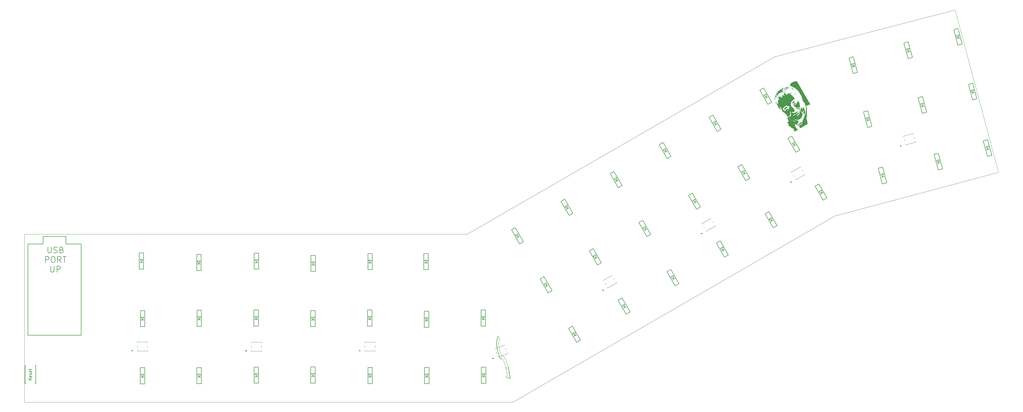
<source format=gbr>
G04 #@! TF.GenerationSoftware,KiCad,Pcbnew,(5.1.5)-3*
G04 #@! TF.CreationDate,2020-04-19T14:52:18+02:00*
G04 #@! TF.ProjectId,kopesh,6b6f7065-7368-42e6-9b69-6361645f7063,rev?*
G04 #@! TF.SameCoordinates,Original*
G04 #@! TF.FileFunction,Legend,Top*
G04 #@! TF.FilePolarity,Positive*
%FSLAX46Y46*%
G04 Gerber Fmt 4.6, Leading zero omitted, Abs format (unit mm)*
G04 Created by KiCad (PCBNEW (5.1.5)-3) date 2020-04-19 14:52:18*
%MOMM*%
%LPD*%
G04 APERTURE LIST*
G04 #@! TA.AperFunction,Profile*
%ADD10C,0.050000*%
G04 #@! TD*
%ADD11C,0.200000*%
%ADD12C,0.100000*%
%ADD13C,0.150000*%
%ADD14C,0.180000*%
%ADD15R,1.902000X0.922000*%
%ADD16C,2.102000*%
%ADD17C,5.102000*%
%ADD18C,1.852000*%
%ADD19C,2.352000*%
%ADD20C,4.089800*%
%ADD21C,1.499000*%
%ADD22R,1.052000X1.402000*%
%ADD23R,1.499000X1.499000*%
%ADD24R,1.702000X1.702000*%
%ADD25C,1.702000*%
%ADD26O,1.832000X2.132000*%
%ADD27R,1.832000X2.132000*%
G04 APERTURE END LIST*
D10*
X69440229Y-196531557D02*
X69440226Y-193534357D01*
X72818428Y-196531558D02*
X69440229Y-196531557D01*
X72818426Y-193534356D02*
X72818428Y-196531558D01*
X69440226Y-193534357D02*
X72818426Y-193534356D01*
X107489424Y-196607756D02*
X107489427Y-193610556D01*
X110867626Y-196607757D02*
X107489424Y-196607756D01*
X110867627Y-193610556D02*
X110867626Y-196607757D01*
X107489427Y-193610556D02*
X110867627Y-193610556D01*
X145386224Y-196556958D02*
X145386228Y-193559757D01*
X148789826Y-196556959D02*
X145386224Y-196556958D01*
X148789827Y-193559757D02*
X148789826Y-196556959D01*
X145386228Y-193559757D02*
X148789827Y-193559757D01*
X188832520Y-195713634D02*
X189821786Y-198544695D01*
X193017498Y-197374225D02*
X189821786Y-198544695D01*
X192018936Y-194577866D02*
X193017498Y-197374225D01*
X188832520Y-195713634D02*
X192018936Y-194577866D01*
X226491949Y-175496081D02*
X224993353Y-172900431D01*
X229417563Y-173806981D02*
X226491949Y-175496081D01*
X227918959Y-171211331D02*
X229417563Y-173806981D01*
X224993353Y-172900431D02*
X227918959Y-171211331D01*
X259412234Y-156518881D02*
X257913635Y-153923227D01*
X262337841Y-154829778D02*
X259412234Y-156518881D01*
X260839241Y-152234127D02*
X262337841Y-154829778D01*
X257913635Y-153923227D02*
X260839241Y-152234127D01*
X289265627Y-139341671D02*
X287767025Y-136746022D01*
X292191234Y-137652574D02*
X289265627Y-139341671D01*
X290692632Y-135056921D02*
X292191234Y-137652574D01*
X287767025Y-136746022D02*
X290692632Y-135056921D01*
X325989562Y-127643968D02*
X325220410Y-124773429D01*
X329252656Y-126769623D02*
X325989562Y-127643968D01*
X328483498Y-123899082D02*
X329252656Y-126769623D01*
X325220410Y-124773429D02*
X328483498Y-123899082D01*
D11*
X39572882Y-161795034D02*
X39572882Y-163414082D01*
X39668120Y-163604558D01*
X39763358Y-163699796D01*
X39953834Y-163795034D01*
X40334787Y-163795034D01*
X40525263Y-163699796D01*
X40620501Y-163604558D01*
X40715739Y-163414082D01*
X40715739Y-161795034D01*
X41572882Y-163699796D02*
X41858596Y-163795034D01*
X42334787Y-163795034D01*
X42525263Y-163699796D01*
X42620501Y-163604558D01*
X42715739Y-163414082D01*
X42715739Y-163223606D01*
X42620501Y-163033130D01*
X42525263Y-162937892D01*
X42334787Y-162842653D01*
X41953834Y-162747415D01*
X41763358Y-162652177D01*
X41668120Y-162556939D01*
X41572882Y-162366463D01*
X41572882Y-162175987D01*
X41668120Y-161985511D01*
X41763358Y-161890273D01*
X41953834Y-161795034D01*
X42430025Y-161795034D01*
X42715739Y-161890273D01*
X44239549Y-162747415D02*
X44525263Y-162842653D01*
X44620501Y-162937892D01*
X44715739Y-163128368D01*
X44715739Y-163414082D01*
X44620501Y-163604558D01*
X44525263Y-163699796D01*
X44334787Y-163795034D01*
X43572882Y-163795034D01*
X43572882Y-161795034D01*
X44239549Y-161795034D01*
X44430025Y-161890273D01*
X44525263Y-161985511D01*
X44620501Y-162175987D01*
X44620501Y-162366463D01*
X44525263Y-162556939D01*
X44430025Y-162652177D01*
X44239549Y-162747415D01*
X43572882Y-162747415D01*
X38763358Y-166995034D02*
X38763358Y-164995034D01*
X39525263Y-164995034D01*
X39715739Y-165090273D01*
X39810977Y-165185511D01*
X39906215Y-165375987D01*
X39906215Y-165661701D01*
X39810977Y-165852177D01*
X39715739Y-165947415D01*
X39525263Y-166042653D01*
X38763358Y-166042653D01*
X41144311Y-164995034D02*
X41525263Y-164995034D01*
X41715739Y-165090273D01*
X41906215Y-165280749D01*
X42001453Y-165661701D01*
X42001453Y-166328368D01*
X41906215Y-166709320D01*
X41715739Y-166899796D01*
X41525263Y-166995034D01*
X41144311Y-166995034D01*
X40953834Y-166899796D01*
X40763358Y-166709320D01*
X40668120Y-166328368D01*
X40668120Y-165661701D01*
X40763358Y-165280749D01*
X40953834Y-165090273D01*
X41144311Y-164995034D01*
X44001453Y-166995034D02*
X43334787Y-166042653D01*
X42858596Y-166995034D02*
X42858596Y-164995034D01*
X43620501Y-164995034D01*
X43810977Y-165090273D01*
X43906215Y-165185511D01*
X44001453Y-165375987D01*
X44001453Y-165661701D01*
X43906215Y-165852177D01*
X43810977Y-165947415D01*
X43620501Y-166042653D01*
X42858596Y-166042653D01*
X44572882Y-164995034D02*
X45715739Y-164995034D01*
X45144311Y-166995034D02*
X45144311Y-164995034D01*
X40525263Y-168195034D02*
X40525263Y-169814082D01*
X40620501Y-170004558D01*
X40715739Y-170099796D01*
X40906215Y-170195034D01*
X41287168Y-170195034D01*
X41477644Y-170099796D01*
X41572882Y-170004558D01*
X41668120Y-169814082D01*
X41668120Y-168195034D01*
X42620501Y-170195034D02*
X42620501Y-168195034D01*
X43382406Y-168195034D01*
X43572882Y-168290273D01*
X43668120Y-168385511D01*
X43763358Y-168575987D01*
X43763358Y-168861701D01*
X43668120Y-169052177D01*
X43572882Y-169147415D01*
X43382406Y-169242653D01*
X42620501Y-169242653D01*
D12*
X192450744Y-204926798D02*
X192403801Y-204957025D01*
X192545348Y-204913226D02*
X192450744Y-204926798D01*
X192711602Y-204891647D02*
X192545348Y-204913226D01*
X192893846Y-204776079D02*
X192711602Y-204891647D01*
X192953894Y-204687610D02*
X192893846Y-204776079D01*
X192957464Y-204591086D02*
X192953894Y-204687610D01*
X192642338Y-202673644D02*
X192708786Y-202875533D01*
X192506030Y-202513533D02*
X192642338Y-202673644D01*
X192310070Y-202406745D02*
X192506030Y-202513533D01*
X192230204Y-202338692D02*
X192310070Y-202406745D01*
X192220079Y-202256212D02*
X192230204Y-202338692D01*
X192310784Y-202081199D02*
X192220079Y-202256212D01*
X192337755Y-201828642D02*
X192310784Y-202081199D01*
X192240630Y-201396321D02*
X192337755Y-201828642D01*
X192017356Y-200534663D02*
X192240630Y-201396321D01*
X191670832Y-199716285D02*
X192017356Y-200534663D01*
X191454739Y-199327398D02*
X191670832Y-199716285D01*
X191290955Y-199174814D02*
X191454739Y-199327398D01*
X191070452Y-199117513D02*
X191290955Y-199174814D01*
X190930509Y-199156634D02*
X191070452Y-199117513D01*
X190826252Y-199274238D02*
X190930509Y-199156634D01*
X190761206Y-199257568D02*
X190779109Y-199286877D01*
X190738421Y-199220265D02*
X190761206Y-199257568D01*
X189418571Y-193903024D02*
X189543697Y-192760272D01*
X189476408Y-195051615D02*
X189418571Y-193903024D01*
X189757322Y-196488122D02*
X189476408Y-195051615D01*
X190226705Y-197874620D02*
X189757322Y-196488122D01*
X190888139Y-199180152D02*
X190226705Y-197874620D01*
X190515629Y-198827705D02*
X190738419Y-199220266D01*
X190262130Y-198312210D02*
X190515629Y-198827705D01*
X189727933Y-196850353D02*
X190262130Y-198312211D01*
X189388615Y-195331144D02*
X189727933Y-196850353D01*
X189286483Y-194014643D02*
X189388615Y-195331144D01*
X189415542Y-192701337D02*
X189286483Y-194014643D01*
X189820030Y-191445876D02*
X189415542Y-192701337D01*
X189898464Y-191619816D02*
X189914877Y-191587753D01*
X189877573Y-191660633D02*
X189898464Y-191619816D01*
X190809040Y-199293022D02*
X190826251Y-199274246D01*
X190779105Y-199286872D02*
X190809040Y-199293022D01*
X193623618Y-205735768D02*
X193955583Y-205643518D01*
X193306090Y-205686453D02*
X193623618Y-205735768D01*
X192931787Y-205491912D02*
X193306090Y-205686453D01*
X192601735Y-205238265D02*
X192931787Y-205491912D01*
X192495268Y-205156750D02*
X192601733Y-205238273D01*
X192408963Y-205049590D02*
X192495268Y-205156750D01*
X192403801Y-204957025D02*
X192408963Y-205049590D01*
X193137530Y-202554389D02*
G75*
G03X193137530Y-202554389I-102521J0D01*
G01*
X193392668Y-203822544D02*
G75*
G03X193392668Y-203822544I-99008J0D01*
G01*
X193649880Y-205408621D02*
G75*
G03X193649880Y-205408621I-96797J0D01*
G01*
X193185396Y-205212647D02*
G75*
G03X193185396Y-205212647I-100343J0D01*
G01*
X191878125Y-198494299D02*
X191054815Y-198099808D01*
X190591036Y-192599118D02*
X189820030Y-191445876D01*
X192708786Y-202875533D02*
X192962330Y-204609268D01*
X193270710Y-201979432D02*
X192354773Y-202224859D01*
X193286301Y-202114029D02*
X193882702Y-205573508D01*
X193955582Y-205643503D02*
X193602726Y-203598182D01*
X193602726Y-203598182D02*
X193325486Y-201991152D01*
X193325486Y-201991149D02*
X193264375Y-201801118D01*
X193264375Y-201801118D02*
X193149954Y-201641937D01*
X193149954Y-201641937D02*
X193027533Y-201360961D01*
X193027533Y-201360955D02*
X192510630Y-199691073D01*
X192510630Y-199691073D02*
X191878125Y-198494299D01*
X191016961Y-198045355D02*
X191038157Y-198075850D01*
X191038157Y-198075850D02*
X191054815Y-198099808D01*
X190646770Y-197160091D02*
X191016960Y-198045357D01*
X190358766Y-196243599D02*
X190646770Y-197160091D01*
X190156377Y-195304981D02*
X190358766Y-196243599D01*
X190053284Y-194591912D02*
X190156377Y-195304981D01*
X190029388Y-193872375D02*
X190053284Y-194591912D01*
X190096058Y-193397193D02*
X190029388Y-193872375D01*
X190269132Y-192950585D02*
X190096058Y-193397193D01*
X190591036Y-192599118D02*
X190269132Y-192950585D01*
X189543697Y-192760272D02*
X189877576Y-191660637D01*
D10*
X356971845Y-136810892D02*
X342441844Y-82560896D01*
X302311841Y-151450895D02*
X356971845Y-136810892D01*
X194761842Y-213640900D02*
X302311841Y-151450895D01*
X31771846Y-213640890D02*
X194761842Y-213640900D01*
X31761843Y-157490889D02*
X31771846Y-213640890D01*
X179571848Y-157480897D02*
X31761843Y-157490889D01*
X282171845Y-98240897D02*
X179571848Y-157480897D01*
X342441844Y-82560896D02*
X282171845Y-98240897D01*
D13*
G04 #@! TO.C,LED8*
X324245964Y-128136343D02*
X324168318Y-127846566D01*
X324168318Y-127846566D02*
X324535742Y-128058698D01*
X324535742Y-128058698D02*
X324245964Y-128136343D01*
G04 #@! TO.C,LED7*
X287695586Y-140235228D02*
X287545586Y-139975420D01*
X287545586Y-139975420D02*
X287955394Y-140085228D01*
X287955394Y-140085228D02*
X287695586Y-140235228D01*
G04 #@! TO.C,LED6*
X257850589Y-157431027D02*
X257700589Y-157171219D01*
X257700589Y-157171219D02*
X258110397Y-157281027D01*
X258110397Y-157281027D02*
X257850589Y-157431027D01*
G04 #@! TO.C,LED5*
X224932192Y-176404830D02*
X224782192Y-176145022D01*
X224782192Y-176145022D02*
X225192000Y-176254830D01*
X225192000Y-176254830D02*
X224932192Y-176404830D01*
G04 #@! TO.C,LED4*
X188437634Y-199052110D02*
X188155726Y-199154716D01*
X188053120Y-198872809D02*
X188437634Y-199052110D01*
X188155726Y-199154716D02*
X188053120Y-198872809D01*
G04 #@! TO.C,LED3*
X143901676Y-196572788D02*
X143601676Y-196572788D01*
X143601676Y-196272788D02*
X143901676Y-196572788D01*
X143601676Y-196572788D02*
X143601676Y-196272788D01*
G04 #@! TO.C,LED2*
X105979474Y-196623590D02*
X105679474Y-196623590D01*
X105679474Y-196323590D02*
X105979474Y-196623590D01*
X105679474Y-196623590D02*
X105679474Y-196323590D01*
G04 #@! TO.C,LED1*
X67630278Y-196547390D02*
X67630278Y-196247390D01*
X67630278Y-196247390D02*
X67930278Y-196547390D01*
X67930278Y-196547390D02*
X67630278Y-196547390D01*
G04 #@! TO.C,sw1*
X32016873Y-201469588D02*
X32266873Y-201469588D01*
X32016873Y-207469588D02*
X32016873Y-201469588D01*
X32016873Y-207469588D02*
X32266873Y-207469588D01*
X35516873Y-207469588D02*
X35266873Y-207469588D01*
X35516873Y-201469588D02*
X35266873Y-201469588D01*
X35516873Y-207469588D02*
X35516873Y-201469588D01*
G04 #@! TO.C,D55*
X353395109Y-129141799D02*
X353645134Y-128143057D01*
X353645134Y-128143057D02*
X352679209Y-128401876D01*
X352679209Y-128401876D02*
X353395109Y-129141799D01*
X353903953Y-129108982D02*
X352938028Y-129367801D01*
X353317214Y-125953315D02*
X354714837Y-131169314D01*
X354714837Y-131169314D02*
X353265948Y-131557543D01*
X353265948Y-131557543D02*
X351868325Y-126341544D01*
X351868325Y-126341544D02*
X353317214Y-125953315D01*
G04 #@! TO.C,D54*
X348439967Y-110247887D02*
X348689992Y-109249145D01*
X348689992Y-109249145D02*
X347724067Y-109507964D01*
X347724067Y-109507964D02*
X348439967Y-110247887D01*
X348948811Y-110215070D02*
X347982886Y-110473889D01*
X348362072Y-107059403D02*
X349759695Y-112275402D01*
X349759695Y-112275402D02*
X348310806Y-112663631D01*
X348310806Y-112663631D02*
X346913183Y-107447632D01*
X346913183Y-107447632D02*
X348362072Y-107059403D01*
G04 #@! TO.C,D53*
X343535761Y-91945135D02*
X343785786Y-90946393D01*
X343785786Y-90946393D02*
X342819861Y-91205212D01*
X342819861Y-91205212D02*
X343535761Y-91945135D01*
X344044605Y-91912318D02*
X343078680Y-92171137D01*
X343457866Y-88756651D02*
X344855489Y-93972650D01*
X344855489Y-93972650D02*
X343406600Y-94360879D01*
X343406600Y-94360879D02*
X342008977Y-89144880D01*
X342008977Y-89144880D02*
X343457866Y-88756651D01*
G04 #@! TO.C,D52*
X215615926Y-191281958D02*
X215598939Y-190252535D01*
X215598939Y-190252535D02*
X214732913Y-190752535D01*
X214732913Y-190752535D02*
X215615926Y-191281958D01*
X216098939Y-191118561D02*
X215232913Y-191618561D01*
X214715445Y-188222279D02*
X217415445Y-192898817D01*
X217415445Y-192898817D02*
X216116407Y-193648817D01*
X216116407Y-193648817D02*
X213416407Y-188972279D01*
X213416407Y-188972279D02*
X214715445Y-188222279D01*
G04 #@! TO.C,D51*
X206103631Y-174806171D02*
X206086644Y-173776748D01*
X206086644Y-173776748D02*
X205220618Y-174276748D01*
X205220618Y-174276748D02*
X206103631Y-174806171D01*
X206586644Y-174642774D02*
X205720618Y-175142774D01*
X205203150Y-171746492D02*
X207903150Y-176423030D01*
X207903150Y-176423030D02*
X206604112Y-177173030D01*
X206604112Y-177173030D02*
X203904112Y-172496492D01*
X203904112Y-172496492D02*
X205203150Y-171746492D01*
G04 #@! TO.C,D50*
X196550742Y-158412479D02*
X196533755Y-157383056D01*
X196533755Y-157383056D02*
X195667729Y-157883056D01*
X195667729Y-157883056D02*
X196550742Y-158412479D01*
X197033755Y-158249082D02*
X196167729Y-158749082D01*
X195650261Y-155352800D02*
X198350261Y-160029338D01*
X198350261Y-160029338D02*
X197051223Y-160779338D01*
X197051223Y-160779338D02*
X194351223Y-156102800D01*
X194351223Y-156102800D02*
X195650261Y-155352800D01*
G04 #@! TO.C,D49*
X336967449Y-133675055D02*
X337217474Y-132676313D01*
X337217474Y-132676313D02*
X336251549Y-132935132D01*
X336251549Y-132935132D02*
X336967449Y-133675055D01*
X337476293Y-133642238D02*
X336510368Y-133901057D01*
X336889554Y-130486571D02*
X338287177Y-135702570D01*
X338287177Y-135702570D02*
X336838288Y-136090799D01*
X336838288Y-136090799D02*
X335440665Y-130874800D01*
X335440665Y-130874800D02*
X336889554Y-130486571D01*
G04 #@! TO.C,D48*
X331658359Y-114744506D02*
X331908384Y-113745764D01*
X331908384Y-113745764D02*
X330942459Y-114004583D01*
X330942459Y-114004583D02*
X331658359Y-114744506D01*
X332167203Y-114711689D02*
X331201278Y-114970508D01*
X331580464Y-111556022D02*
X332978087Y-116772021D01*
X332978087Y-116772021D02*
X331529198Y-117160250D01*
X331529198Y-117160250D02*
X330131575Y-111944251D01*
X330131575Y-111944251D02*
X331580464Y-111556022D01*
G04 #@! TO.C,D47*
X326889972Y-96457954D02*
X327139997Y-95459212D01*
X327139997Y-95459212D02*
X326174072Y-95718031D01*
X326174072Y-95718031D02*
X326889972Y-96457954D01*
X327398816Y-96425137D02*
X326432891Y-96683956D01*
X326812077Y-93269470D02*
X328209700Y-98485469D01*
X328209700Y-98485469D02*
X326760811Y-98873698D01*
X326760811Y-98873698D02*
X325363188Y-93657699D01*
X325363188Y-93657699D02*
X326812077Y-93269470D01*
G04 #@! TO.C,D46*
X185085991Y-205085575D02*
X185585991Y-204185575D01*
X185585991Y-204185575D02*
X184585991Y-204185575D01*
X184585991Y-204185575D02*
X185085991Y-205085575D01*
X185585991Y-205185575D02*
X184585991Y-205185575D01*
X185835991Y-201985575D02*
X185835991Y-207385575D01*
X185835991Y-207385575D02*
X184335991Y-207385575D01*
X184335991Y-207385575D02*
X184335991Y-201985575D01*
X184335991Y-201985575D02*
X185835991Y-201985575D01*
G04 #@! TO.C,D45*
X184933591Y-185930966D02*
X185433591Y-185030966D01*
X185433591Y-185030966D02*
X184433591Y-185030966D01*
X184433591Y-185030966D02*
X184933591Y-185930966D01*
X185433591Y-186030966D02*
X184433591Y-186030966D01*
X185683591Y-182830966D02*
X185683591Y-188230966D01*
X185683591Y-188230966D02*
X184183591Y-188230966D01*
X184183591Y-188230966D02*
X184183591Y-182830966D01*
X184183591Y-182830966D02*
X185683591Y-182830966D01*
G04 #@! TO.C,D43*
X318327321Y-138301517D02*
X318577346Y-137302775D01*
X318577346Y-137302775D02*
X317611421Y-137561594D01*
X317611421Y-137561594D02*
X318327321Y-138301517D01*
X318836165Y-138268700D02*
X317870240Y-138527519D01*
X318249426Y-135113033D02*
X319647049Y-140329032D01*
X319647049Y-140329032D02*
X318198160Y-140717261D01*
X318198160Y-140717261D02*
X316800537Y-135501262D01*
X316800537Y-135501262D02*
X318249426Y-135113033D01*
G04 #@! TO.C,D42*
X313383194Y-119457244D02*
X313633219Y-118458502D01*
X313633219Y-118458502D02*
X312667294Y-118717321D01*
X312667294Y-118717321D02*
X313383194Y-119457244D01*
X313892038Y-119424427D02*
X312926113Y-119683246D01*
X313305299Y-116268760D02*
X314702922Y-121484759D01*
X314702922Y-121484759D02*
X313254033Y-121872988D01*
X313254033Y-121872988D02*
X311856410Y-116656989D01*
X311856410Y-116656989D02*
X313305299Y-116268760D01*
G04 #@! TO.C,D41*
X308557878Y-101448914D02*
X308807903Y-100450172D01*
X308807903Y-100450172D02*
X307841978Y-100708991D01*
X307841978Y-100708991D02*
X308557878Y-101448914D01*
X309066722Y-101416097D02*
X308100797Y-101674916D01*
X308479983Y-98260430D02*
X309877606Y-103476429D01*
X309877606Y-103476429D02*
X308428717Y-103864658D01*
X308428717Y-103864658D02*
X307031094Y-98648659D01*
X307031094Y-98648659D02*
X308479983Y-98260430D01*
G04 #@! TO.C,D40*
X166086792Y-205136376D02*
X166586792Y-204236376D01*
X166586792Y-204236376D02*
X165586792Y-204236376D01*
X165586792Y-204236376D02*
X166086792Y-205136376D01*
X166586792Y-205236376D02*
X165586792Y-205236376D01*
X166836792Y-202036376D02*
X166836792Y-207436376D01*
X166836792Y-207436376D02*
X165336792Y-207436376D01*
X165336792Y-207436376D02*
X165336792Y-202036376D01*
X165336792Y-202036376D02*
X166836792Y-202036376D01*
G04 #@! TO.C,D39*
X166010591Y-186365770D02*
X166510591Y-185465770D01*
X166510591Y-185465770D02*
X165510591Y-185465770D01*
X165510591Y-185465770D02*
X166010591Y-186365770D01*
X166510591Y-186465770D02*
X165510591Y-186465770D01*
X166760591Y-183265770D02*
X166760591Y-188665770D01*
X166760591Y-188665770D02*
X165260591Y-188665770D01*
X165260591Y-188665770D02*
X165260591Y-183265770D01*
X165260591Y-183265770D02*
X166760591Y-183265770D01*
G04 #@! TO.C,D38*
X165858195Y-167087170D02*
X166358195Y-166187170D01*
X166358195Y-166187170D02*
X165358195Y-166187170D01*
X165358195Y-166187170D02*
X165858195Y-167087170D01*
X166358195Y-167187170D02*
X165358195Y-167187170D01*
X166608195Y-163987170D02*
X166608195Y-169387170D01*
X166608195Y-169387170D02*
X165108195Y-169387170D01*
X165108195Y-169387170D02*
X165108195Y-163987170D01*
X165108195Y-163987170D02*
X166608195Y-163987170D01*
G04 #@! TO.C,D37*
X297919577Y-143793260D02*
X297902590Y-142763837D01*
X297902590Y-142763837D02*
X297036564Y-143263837D01*
X297036564Y-143263837D02*
X297919577Y-143793260D01*
X298402590Y-143629863D02*
X297536564Y-144129863D01*
X297019096Y-140733581D02*
X299719096Y-145410119D01*
X299719096Y-145410119D02*
X298420058Y-146160119D01*
X298420058Y-146160119D02*
X295720058Y-141483581D01*
X295720058Y-141483581D02*
X297019096Y-140733581D01*
G04 #@! TO.C,D36*
X288869459Y-127813191D02*
X288852472Y-126783768D01*
X288852472Y-126783768D02*
X287986446Y-127283768D01*
X287986446Y-127283768D02*
X288869459Y-127813191D01*
X289352472Y-127649794D02*
X288486446Y-128149794D01*
X287968978Y-124753512D02*
X290668978Y-129430050D01*
X290668978Y-129430050D02*
X289369940Y-130180050D01*
X289369940Y-130180050D02*
X286669940Y-125503512D01*
X286669940Y-125503512D02*
X287968978Y-124753512D01*
G04 #@! TO.C,D35*
X279450374Y-111752854D02*
X279433387Y-110723431D01*
X279433387Y-110723431D02*
X278567361Y-111223431D01*
X278567361Y-111223431D02*
X279450374Y-111752854D01*
X279933387Y-111589457D02*
X279067361Y-112089457D01*
X278549893Y-108693175D02*
X281249893Y-113369713D01*
X281249893Y-113369713D02*
X279950855Y-114119713D01*
X279950855Y-114119713D02*
X277250855Y-109443175D01*
X277250855Y-109443175D02*
X278549893Y-108693175D01*
G04 #@! TO.C,D34*
X147163795Y-205136373D02*
X147663795Y-204236373D01*
X147663795Y-204236373D02*
X146663795Y-204236373D01*
X146663795Y-204236373D02*
X147163795Y-205136373D01*
X147663795Y-205236373D02*
X146663795Y-205236373D01*
X147913795Y-202036373D02*
X147913795Y-207436373D01*
X147913795Y-207436373D02*
X146413795Y-207436373D01*
X146413795Y-207436373D02*
X146413795Y-202036373D01*
X146413795Y-202036373D02*
X147913795Y-202036373D01*
G04 #@! TO.C,D33*
X147036796Y-185930970D02*
X147536796Y-185030970D01*
X147536796Y-185030970D02*
X146536796Y-185030970D01*
X146536796Y-185030970D02*
X147036796Y-185930970D01*
X147536796Y-186030970D02*
X146536796Y-186030970D01*
X147786796Y-182830970D02*
X147786796Y-188230970D01*
X147786796Y-188230970D02*
X146286796Y-188230970D01*
X146286796Y-188230970D02*
X146286796Y-182830970D01*
X146286796Y-182830970D02*
X147786796Y-182830970D01*
G04 #@! TO.C,D32*
X147163793Y-167087171D02*
X147663793Y-166187171D01*
X147663793Y-166187171D02*
X146663793Y-166187171D01*
X146663793Y-166187171D02*
X147163793Y-167087171D01*
X147663793Y-167187171D02*
X146663793Y-167187171D01*
X147913793Y-163987171D02*
X147913793Y-169387171D01*
X147913793Y-169387171D02*
X146413793Y-169387171D01*
X146413793Y-169387171D02*
X146413793Y-163987171D01*
X146413793Y-163987171D02*
X147913793Y-163987171D01*
G04 #@! TO.C,D31*
X281221995Y-153022999D02*
X281205008Y-151993576D01*
X281205008Y-151993576D02*
X280338982Y-152493576D01*
X280338982Y-152493576D02*
X281221995Y-153022999D01*
X281705008Y-152859602D02*
X280838982Y-153359602D01*
X280321514Y-149963320D02*
X283021514Y-154639858D01*
X283021514Y-154639858D02*
X281722476Y-155389858D01*
X281722476Y-155389858D02*
X279022476Y-150713320D01*
X279022476Y-150713320D02*
X280321514Y-149963320D01*
G04 #@! TO.C,D30*
X272128799Y-137273112D02*
X272111812Y-136243689D01*
X272111812Y-136243689D02*
X271245786Y-136743689D01*
X271245786Y-136743689D02*
X272128799Y-137273112D01*
X272611812Y-137109715D02*
X271745786Y-137609715D01*
X271228318Y-134213433D02*
X273928318Y-138889971D01*
X273928318Y-138889971D02*
X272629280Y-139639971D01*
X272629280Y-139639971D02*
X269929280Y-134963433D01*
X269929280Y-134963433D02*
X271228318Y-134213433D01*
G04 #@! TO.C,D29*
X262537801Y-120813429D02*
X262520814Y-119784006D01*
X262520814Y-119784006D02*
X261654788Y-120284006D01*
X261654788Y-120284006D02*
X262537801Y-120813429D01*
X263020814Y-120650032D02*
X262154788Y-121150032D01*
X261637320Y-117753750D02*
X264337320Y-122430288D01*
X264337320Y-122430288D02*
X263038282Y-123180288D01*
X263038282Y-123180288D02*
X260338282Y-118503750D01*
X260338282Y-118503750D02*
X261637320Y-117753750D01*
G04 #@! TO.C,D28*
X128080838Y-204958570D02*
X128580838Y-204058570D01*
X128580838Y-204058570D02*
X127580838Y-204058570D01*
X127580838Y-204058570D02*
X128080838Y-204958570D01*
X128580838Y-205058570D02*
X127580838Y-205058570D01*
X128830838Y-201858570D02*
X128830838Y-207258570D01*
X128830838Y-207258570D02*
X127330838Y-207258570D01*
X127330838Y-207258570D02*
X127330838Y-201858570D01*
X127330838Y-201858570D02*
X128830838Y-201858570D01*
G04 #@! TO.C,D27*
X128088396Y-186137168D02*
X128588396Y-185237168D01*
X128588396Y-185237168D02*
X127588396Y-185237168D01*
X127588396Y-185237168D02*
X128088396Y-186137168D01*
X128588396Y-186237168D02*
X127588396Y-186237168D01*
X128838396Y-183037168D02*
X128838396Y-188437168D01*
X128838396Y-188437168D02*
X127338396Y-188437168D01*
X127338396Y-188437168D02*
X127338396Y-183037168D01*
X127338396Y-183037168D02*
X128838396Y-183037168D01*
G04 #@! TO.C,D26*
X128164595Y-167696770D02*
X128664595Y-166796770D01*
X128664595Y-166796770D02*
X127664595Y-166796770D01*
X127664595Y-166796770D02*
X128164595Y-167696770D01*
X128664595Y-167796770D02*
X127664595Y-167796770D01*
X128914595Y-164596770D02*
X128914595Y-169996770D01*
X128914595Y-169996770D02*
X127414595Y-169996770D01*
X127414595Y-169996770D02*
X127414595Y-164596770D01*
X127414595Y-164596770D02*
X128914595Y-164596770D01*
G04 #@! TO.C,D25*
X264990004Y-162805159D02*
X264973017Y-161775736D01*
X264973017Y-161775736D02*
X264106991Y-162275736D01*
X264106991Y-162275736D02*
X264990004Y-162805159D01*
X265473017Y-162641762D02*
X264606991Y-163141762D01*
X264089523Y-159745480D02*
X266789523Y-164422018D01*
X266789523Y-164422018D02*
X265490485Y-165172018D01*
X265490485Y-165172018D02*
X262790485Y-160495480D01*
X262790485Y-160495480D02*
X264089523Y-159745480D01*
G04 #@! TO.C,D24*
X255678410Y-146829406D02*
X255661423Y-145799983D01*
X255661423Y-145799983D02*
X254795397Y-146299983D01*
X254795397Y-146299983D02*
X255678410Y-146829406D01*
X256161423Y-146666009D02*
X255295397Y-147166009D01*
X254777929Y-143769727D02*
X257477929Y-148446265D01*
X257477929Y-148446265D02*
X256178891Y-149196265D01*
X256178891Y-149196265D02*
X253478891Y-144519727D01*
X253478891Y-144519727D02*
X254777929Y-143769727D01*
G04 #@! TO.C,D23*
X245868114Y-129939081D02*
X245851127Y-128909658D01*
X245851127Y-128909658D02*
X244985101Y-129409658D01*
X244985101Y-129409658D02*
X245868114Y-129939081D01*
X246351127Y-129775684D02*
X245485101Y-130275684D01*
X244967633Y-126879402D02*
X247667633Y-131555940D01*
X247667633Y-131555940D02*
X246368595Y-132305940D01*
X246368595Y-132305940D02*
X243668595Y-127629402D01*
X243668595Y-127629402D02*
X244967633Y-126879402D01*
G04 #@! TO.C,D22*
X109165398Y-205034773D02*
X109665398Y-204134773D01*
X109665398Y-204134773D02*
X108665398Y-204134773D01*
X108665398Y-204134773D02*
X109165398Y-205034773D01*
X109665398Y-205134773D02*
X108665398Y-205134773D01*
X109915398Y-201934773D02*
X109915398Y-207334773D01*
X109915398Y-207334773D02*
X108415398Y-207334773D01*
X108415398Y-207334773D02*
X108415398Y-201934773D01*
X108415398Y-201934773D02*
X109915398Y-201934773D01*
G04 #@! TO.C,D21*
X109114593Y-185933972D02*
X109614593Y-185033972D01*
X109614593Y-185033972D02*
X108614593Y-185033972D01*
X108614593Y-185033972D02*
X109114593Y-185933972D01*
X109614593Y-186033972D02*
X108614593Y-186033972D01*
X109864593Y-182833972D02*
X109864593Y-188233972D01*
X109864593Y-188233972D02*
X108364593Y-188233972D01*
X108364593Y-188233972D02*
X108364593Y-182833972D01*
X108364593Y-182833972D02*
X109864593Y-182833972D01*
G04 #@! TO.C,D20*
X109216194Y-166934770D02*
X109716194Y-166034770D01*
X109716194Y-166034770D02*
X108716194Y-166034770D01*
X108716194Y-166034770D02*
X109216194Y-166934770D01*
X109716194Y-167034770D02*
X108716194Y-167034770D01*
X109966194Y-163834770D02*
X109966194Y-169234770D01*
X109966194Y-169234770D02*
X108466194Y-169234770D01*
X108466194Y-169234770D02*
X108466194Y-163834770D01*
X108466194Y-163834770D02*
X109966194Y-163834770D01*
G04 #@! TO.C,D19*
X248495619Y-172386850D02*
X248478632Y-171357427D01*
X248478632Y-171357427D02*
X247612606Y-171857427D01*
X247612606Y-171857427D02*
X248495619Y-172386850D01*
X248978632Y-172223453D02*
X248112606Y-172723453D01*
X247595138Y-169327171D02*
X250295138Y-174003709D01*
X250295138Y-174003709D02*
X248996100Y-174753709D01*
X248996100Y-174753709D02*
X246296100Y-170077171D01*
X246296100Y-170077171D02*
X247595138Y-169327171D01*
G04 #@! TO.C,D18*
X239100109Y-155960952D02*
X239083122Y-154931529D01*
X239083122Y-154931529D02*
X238217096Y-155431529D01*
X238217096Y-155431529D02*
X239100109Y-155960952D01*
X239583122Y-155797555D02*
X238717096Y-156297555D01*
X238199628Y-152901273D02*
X240899628Y-157577811D01*
X240899628Y-157577811D02*
X239600590Y-158327811D01*
X239600590Y-158327811D02*
X236900590Y-153651273D01*
X236900590Y-153651273D02*
X238199628Y-152901273D01*
G04 #@! TO.C,D17*
X229515925Y-139614656D02*
X229498938Y-138585233D01*
X229498938Y-138585233D02*
X228632912Y-139085233D01*
X228632912Y-139085233D02*
X229515925Y-139614656D01*
X229998938Y-139451259D02*
X229132912Y-139951259D01*
X228615444Y-136554977D02*
X231315444Y-141231515D01*
X231315444Y-141231515D02*
X230016406Y-141981515D01*
X230016406Y-141981515D02*
X227316406Y-137304977D01*
X227316406Y-137304977D02*
X228615444Y-136554977D01*
G04 #@! TO.C,D16*
X90089999Y-205187172D02*
X90589999Y-204287172D01*
X90589999Y-204287172D02*
X89589999Y-204287172D01*
X89589999Y-204287172D02*
X90089999Y-205187172D01*
X90589999Y-205287172D02*
X89589999Y-205287172D01*
X90839999Y-202087172D02*
X90839999Y-207487172D01*
X90839999Y-207487172D02*
X89339999Y-207487172D01*
X89339999Y-207487172D02*
X89339999Y-202087172D01*
X89339999Y-202087172D02*
X90839999Y-202087172D01*
G04 #@! TO.C,D15*
X90107849Y-186035571D02*
X90607849Y-185135571D01*
X90607849Y-185135571D02*
X89607849Y-185135571D01*
X89607849Y-185135571D02*
X90107849Y-186035571D01*
X90607849Y-186135571D02*
X89607849Y-186135571D01*
X90857849Y-182935571D02*
X90857849Y-188335571D01*
X90857849Y-188335571D02*
X89357849Y-188335571D01*
X89357849Y-188335571D02*
X89357849Y-182935571D01*
X89357849Y-182935571D02*
X90857849Y-182935571D01*
G04 #@! TO.C,D14*
X90013792Y-167417371D02*
X90513792Y-166517371D01*
X90513792Y-166517371D02*
X89513792Y-166517371D01*
X89513792Y-166517371D02*
X90013792Y-167417371D01*
X90513792Y-167517371D02*
X89513792Y-167517371D01*
X90763792Y-164317371D02*
X90763792Y-169717371D01*
X90763792Y-169717371D02*
X89263792Y-169717371D01*
X89263792Y-169717371D02*
X89263792Y-164317371D01*
X89263792Y-164317371D02*
X90763792Y-164317371D01*
G04 #@! TO.C,D13*
X232167916Y-181901642D02*
X232150929Y-180872219D01*
X232150929Y-180872219D02*
X231284903Y-181372219D01*
X231284903Y-181372219D02*
X232167916Y-181901642D01*
X232650929Y-181738245D02*
X231784903Y-182238245D01*
X231267435Y-178841963D02*
X233967435Y-183518501D01*
X233967435Y-183518501D02*
X232668397Y-184268501D01*
X232668397Y-184268501D02*
X229968397Y-179591963D01*
X229968397Y-179591963D02*
X231267435Y-178841963D01*
G04 #@! TO.C,D12*
X222542229Y-165432660D02*
X222525242Y-164403237D01*
X222525242Y-164403237D02*
X221659216Y-164903237D01*
X221659216Y-164903237D02*
X222542229Y-165432660D01*
X223025242Y-165269263D02*
X222159216Y-165769263D01*
X221641748Y-162372981D02*
X224341748Y-167049519D01*
X224341748Y-167049519D02*
X223042710Y-167799519D01*
X223042710Y-167799519D02*
X220342710Y-163122981D01*
X220342710Y-163122981D02*
X221641748Y-162372981D01*
G04 #@! TO.C,D11*
X213061223Y-148909478D02*
X213044236Y-147880055D01*
X213044236Y-147880055D02*
X212178210Y-148380055D01*
X212178210Y-148380055D02*
X213061223Y-148909478D01*
X213544236Y-148746081D02*
X212678210Y-149246081D01*
X212160742Y-145849799D02*
X214860742Y-150526337D01*
X214860742Y-150526337D02*
X213561704Y-151276337D01*
X213561704Y-151276337D02*
X210861704Y-146599799D01*
X210861704Y-146599799D02*
X212160742Y-145849799D01*
G04 #@! TO.C,D10*
X71166992Y-205263369D02*
X71666992Y-204363369D01*
X71666992Y-204363369D02*
X70666992Y-204363369D01*
X70666992Y-204363369D02*
X71166992Y-205263369D01*
X71666992Y-205363369D02*
X70666992Y-205363369D01*
X71916992Y-202163369D02*
X71916992Y-207563369D01*
X71916992Y-207563369D02*
X70416992Y-207563369D01*
X70416992Y-207563369D02*
X70416992Y-202163369D01*
X70416992Y-202163369D02*
X71916992Y-202163369D01*
G04 #@! TO.C,D9*
X71217794Y-186137171D02*
X71717794Y-185237171D01*
X71717794Y-185237171D02*
X70717794Y-185237171D01*
X70717794Y-185237171D02*
X71217794Y-186137171D01*
X71717794Y-186237171D02*
X70717794Y-186237171D01*
X71967794Y-183037171D02*
X71967794Y-188437171D01*
X71967794Y-188437171D02*
X70467794Y-188437171D01*
X70467794Y-188437171D02*
X70467794Y-183037171D01*
X70467794Y-183037171D02*
X71967794Y-183037171D01*
G04 #@! TO.C,D8*
X70811394Y-166858569D02*
X71311394Y-165958569D01*
X71311394Y-165958569D02*
X70311394Y-165958569D01*
X70311394Y-165958569D02*
X70811394Y-166858569D01*
X71311394Y-166958569D02*
X70311394Y-166958569D01*
X71561394Y-163758569D02*
X71561394Y-169158569D01*
X71561394Y-169158569D02*
X70061394Y-169158569D01*
X70061394Y-169158569D02*
X70061394Y-163758569D01*
X70061394Y-163758569D02*
X71561394Y-163758569D01*
G04 #@! TO.C,U1*
X32932445Y-160831645D02*
X32932445Y-191311645D01*
X32932445Y-160831645D02*
X38012445Y-160831645D01*
X38012445Y-160831645D02*
X38012445Y-158291645D01*
X38012445Y-158291645D02*
X45632445Y-158291645D01*
X45632445Y-158291645D02*
X45632445Y-160831645D01*
X45632445Y-160831645D02*
X50712445Y-160831645D01*
X50712445Y-160831645D02*
X50712445Y-191311645D01*
X50712445Y-191311645D02*
X32932445Y-191311645D01*
G04 #@! TO.C,G\002A\002A\002A*
G36*
X284610269Y-109236876D02*
G01*
X284610979Y-109254910D01*
X284595709Y-109313478D01*
X284589853Y-109319203D01*
X284572616Y-109295503D01*
X284571908Y-109277468D01*
X284587178Y-109218901D01*
X284593033Y-109213177D01*
X284610269Y-109236876D01*
G37*
G36*
X284695147Y-109311103D02*
G01*
X284672057Y-109367618D01*
X284630412Y-109398909D01*
X284611180Y-109390605D01*
X284627340Y-109347818D01*
X284649516Y-109316974D01*
X284688272Y-109290957D01*
X284695147Y-109311103D01*
G37*
G36*
X286246537Y-114583073D02*
G01*
X286309123Y-114595367D01*
X286317689Y-114602138D01*
X286308418Y-114628902D01*
X286249038Y-114615207D01*
X286239255Y-114610251D01*
X286219215Y-114586173D01*
X286246537Y-114583073D01*
G37*
G36*
X286311512Y-114712687D02*
G01*
X286314145Y-114731347D01*
X286300555Y-114788891D01*
X286295326Y-114794307D01*
X286261091Y-114773767D01*
X286255538Y-114765183D01*
X286263884Y-114710273D01*
X286274358Y-114702223D01*
X286311512Y-114712687D01*
G37*
G36*
X286839610Y-115235440D02*
G01*
X286831353Y-115266254D01*
X286800539Y-115257998D01*
X286808795Y-115227183D01*
X286839610Y-115235440D01*
G37*
G36*
X286907283Y-115352653D02*
G01*
X286899026Y-115383467D01*
X286868212Y-115375211D01*
X286876469Y-115344397D01*
X286907283Y-115352653D01*
G37*
G36*
X286194167Y-114907190D02*
G01*
X286267916Y-114895281D01*
X286270815Y-114896531D01*
X286340450Y-114906320D01*
X286466805Y-114904547D01*
X286566041Y-114896950D01*
X286696701Y-114891150D01*
X286766895Y-114903531D01*
X286770386Y-114922956D01*
X286699959Y-114949919D01*
X286663018Y-114940009D01*
X286605386Y-114932449D01*
X286593282Y-114966691D01*
X286557738Y-115027700D01*
X286471830Y-115116160D01*
X286410170Y-115168360D01*
X286290146Y-115276447D01*
X286153216Y-115419896D01*
X286015212Y-115579450D01*
X285891962Y-115735853D01*
X285799295Y-115869848D01*
X285753038Y-115962178D01*
X285751293Y-115969921D01*
X285726276Y-116047446D01*
X285663850Y-116078459D01*
X285624043Y-116085078D01*
X285552102Y-116076024D01*
X285547047Y-116035539D01*
X285605424Y-115988710D01*
X285639095Y-115975803D01*
X285718300Y-115948235D01*
X285714047Y-115933421D01*
X285654471Y-115923142D01*
X285558060Y-115878138D01*
X285551958Y-115865994D01*
X285592554Y-115842556D01*
X285611327Y-115862687D01*
X285633640Y-115853565D01*
X285657546Y-115820702D01*
X285644648Y-115812479D01*
X285595581Y-115834573D01*
X285592554Y-115842556D01*
X285551958Y-115865994D01*
X285515799Y-115794025D01*
X285474508Y-115710767D01*
X285435803Y-115707311D01*
X285414744Y-115700574D01*
X285435776Y-115639762D01*
X285487522Y-115543474D01*
X285558600Y-115430314D01*
X285637627Y-115318884D01*
X285713223Y-115227784D01*
X285751681Y-115191043D01*
X285918035Y-115065292D01*
X286071534Y-114967267D01*
X286194167Y-114907190D01*
G37*
G36*
X286507453Y-116043666D02*
G01*
X286515500Y-116069990D01*
X286496444Y-116084752D01*
X286456031Y-116089024D01*
X286455358Y-116073743D01*
X286499026Y-116042297D01*
X286507453Y-116043666D01*
G37*
G36*
X285388570Y-108571542D02*
G01*
X285380312Y-108602356D01*
X285349498Y-108594100D01*
X285357755Y-108563285D01*
X285388570Y-108571542D01*
G37*
G36*
X285188519Y-108886737D02*
G01*
X285219966Y-108930406D01*
X285218596Y-108938832D01*
X285192272Y-108946880D01*
X285177510Y-108927823D01*
X285173238Y-108887410D01*
X285188519Y-108886737D01*
G37*
G36*
X285390189Y-108935271D02*
G01*
X285381932Y-108966085D01*
X285351118Y-108957829D01*
X285359374Y-108927014D01*
X285390189Y-108935271D01*
G37*
G36*
X285647174Y-108838995D02*
G01*
X285638917Y-108869810D01*
X285608102Y-108861553D01*
X285616359Y-108830739D01*
X285647174Y-108838995D01*
G37*
G36*
X285561471Y-108737856D02*
G01*
X285554730Y-108814225D01*
X285522442Y-108910692D01*
X285490057Y-108955754D01*
X285469847Y-108935710D01*
X285476588Y-108859340D01*
X285508876Y-108762874D01*
X285541261Y-108717811D01*
X285561471Y-108737856D01*
G37*
G36*
X285025385Y-109152553D02*
G01*
X285009996Y-109241869D01*
X285005522Y-109261548D01*
X284976614Y-109365855D01*
X284952707Y-109421649D01*
X284950617Y-109423484D01*
X284946588Y-109393101D01*
X284961977Y-109303784D01*
X284966451Y-109284106D01*
X284995359Y-109179798D01*
X285019265Y-109124004D01*
X285021356Y-109122169D01*
X285025385Y-109152553D01*
G37*
G36*
X285218260Y-109296644D02*
G01*
X285212552Y-109338243D01*
X285193955Y-109381901D01*
X285179549Y-109338017D01*
X285178051Y-109328999D01*
X285181380Y-109263285D01*
X285198780Y-109252782D01*
X285218260Y-109296644D01*
G37*
G36*
X286647859Y-108617230D02*
G01*
X286679306Y-108660899D01*
X286677936Y-108669325D01*
X286651612Y-108677373D01*
X286636850Y-108658316D01*
X286632578Y-108617903D01*
X286647859Y-108617230D01*
G37*
G36*
X287380011Y-108411584D02*
G01*
X287371755Y-108442399D01*
X287340940Y-108434142D01*
X287349197Y-108403328D01*
X287380011Y-108411584D01*
G37*
G36*
X284003381Y-110413178D02*
G01*
X283995124Y-110443991D01*
X283964310Y-110435735D01*
X283972567Y-110404921D01*
X284003381Y-110413178D01*
G37*
G36*
X286847809Y-108390113D02*
G01*
X286882241Y-108421491D01*
X286939727Y-108501269D01*
X286946526Y-108557857D01*
X286902556Y-108568547D01*
X286882745Y-108560981D01*
X286828404Y-108550376D01*
X286823247Y-108589164D01*
X286803129Y-108658110D01*
X286742665Y-108766529D01*
X286699212Y-108830084D01*
X286612009Y-108947781D01*
X286563154Y-109006500D01*
X286538709Y-109020807D01*
X286527211Y-109009802D01*
X286540776Y-108962983D01*
X286588115Y-108875006D01*
X286590444Y-108871190D01*
X286623625Y-108794860D01*
X286595263Y-108780592D01*
X286510350Y-108829500D01*
X286485822Y-108847883D01*
X286446269Y-108863718D01*
X286449885Y-108817884D01*
X286489240Y-108760238D01*
X286582879Y-108742451D01*
X286659233Y-108729400D01*
X286698883Y-108679298D01*
X286722196Y-108565912D01*
X286722700Y-108562362D01*
X286750862Y-108424773D01*
X286789725Y-108369864D01*
X286847809Y-108390113D01*
G37*
G36*
X286960588Y-108720037D02*
G01*
X286958649Y-108728839D01*
X286922320Y-108794572D01*
X286855791Y-108863952D01*
X286783152Y-108918203D01*
X286728490Y-108938552D01*
X286713797Y-108919659D01*
X286752617Y-108862303D01*
X286793933Y-108842795D01*
X286882288Y-108788151D01*
X286923699Y-108739372D01*
X286959579Y-108690578D01*
X286960588Y-108720037D01*
G37*
G36*
X284266410Y-110417602D02*
G01*
X284258153Y-110448417D01*
X284227338Y-110440160D01*
X284235595Y-110409345D01*
X284266410Y-110417602D01*
G37*
G36*
X287236587Y-108442254D02*
G01*
X287258727Y-108489267D01*
X287243121Y-108564532D01*
X287189307Y-108640987D01*
X287180563Y-108648703D01*
X287115732Y-108740303D01*
X287095800Y-108801831D01*
X287082354Y-108857176D01*
X287074321Y-108824304D01*
X287074190Y-108822577D01*
X287081143Y-108696421D01*
X287111701Y-108566982D01*
X287112008Y-108566316D01*
X287184656Y-108524372D01*
X287215470Y-108532630D01*
X287223727Y-108501815D01*
X287192912Y-108493559D01*
X287184656Y-108524372D01*
X287112008Y-108566316D01*
X287155364Y-108472196D01*
X287177166Y-108450555D01*
X287236587Y-108442254D01*
G37*
G36*
X284746445Y-110104638D02*
G01*
X284786358Y-110163012D01*
X284786595Y-110181305D01*
X284762110Y-110179906D01*
X284736468Y-110141872D01*
X284721940Y-110094674D01*
X284746445Y-110104638D01*
G37*
G36*
X288117938Y-108246017D02*
G01*
X288175482Y-108259606D01*
X288180899Y-108264835D01*
X288160358Y-108299069D01*
X288151775Y-108304623D01*
X288096863Y-108296278D01*
X288088815Y-108285804D01*
X288099278Y-108248649D01*
X288117938Y-108246017D01*
G37*
G36*
X287544669Y-108467029D02*
G01*
X287573808Y-108479540D01*
X287635512Y-108539711D01*
X287608215Y-108603225D01*
X287538815Y-108646339D01*
X287438343Y-108693765D01*
X287472093Y-108568445D01*
X287503910Y-108482295D01*
X287544669Y-108467029D01*
G37*
G36*
X286890220Y-109006934D02*
G01*
X286881963Y-109037749D01*
X286851148Y-109029492D01*
X286859405Y-108998677D01*
X286890220Y-109006934D01*
G37*
G36*
X283847965Y-110712922D02*
G01*
X283842257Y-110754521D01*
X283823660Y-110798178D01*
X283809255Y-110754296D01*
X283807757Y-110745278D01*
X283811086Y-110679563D01*
X283828485Y-110669059D01*
X283847965Y-110712922D01*
G37*
G36*
X286674943Y-109025530D02*
G01*
X286689411Y-109020047D01*
X286674870Y-109059205D01*
X286636112Y-109151244D01*
X286625056Y-109176767D01*
X286578017Y-109268156D01*
X286551970Y-109275540D01*
X286547080Y-109257632D01*
X286556676Y-109182810D01*
X286572857Y-109164116D01*
X286581867Y-109129015D01*
X286573358Y-109122895D01*
X286574796Y-109088972D01*
X286611935Y-109059692D01*
X286674943Y-109025530D01*
G37*
G36*
X282324942Y-111746889D02*
G01*
X282316685Y-111777703D01*
X282285871Y-111769446D01*
X282294127Y-111738632D01*
X282324942Y-111746889D01*
G37*
G36*
X288230457Y-108380750D02*
G01*
X288238504Y-108407074D01*
X288219448Y-108421836D01*
X288179034Y-108426108D01*
X288178362Y-108410827D01*
X288222031Y-108379381D01*
X288230457Y-108380750D01*
G37*
G36*
X286712919Y-108265833D02*
G01*
X286707182Y-108292915D01*
X286688410Y-108377001D01*
X286685272Y-108462512D01*
X286673146Y-108548165D01*
X286643088Y-108577183D01*
X286598585Y-108611420D01*
X286594718Y-108631816D01*
X286555580Y-108687200D01*
X286510995Y-108705875D01*
X286434534Y-108760446D01*
X286414850Y-108806474D01*
X286380135Y-108877284D01*
X286300026Y-108993676D01*
X286189624Y-109134291D01*
X286148941Y-109182575D01*
X285964661Y-109425077D01*
X285856107Y-109636347D01*
X285838188Y-109692467D01*
X285804134Y-109805440D01*
X285780271Y-109862164D01*
X285773683Y-109859947D01*
X285768849Y-109678824D01*
X285791951Y-109516922D01*
X285837878Y-109405789D01*
X285849438Y-109392347D01*
X285901232Y-109324251D01*
X285907188Y-109289353D01*
X285924582Y-109242324D01*
X285985739Y-109142582D01*
X286078981Y-109008606D01*
X286118181Y-108955516D01*
X286256034Y-108768128D01*
X286341645Y-108640967D01*
X286379562Y-108564141D01*
X286374330Y-108527757D01*
X286330500Y-108521924D01*
X286316712Y-108523670D01*
X286273877Y-108522264D01*
X286307206Y-108490224D01*
X286352324Y-108461585D01*
X286441635Y-108418841D01*
X286481749Y-108435810D01*
X286487841Y-108457825D01*
X286515719Y-108508129D01*
X286556609Y-108487313D01*
X286589172Y-108407699D01*
X286590925Y-108398310D01*
X286633995Y-108307318D01*
X286669664Y-108275506D01*
X286712919Y-108265833D01*
G37*
G36*
X285590134Y-109470088D02*
G01*
X285592296Y-109556694D01*
X285586032Y-109693252D01*
X285573626Y-109868253D01*
X285564018Y-109968689D01*
X285554322Y-110010048D01*
X285541660Y-110007816D01*
X285530684Y-109990693D01*
X285521917Y-109924228D01*
X285525550Y-109803179D01*
X285538438Y-109661843D01*
X285557430Y-109534517D01*
X285579383Y-109455499D01*
X285579878Y-109454556D01*
X285590134Y-109470088D01*
G37*
G36*
X282448200Y-111779915D02*
G01*
X282439943Y-111810730D01*
X282409129Y-111802473D01*
X282417385Y-111771659D01*
X282448200Y-111779915D01*
G37*
G36*
X285201323Y-108576362D02*
G01*
X285256700Y-108586942D01*
X285264487Y-108648295D01*
X285204830Y-108758362D01*
X285177250Y-108795807D01*
X285095670Y-108896645D01*
X285036467Y-108960533D01*
X285021955Y-108971162D01*
X284991863Y-109014564D01*
X284957044Y-109106118D01*
X284919549Y-109203340D01*
X284887180Y-109251731D01*
X284862912Y-109312548D01*
X284866918Y-109432430D01*
X284896051Y-109585858D01*
X284947166Y-109747313D01*
X284948787Y-109751460D01*
X284992428Y-109882470D01*
X285007328Y-109968311D01*
X284996222Y-109997608D01*
X284961848Y-109958982D01*
X284919742Y-109872260D01*
X284878279Y-109781328D01*
X284862135Y-109769798D01*
X284864330Y-109821868D01*
X284891144Y-109925652D01*
X284945994Y-110065712D01*
X284978022Y-110133906D01*
X285030064Y-110253494D01*
X285051736Y-110336473D01*
X285046524Y-110357904D01*
X285008649Y-110335300D01*
X284963740Y-110253779D01*
X284962321Y-110250245D01*
X284919439Y-110165967D01*
X284885674Y-110138263D01*
X284884964Y-110138621D01*
X284852267Y-110114068D01*
X284820903Y-110047261D01*
X284784144Y-109976017D01*
X284736108Y-109983392D01*
X284711786Y-110002698D01*
X284658449Y-110035023D01*
X284620800Y-110004112D01*
X284588409Y-109928779D01*
X284553076Y-109839815D01*
X284538934Y-109833341D01*
X284535543Y-109907340D01*
X284535400Y-109918547D01*
X284521917Y-110000753D01*
X284489341Y-110005109D01*
X284472774Y-110025469D01*
X284470694Y-110115957D01*
X284483383Y-110257596D01*
X284485366Y-110273015D01*
X284503154Y-110432890D01*
X284502119Y-110516958D01*
X284480553Y-110538002D01*
X284452095Y-110521900D01*
X284404521Y-110456357D01*
X284413770Y-110423448D01*
X284416599Y-110365557D01*
X284394848Y-110339419D01*
X284354677Y-110261463D01*
X284354147Y-110215273D01*
X284338053Y-110128085D01*
X284280837Y-110015876D01*
X284266134Y-109994472D01*
X284190219Y-109852086D01*
X284181303Y-109822055D01*
X284442247Y-109671399D01*
X284453155Y-109686558D01*
X284468574Y-109653981D01*
X284498123Y-109532047D01*
X284498698Y-109523350D01*
X284562462Y-109486536D01*
X284582331Y-109464503D01*
X284585484Y-109458887D01*
X284622815Y-109426339D01*
X284643930Y-109462272D01*
X284636321Y-109542429D01*
X284633118Y-109596782D01*
X284645792Y-109599475D01*
X284673342Y-109549782D01*
X284712034Y-109440914D01*
X284737013Y-109355946D01*
X284765872Y-109240556D01*
X284775301Y-109180820D01*
X284768147Y-109182535D01*
X284712258Y-109215974D01*
X284689883Y-109210205D01*
X284675949Y-109170918D01*
X284693930Y-109154924D01*
X284735831Y-109090775D01*
X284749130Y-109018865D01*
X284738357Y-108940417D01*
X284710805Y-108936802D01*
X284668770Y-108988527D01*
X284619084Y-109084145D01*
X284574120Y-109193355D01*
X284546252Y-109285855D01*
X284547855Y-109331343D01*
X284549423Y-109331992D01*
X284569651Y-109376671D01*
X284567482Y-109428491D01*
X284562462Y-109486536D01*
X284498698Y-109523350D01*
X284502555Y-109465054D01*
X284493606Y-109388707D01*
X284477721Y-109392437D01*
X284459800Y-109466870D01*
X284447306Y-109570811D01*
X284442247Y-109671399D01*
X284181303Y-109822055D01*
X284144576Y-109698343D01*
X284143367Y-109689782D01*
X284121354Y-109580355D01*
X284093988Y-109520020D01*
X284088675Y-109516786D01*
X284067206Y-109545711D01*
X284069889Y-109634086D01*
X284091662Y-109755986D01*
X284127467Y-109885489D01*
X284172242Y-109996671D01*
X284187726Y-110024285D01*
X284242781Y-110148064D01*
X284260432Y-110262764D01*
X284259799Y-110269194D01*
X284240275Y-110334196D01*
X284216898Y-110328974D01*
X284171438Y-110293502D01*
X284140031Y-110328749D01*
X284138202Y-110415213D01*
X284140132Y-110425390D01*
X284152617Y-110498697D01*
X284132913Y-110494692D01*
X284087105Y-110442981D01*
X284002643Y-110375856D01*
X283939489Y-110356311D01*
X283863839Y-110314169D01*
X283771642Y-110191448D01*
X283754935Y-110163318D01*
X283684004Y-110056533D01*
X283680289Y-110052718D01*
X284000951Y-109867584D01*
X284033815Y-109891491D01*
X284042037Y-109878593D01*
X284019943Y-109829525D01*
X284011960Y-109826498D01*
X283991829Y-109845272D01*
X284000951Y-109867584D01*
X283680289Y-110052718D01*
X283625826Y-109996816D01*
X283604943Y-109992030D01*
X283605389Y-110038530D01*
X283659451Y-110132048D01*
X283688252Y-110170937D01*
X283775862Y-110311747D01*
X283802438Y-110443266D01*
X283801662Y-110473232D01*
X283786039Y-110571293D01*
X283749502Y-110593398D01*
X283731446Y-110586312D01*
X283697218Y-110585095D01*
X283720646Y-110649982D01*
X283722501Y-110653486D01*
X283754858Y-110721199D01*
X283736039Y-110720845D01*
X283698979Y-110693114D01*
X283645730Y-110657117D01*
X283641392Y-110684625D01*
X283659718Y-110741828D01*
X283658242Y-110762696D01*
X283619408Y-110715829D01*
X283551445Y-110611363D01*
X283544485Y-110599979D01*
X283458200Y-110466697D01*
X283407446Y-110410132D01*
X283388190Y-110425909D01*
X283387902Y-110429908D01*
X283376429Y-110481490D01*
X283353737Y-110459583D01*
X283312707Y-110440111D01*
X283298481Y-110455488D01*
X283303272Y-110520618D01*
X283345631Y-110627104D01*
X283366648Y-110666657D01*
X283423012Y-110798956D01*
X283445889Y-110920971D01*
X283444665Y-110944132D01*
X283427320Y-111012711D01*
X283406407Y-110992267D01*
X283362857Y-110918408D01*
X283283544Y-110816294D01*
X283260584Y-110789936D01*
X283137738Y-110652482D01*
X283171797Y-110786684D01*
X283223288Y-110916055D01*
X283283808Y-111008536D01*
X283361763Y-111096184D01*
X283242084Y-111035044D01*
X283161999Y-110996277D01*
X283150978Y-111003048D01*
X283191532Y-111051279D01*
X283227104Y-111109294D01*
X283212590Y-111127213D01*
X283189626Y-111156170D01*
X283202451Y-111191468D01*
X283210940Y-111241438D01*
X283154760Y-111241563D01*
X283042662Y-111194446D01*
X282883401Y-111102691D01*
X282865179Y-111091136D01*
X282753972Y-111018631D01*
X282893039Y-110938341D01*
X282951580Y-111019544D01*
X283024350Y-111103289D01*
X283090502Y-111165997D01*
X283129185Y-111184087D01*
X283131887Y-111179942D01*
X283109963Y-111134184D01*
X283047243Y-111044251D01*
X283004764Y-110989250D01*
X282928203Y-110904627D01*
X282879088Y-110872407D01*
X282869575Y-110883259D01*
X282893039Y-110938341D01*
X282753972Y-111018631D01*
X282726275Y-111000574D01*
X282654835Y-110947518D01*
X282641136Y-110922747D01*
X282675452Y-110917042D01*
X282681710Y-110917181D01*
X282743326Y-110883015D01*
X282770693Y-110806136D01*
X282750277Y-110731654D01*
X282740311Y-110721844D01*
X282715651Y-110671536D01*
X282729982Y-110653474D01*
X282783976Y-110665877D01*
X282818349Y-110706645D01*
X282872293Y-110765506D01*
X282911676Y-110745135D01*
X282929552Y-110656210D01*
X282928874Y-110642833D01*
X283052775Y-110571299D01*
X283085638Y-110595205D01*
X283093861Y-110582308D01*
X283071767Y-110533239D01*
X283063784Y-110530213D01*
X283043653Y-110548987D01*
X283052775Y-110571299D01*
X282928874Y-110642833D01*
X282923887Y-110544376D01*
X282926376Y-110376707D01*
X282980840Y-110275830D01*
X283075570Y-110246697D01*
X283139694Y-110285782D01*
X283153661Y-110321152D01*
X283197767Y-110378498D01*
X283233722Y-110382740D01*
X283266941Y-110358667D01*
X283251822Y-110293160D01*
X283242344Y-110275178D01*
X283326668Y-110226493D01*
X283363110Y-110273022D01*
X283376796Y-110265926D01*
X283355932Y-110208249D01*
X283336645Y-110189259D01*
X283310752Y-110184476D01*
X283326668Y-110226493D01*
X283242344Y-110275178D01*
X283199085Y-110193096D01*
X283140767Y-110081430D01*
X283131766Y-110024331D01*
X283169304Y-110002696D01*
X283171364Y-110002357D01*
X283244857Y-109987476D01*
X283261972Y-109981665D01*
X283280795Y-110010156D01*
X283288433Y-110044530D01*
X283319123Y-110093716D01*
X283343032Y-110091150D01*
X283360274Y-110052212D01*
X283921164Y-109728382D01*
X283968746Y-109729857D01*
X283970974Y-109728607D01*
X283999109Y-109671636D01*
X284005251Y-109600684D01*
X283997869Y-109529601D01*
X283972139Y-109544302D01*
X283945791Y-109584752D01*
X283911938Y-109671018D01*
X283921164Y-109728382D01*
X283360274Y-110052212D01*
X283365111Y-110041289D01*
X283332077Y-109990211D01*
X283457049Y-109918058D01*
X283508383Y-109941470D01*
X283520010Y-109936877D01*
X283550368Y-109901575D01*
X283549133Y-109897090D01*
X283502495Y-109879539D01*
X283486173Y-109878270D01*
X283451957Y-109902154D01*
X283457049Y-109918058D01*
X283332077Y-109990211D01*
X283326225Y-109981162D01*
X283260633Y-109946642D01*
X283245424Y-109935733D01*
X284202799Y-109382992D01*
X284209611Y-109382450D01*
X284229387Y-109334360D01*
X284230736Y-109318159D01*
X284219604Y-109275884D01*
X284212791Y-109276425D01*
X284193015Y-109324517D01*
X284191666Y-109340717D01*
X284202799Y-109382992D01*
X283245424Y-109935733D01*
X283212060Y-109911804D01*
X283220954Y-109877915D01*
X283257101Y-109851371D01*
X283267651Y-109860703D01*
X283314879Y-109863258D01*
X283405373Y-109825638D01*
X283421066Y-109816879D01*
X283518979Y-109738868D01*
X283531656Y-109695726D01*
X283809211Y-109535480D01*
X283840025Y-109543736D01*
X283848282Y-109512922D01*
X283843146Y-109511545D01*
X284044842Y-109395096D01*
X284081283Y-109441625D01*
X284094970Y-109434530D01*
X284074106Y-109376852D01*
X284054819Y-109357862D01*
X284028926Y-109353079D01*
X284044842Y-109395096D01*
X283843146Y-109511545D01*
X283817467Y-109504665D01*
X283809211Y-109535480D01*
X283531656Y-109695726D01*
X283545712Y-109647892D01*
X283544643Y-109630939D01*
X283545419Y-109571856D01*
X283572385Y-109524581D01*
X283642279Y-109474278D01*
X283771837Y-109406103D01*
X283831302Y-109376780D01*
X283991057Y-109297521D01*
X284128361Y-109227687D01*
X284214382Y-109181949D01*
X284216253Y-109180882D01*
X284283263Y-109158057D01*
X284302775Y-109174311D01*
X284337716Y-109215089D01*
X284363532Y-109219891D01*
X284394295Y-109209147D01*
X284376574Y-109195373D01*
X284359093Y-109149146D01*
X284393337Y-109089658D01*
X284455415Y-109052882D01*
X284472160Y-109051441D01*
X284504749Y-109030330D01*
X284501110Y-109019496D01*
X284521428Y-108975226D01*
X284596363Y-108909671D01*
X284613263Y-108897944D01*
X284705708Y-108849886D01*
X284763569Y-108845411D01*
X284767959Y-108850077D01*
X284817042Y-108861995D01*
X284893258Y-108830153D01*
X284960483Y-108775133D01*
X284983557Y-108727233D01*
X285022039Y-108662828D01*
X285107687Y-108605830D01*
X285201323Y-108576362D01*
G37*
G36*
X283365400Y-111203699D02*
G01*
X283373460Y-111205776D01*
X283433898Y-111239185D01*
X283440586Y-111260434D01*
X283404753Y-111265489D01*
X283364217Y-111240276D01*
X283325967Y-111201497D01*
X283365400Y-111203699D01*
G37*
G36*
X285579935Y-110075997D02*
G01*
X285571677Y-110106811D01*
X285540863Y-110098555D01*
X285549120Y-110067740D01*
X285579935Y-110075997D01*
G37*
G36*
X284044784Y-110874406D02*
G01*
X284084697Y-110932780D01*
X284084935Y-110951074D01*
X284060450Y-110949674D01*
X284034808Y-110911641D01*
X284020279Y-110864441D01*
X284044784Y-110874406D01*
G37*
G36*
X285319123Y-110027525D02*
G01*
X285340181Y-110120180D01*
X285340744Y-110122928D01*
X285358450Y-110241917D01*
X285348843Y-110284479D01*
X285313200Y-110245561D01*
X285310748Y-110241369D01*
X285293026Y-110159330D01*
X285295505Y-110080861D01*
X285306677Y-110016693D01*
X285319123Y-110027525D01*
G37*
G36*
X282279199Y-111882438D02*
G01*
X282361626Y-111902269D01*
X282422199Y-111932771D01*
X282430331Y-111949316D01*
X282387826Y-111958031D01*
X282306572Y-111940146D01*
X282231645Y-111908151D01*
X282218765Y-111886332D01*
X282279199Y-111882438D01*
G37*
G36*
X287773962Y-108913465D02*
G01*
X287765705Y-108944279D01*
X287734891Y-108936023D01*
X287743147Y-108905208D01*
X287773962Y-108913465D01*
G37*
G36*
X286054832Y-109906005D02*
G01*
X286046575Y-109936819D01*
X286015761Y-109928563D01*
X286024018Y-109897748D01*
X286054832Y-109906005D01*
G37*
G36*
X285238021Y-110297551D02*
G01*
X285243283Y-110306360D01*
X285264161Y-110388499D01*
X285256896Y-110418788D01*
X285222540Y-110442077D01*
X285214116Y-110433538D01*
X285200834Y-110365197D01*
X285200501Y-110321110D01*
X285209706Y-110266977D01*
X285238021Y-110297551D01*
G37*
G36*
X283596339Y-111282075D02*
G01*
X283607087Y-111316505D01*
X283607310Y-111389703D01*
X283581604Y-111392261D01*
X283566890Y-111371540D01*
X283564677Y-111302176D01*
X283570506Y-111288605D01*
X283596339Y-111282075D01*
G37*
G36*
X288366073Y-108675799D02*
G01*
X288357816Y-108706613D01*
X288327002Y-108698356D01*
X288335258Y-108667542D01*
X288366073Y-108675799D01*
G37*
G36*
X286217161Y-109916474D02*
G01*
X286208904Y-109947288D01*
X286178090Y-109939031D01*
X286186346Y-109908217D01*
X286217161Y-109916474D01*
G37*
G36*
X285662406Y-110065550D02*
G01*
X285685048Y-110108521D01*
X285725817Y-110195829D01*
X285722557Y-110220470D01*
X285678791Y-110201666D01*
X285639598Y-110140867D01*
X285631267Y-110087926D01*
X285636851Y-110037780D01*
X285662406Y-110065550D01*
G37*
G36*
X284263605Y-111044360D02*
G01*
X284255348Y-111075174D01*
X284224534Y-111066918D01*
X284232790Y-111036103D01*
X284263605Y-111044360D01*
G37*
G36*
X288544915Y-108624639D02*
G01*
X288536659Y-108655453D01*
X288505844Y-108647197D01*
X288514101Y-108616382D01*
X288544915Y-108624639D01*
G37*
G36*
X284676873Y-110857854D02*
G01*
X284668617Y-110888668D01*
X284637803Y-110880411D01*
X284646059Y-110849597D01*
X284676873Y-110857854D01*
G37*
G36*
X283621953Y-111466912D02*
G01*
X283613696Y-111497727D01*
X283582882Y-111489470D01*
X283591138Y-111458655D01*
X283621953Y-111466912D01*
G37*
G36*
X283504739Y-111534586D02*
G01*
X283496483Y-111565400D01*
X283465669Y-111557143D01*
X283473925Y-111526328D01*
X283504739Y-111534586D01*
G37*
G36*
X283035886Y-111805278D02*
G01*
X283027629Y-111836093D01*
X282996815Y-111827836D01*
X283005071Y-111797021D01*
X283035886Y-111805278D01*
G37*
G36*
X288036241Y-108665269D02*
G01*
X288036712Y-108665395D01*
X288135494Y-108668703D01*
X288176052Y-108655270D01*
X288218691Y-108647149D01*
X288229096Y-108707490D01*
X288228697Y-108723867D01*
X288203475Y-108806985D01*
X288166939Y-108834114D01*
X288111896Y-108878061D01*
X288106984Y-108899974D01*
X288072835Y-108973567D01*
X288003560Y-108980489D01*
X287986805Y-108946864D01*
X288036991Y-108917889D01*
X288067805Y-108926146D01*
X288076061Y-108895332D01*
X288045247Y-108887074D01*
X288036991Y-108917889D01*
X287986805Y-108946864D01*
X287980531Y-108934271D01*
X287985780Y-108860517D01*
X287986711Y-108842728D01*
X288070017Y-108794631D01*
X288100832Y-108802888D01*
X288109088Y-108772074D01*
X288078274Y-108763817D01*
X288070017Y-108794631D01*
X287986711Y-108842728D01*
X287989783Y-108784071D01*
X287962554Y-108778533D01*
X287929335Y-108779482D01*
X287934704Y-108724290D01*
X287965344Y-108662327D01*
X288036241Y-108665269D01*
G37*
G36*
X287886481Y-109048198D02*
G01*
X287894528Y-109074522D01*
X287875472Y-109089284D01*
X287835058Y-109093556D01*
X287834386Y-109078275D01*
X287878054Y-109046829D01*
X287886481Y-109048198D01*
G37*
G36*
X284291937Y-111123509D02*
G01*
X284323383Y-111167179D01*
X284322014Y-111175604D01*
X284295689Y-111183651D01*
X284280928Y-111164595D01*
X284276656Y-111124182D01*
X284291937Y-111123509D01*
G37*
G36*
X288227734Y-108918003D02*
G01*
X288230134Y-108936615D01*
X288200091Y-109004110D01*
X288189473Y-109012185D01*
X288154392Y-109000342D01*
X288151992Y-108981731D01*
X288182034Y-108914235D01*
X288192653Y-108906160D01*
X288227734Y-108918003D01*
G37*
G36*
X282876943Y-111846033D02*
G01*
X282913698Y-111864763D01*
X282986812Y-111925712D01*
X283006941Y-111967213D01*
X283003601Y-112002368D01*
X282985635Y-111981811D01*
X282928601Y-111914919D01*
X282892392Y-111879361D01*
X282850209Y-111837814D01*
X282876943Y-111846033D01*
G37*
G36*
X282738425Y-111990904D02*
G01*
X282796225Y-112021789D01*
X282856253Y-112067676D01*
X282863625Y-112087065D01*
X282814953Y-112075231D01*
X282757153Y-112044347D01*
X282697125Y-111998459D01*
X282689753Y-111979070D01*
X282738425Y-111990904D01*
G37*
G36*
X282005850Y-111983725D02*
G01*
X282097960Y-111979828D01*
X282219772Y-111997477D01*
X282345394Y-112029305D01*
X282448930Y-112067942D01*
X282504485Y-112106019D01*
X282504045Y-112125500D01*
X282500938Y-112183629D01*
X282522303Y-112209351D01*
X282560952Y-112247764D01*
X282536680Y-112253009D01*
X282441792Y-112224228D01*
X282360883Y-112194992D01*
X282410748Y-112166202D01*
X282441563Y-112174458D01*
X282449819Y-112143644D01*
X282419005Y-112135387D01*
X282410748Y-112166202D01*
X282360883Y-112194992D01*
X282346156Y-112189671D01*
X282233857Y-112144016D01*
X282199887Y-112116899D01*
X282235999Y-112101427D01*
X282239820Y-112100782D01*
X282300431Y-112088020D01*
X282286489Y-112072240D01*
X282214053Y-112047579D01*
X282100186Y-112033185D01*
X282023641Y-112051082D01*
X281952709Y-112067032D01*
X281927476Y-112050997D01*
X281944904Y-112008910D01*
X282005850Y-111983725D01*
G37*
G36*
X282127421Y-112088664D02*
G01*
X282150770Y-112127796D01*
X282137225Y-112141789D01*
X282143366Y-112169771D01*
X282216632Y-112203960D01*
X282223358Y-112206072D01*
X282320606Y-112245489D01*
X282374979Y-112284782D01*
X282370249Y-112309584D01*
X282343178Y-112312153D01*
X282305674Y-112344534D01*
X282306201Y-112366932D01*
X282298714Y-112405458D01*
X282258520Y-112391320D01*
X282210896Y-112342381D01*
X282209099Y-112323022D01*
X282182375Y-112278572D01*
X282147956Y-112260327D01*
X282083131Y-112193286D01*
X282075882Y-112147196D01*
X282092698Y-112084458D01*
X282127421Y-112088664D01*
G37*
G36*
X286329950Y-110111829D02*
G01*
X286321693Y-110142644D01*
X286290879Y-110134387D01*
X286299135Y-110103573D01*
X286329950Y-110111829D01*
G37*
G36*
X286017111Y-110231669D02*
G01*
X286048558Y-110275338D01*
X286047188Y-110283764D01*
X286020863Y-110291812D01*
X286006102Y-110272755D01*
X286001830Y-110232342D01*
X286017111Y-110231669D01*
G37*
G36*
X284806176Y-110991580D02*
G01*
X284797919Y-111022395D01*
X284767104Y-111014138D01*
X284775361Y-110983324D01*
X284806176Y-110991580D01*
G37*
G36*
X284398951Y-111278786D02*
G01*
X284390694Y-111309601D01*
X284359880Y-111301344D01*
X284368137Y-111270530D01*
X284398951Y-111278786D01*
G37*
G36*
X284320809Y-111323902D02*
G01*
X284312552Y-111354716D01*
X284281737Y-111346460D01*
X284289995Y-111315646D01*
X284320809Y-111323902D01*
G37*
G36*
X282640750Y-112293884D02*
G01*
X282632493Y-112324699D01*
X282601679Y-112316442D01*
X282609936Y-112285628D01*
X282640750Y-112293884D01*
G37*
G36*
X282445394Y-112406673D02*
G01*
X282437138Y-112437487D01*
X282406323Y-112429231D01*
X282414580Y-112398417D01*
X282445394Y-112406673D01*
G37*
G36*
X286089019Y-110177846D02*
G01*
X286094831Y-110183448D01*
X286149689Y-110265255D01*
X286161056Y-110301497D01*
X286148980Y-110310201D01*
X286108428Y-110252061D01*
X286103140Y-110242778D01*
X286073788Y-110178928D01*
X286089019Y-110177846D01*
G37*
G36*
X284853176Y-110757630D02*
G01*
X284889678Y-110775560D01*
X284973393Y-110853201D01*
X285007454Y-110915942D01*
X285019008Y-110969283D01*
X285001084Y-110957192D01*
X284940147Y-110881369D01*
X284883308Y-110816811D01*
X284835561Y-110759920D01*
X284853176Y-110757630D01*
G37*
G36*
X284600080Y-111206076D02*
G01*
X284631528Y-111249745D01*
X284630157Y-111258171D01*
X284603833Y-111266218D01*
X284589071Y-111247162D01*
X284584799Y-111206749D01*
X284600080Y-111206076D01*
G37*
G36*
X283489846Y-111959944D02*
G01*
X283481589Y-111990757D01*
X283450775Y-111982501D01*
X283459031Y-111951687D01*
X283489846Y-111959944D01*
G37*
G36*
X282630281Y-112456214D02*
G01*
X282622025Y-112487027D01*
X282591210Y-112478771D01*
X282599467Y-112447956D01*
X282630281Y-112456214D01*
G37*
G36*
X288438409Y-108948147D02*
G01*
X288504127Y-108967822D01*
X288554230Y-109017724D01*
X288560558Y-109033091D01*
X288523223Y-109063673D01*
X288429769Y-109130528D01*
X288299278Y-109220058D01*
X288278984Y-109233734D01*
X288146167Y-109318125D01*
X288060729Y-109362214D01*
X288034528Y-109360056D01*
X288036539Y-109355190D01*
X288098342Y-109286285D01*
X288186638Y-109222202D01*
X288255444Y-109172200D01*
X288247876Y-109160798D01*
X288312108Y-109123714D01*
X288342922Y-109131971D01*
X288351179Y-109101156D01*
X288320364Y-109092899D01*
X288312108Y-109123714D01*
X288247876Y-109160798D01*
X288241530Y-109151237D01*
X288230758Y-109150348D01*
X288198052Y-109137470D01*
X288406764Y-109016970D01*
X288437578Y-109025226D01*
X288445835Y-108994412D01*
X288415020Y-108986155D01*
X288406764Y-109016970D01*
X288198052Y-109137470D01*
X288180485Y-109130553D01*
X288212836Y-109078184D01*
X288323560Y-108995557D01*
X288438409Y-108948147D01*
G37*
G36*
X282451233Y-112571446D02*
G01*
X282465740Y-112577258D01*
X282499781Y-112604460D01*
X282455174Y-112612567D01*
X282407133Y-112611094D01*
X282358988Y-112597072D01*
X282372847Y-112579593D01*
X282451233Y-112571446D01*
G37*
G36*
X288301638Y-109286043D02*
G01*
X288293382Y-109316857D01*
X288262568Y-109308600D01*
X288270825Y-109277786D01*
X288301638Y-109286043D01*
G37*
G36*
X283234391Y-111647373D02*
G01*
X283291337Y-111743888D01*
X283316730Y-111794611D01*
X283377062Y-111934414D01*
X283412507Y-112047520D01*
X283416629Y-112097610D01*
X283392295Y-112104499D01*
X283344380Y-112027534D01*
X283301273Y-111934589D01*
X283238591Y-111777753D01*
X283207137Y-111672286D01*
X283206031Y-111626166D01*
X283234391Y-111647373D01*
G37*
G36*
X288737196Y-109077986D02*
G01*
X288745243Y-109104311D01*
X288726187Y-109119072D01*
X288685774Y-109123344D01*
X288685101Y-109108063D01*
X288728770Y-109076616D01*
X288737196Y-109077986D01*
G37*
G36*
X288619983Y-109145659D02*
G01*
X288628030Y-109171984D01*
X288608974Y-109186745D01*
X288568561Y-109191017D01*
X288567888Y-109175736D01*
X288611556Y-109144289D01*
X288619983Y-109145659D01*
G37*
G36*
X288519553Y-109212325D02*
G01*
X288511296Y-109243140D01*
X288480481Y-109234883D01*
X288488738Y-109204068D01*
X288519553Y-109212325D01*
G37*
G36*
X282546373Y-111158994D02*
G01*
X282631362Y-111142856D01*
X282663240Y-111153484D01*
X282695344Y-111202424D01*
X282758051Y-111301102D01*
X282800270Y-111368268D01*
X282876836Y-111479484D01*
X282939207Y-111550904D01*
X282960676Y-111564456D01*
X283028607Y-111613506D01*
X283115640Y-111742333D01*
X283161026Y-111827269D01*
X283188900Y-111912521D01*
X283154258Y-111939464D01*
X283152422Y-111939450D01*
X283121757Y-111946291D01*
X283175108Y-111972223D01*
X283257033Y-112037820D01*
X283310465Y-112125477D01*
X283334600Y-112195603D01*
X283319704Y-112187640D01*
X283302080Y-112162590D01*
X283246625Y-112106682D01*
X283188884Y-112078506D01*
X283156838Y-112086642D01*
X283165998Y-112120869D01*
X283157405Y-112160444D01*
X283140285Y-112163025D01*
X283109606Y-112120901D01*
X283090049Y-112012341D01*
X283086070Y-111933776D01*
X283082000Y-111780323D01*
X283070350Y-111700911D01*
X283043491Y-111679352D01*
X282993794Y-111699456D01*
X282979492Y-111707600D01*
X282903169Y-111721760D01*
X282870275Y-111698893D01*
X282802845Y-111645711D01*
X282755947Y-111630854D01*
X282678003Y-111594238D01*
X282656955Y-111564415D01*
X282643014Y-111539724D01*
X282641807Y-111551247D01*
X282606808Y-111586406D01*
X282585721Y-111588603D01*
X282561861Y-111600720D01*
X282582966Y-111615916D01*
X282611276Y-111653344D01*
X282600929Y-111665689D01*
X282598308Y-111711488D01*
X282640396Y-111786165D01*
X282690920Y-111854751D01*
X282683130Y-111856869D01*
X282624976Y-111808090D01*
X282529051Y-111707001D01*
X282450681Y-111592172D01*
X282406479Y-111491515D01*
X282406411Y-111440784D01*
X282399192Y-111376886D01*
X282380166Y-111355395D01*
X282360935Y-111292244D01*
X282379675Y-111253204D01*
X282449715Y-111200264D01*
X282546373Y-111158994D01*
G37*
G36*
X288893750Y-109048376D02*
G01*
X288885493Y-109079191D01*
X288854679Y-109070934D01*
X288862936Y-109040120D01*
X288893750Y-109048376D01*
G37*
G36*
X286454508Y-110418837D02*
G01*
X286460062Y-110427420D01*
X286451716Y-110482331D01*
X286441242Y-110490380D01*
X286404088Y-110479917D01*
X286401455Y-110461257D01*
X286415045Y-110403713D01*
X286420274Y-110398296D01*
X286454508Y-110418837D01*
G37*
G36*
X285903390Y-110277641D02*
G01*
X285905555Y-110278712D01*
X285960014Y-110336087D01*
X286026158Y-110442339D01*
X286086970Y-110564371D01*
X286125440Y-110669086D01*
X286129807Y-110714972D01*
X286105662Y-110694693D01*
X286050065Y-110613281D01*
X285977838Y-110493111D01*
X285903369Y-110354607D01*
X285879146Y-110284543D01*
X285903390Y-110277641D01*
G37*
G36*
X282531201Y-112825986D02*
G01*
X282522944Y-112856800D01*
X282492129Y-112848544D01*
X282500387Y-112817730D01*
X282531201Y-112825986D01*
G37*
G36*
X288596852Y-109370649D02*
G01*
X288595452Y-109395135D01*
X288557419Y-109420777D01*
X288510219Y-109435305D01*
X288520185Y-109410800D01*
X288578559Y-109370887D01*
X288596852Y-109370649D01*
G37*
G36*
X284461921Y-111642212D02*
G01*
X284464212Y-111644843D01*
X284522088Y-111723041D01*
X284523143Y-111751043D01*
X284467835Y-111718916D01*
X284461054Y-111713504D01*
X284403376Y-111636959D01*
X284393781Y-111609083D01*
X284408803Y-111594599D01*
X284461921Y-111642212D01*
G37*
G36*
X283441018Y-112264887D02*
G01*
X283480930Y-112323262D01*
X283481169Y-112341555D01*
X283456684Y-112340155D01*
X283431042Y-112302122D01*
X283416514Y-112254922D01*
X283441018Y-112264887D01*
G37*
G36*
X286991354Y-110355105D02*
G01*
X286983097Y-110385920D01*
X286952282Y-110377663D01*
X286960539Y-110346848D01*
X286991354Y-110355105D01*
G37*
G36*
X286170590Y-110768197D02*
G01*
X286202037Y-110811865D01*
X286200667Y-110820291D01*
X286174342Y-110828338D01*
X286159581Y-110809282D01*
X286155309Y-110768868D01*
X286170590Y-110768197D01*
G37*
G36*
X283245519Y-112284490D02*
G01*
X283313733Y-112327842D01*
X283326841Y-112338321D01*
X283407376Y-112411887D01*
X283418510Y-112439723D01*
X283360803Y-112416147D01*
X283321492Y-112392871D01*
X283247177Y-112331060D01*
X283222728Y-112291353D01*
X283245519Y-112284490D01*
G37*
G36*
X282683061Y-112998784D02*
G01*
X282674803Y-113029598D01*
X282643990Y-113021342D01*
X282652246Y-112990528D01*
X282683061Y-112998784D01*
G37*
G36*
X282610963Y-113144599D02*
G01*
X282602706Y-113175414D01*
X282571891Y-113167157D01*
X282580148Y-113136343D01*
X282610963Y-113144599D01*
G37*
G36*
X288806758Y-109619550D02*
G01*
X288798502Y-109650365D01*
X288767688Y-109642108D01*
X288775944Y-109611293D01*
X288806758Y-109619550D01*
G37*
G36*
X282750734Y-113115998D02*
G01*
X282742477Y-113146812D01*
X282711663Y-113138555D01*
X282719919Y-113107741D01*
X282750734Y-113115998D01*
G37*
G36*
X282695149Y-113200184D02*
G01*
X282686892Y-113230999D01*
X282656078Y-113222741D01*
X282664334Y-113191928D01*
X282695149Y-113200184D01*
G37*
G36*
X282639564Y-113284371D02*
G01*
X282631308Y-113315186D01*
X282600494Y-113306928D01*
X282608750Y-113276114D01*
X282639564Y-113284371D01*
G37*
G36*
X288679076Y-109849552D02*
G01*
X288670819Y-109880366D01*
X288640004Y-109872110D01*
X288648262Y-109841296D01*
X288679076Y-109849552D01*
G37*
G36*
X288444649Y-109984898D02*
G01*
X288436392Y-110015713D01*
X288405578Y-110007456D01*
X288413835Y-109976642D01*
X288444649Y-109984898D01*
G37*
G36*
X288668607Y-110011881D02*
G01*
X288660350Y-110042695D01*
X288629536Y-110034439D01*
X288637792Y-110003624D01*
X288668607Y-110011881D01*
G37*
G36*
X288769307Y-110005836D02*
G01*
X288761050Y-110036651D01*
X288730235Y-110028394D01*
X288738492Y-109997579D01*
X288769307Y-110005836D01*
G37*
G36*
X288604831Y-110095822D02*
G01*
X288669489Y-110110945D01*
X288673942Y-110138530D01*
X288668700Y-110142064D01*
X288619631Y-110133392D01*
X288597549Y-110122999D01*
X288577508Y-110098922D01*
X288604831Y-110095822D01*
G37*
G36*
X288915324Y-109975115D02*
G01*
X288959428Y-109974212D01*
X289008575Y-109987115D01*
X289000830Y-110000808D01*
X288925391Y-110018425D01*
X288881286Y-110019327D01*
X288832138Y-110006425D01*
X288839883Y-109992732D01*
X288915324Y-109975115D01*
G37*
G36*
X287581540Y-110223160D02*
G01*
X287611433Y-110281126D01*
X287646008Y-110350445D01*
X287671122Y-110363878D01*
X287725033Y-110389422D01*
X287795080Y-110451093D01*
X287850349Y-110526718D01*
X287833780Y-110571663D01*
X287827343Y-110575727D01*
X287782961Y-110638194D01*
X287782684Y-110663995D01*
X287768529Y-110690856D01*
X287730304Y-110668189D01*
X287668352Y-110585401D01*
X287655142Y-110544910D01*
X287623202Y-110496538D01*
X287597753Y-110499901D01*
X287504841Y-110510741D01*
X287399817Y-110473497D01*
X287340180Y-110417906D01*
X287330618Y-110350484D01*
X287377377Y-110330530D01*
X287422468Y-110353652D01*
X287465443Y-110367835D01*
X287492145Y-110313424D01*
X287535443Y-110228014D01*
X287581540Y-110223160D01*
G37*
G36*
X282531518Y-113666923D02*
G01*
X282532227Y-113684958D01*
X282516957Y-113743526D01*
X282511102Y-113749250D01*
X282493866Y-113725551D01*
X282493156Y-113707516D01*
X282508427Y-113648949D01*
X282514282Y-113643225D01*
X282531518Y-113666923D01*
G37*
G36*
X289110478Y-109965145D02*
G01*
X289102221Y-109995960D01*
X289071407Y-109987703D01*
X289079663Y-109956889D01*
X289110478Y-109965145D01*
G37*
G36*
X287921561Y-110642885D02*
G01*
X287929608Y-110669209D01*
X287910552Y-110683971D01*
X287870138Y-110688243D01*
X287869466Y-110672962D01*
X287913135Y-110641515D01*
X287921561Y-110642885D01*
G37*
G36*
X288803953Y-110246307D02*
G01*
X288795696Y-110277122D01*
X288764882Y-110268865D01*
X288773139Y-110238051D01*
X288803953Y-110246307D01*
G37*
G36*
X282826971Y-113315719D02*
G01*
X282810740Y-113427337D01*
X282815735Y-113498988D01*
X282816898Y-113501289D01*
X282808123Y-113559948D01*
X282758273Y-113657132D01*
X282739403Y-113685934D01*
X282642834Y-113812518D01*
X282579090Y-113861443D01*
X282547201Y-113845622D01*
X282554910Y-113790627D01*
X282593948Y-113686985D01*
X282616176Y-113638555D01*
X282656814Y-113535020D01*
X282661419Y-113476750D01*
X282649673Y-113471613D01*
X282584436Y-113454892D01*
X282575346Y-113443833D01*
X282593671Y-113405308D01*
X282643863Y-113385454D01*
X282737834Y-113333252D01*
X282797094Y-113267378D01*
X282859612Y-113169234D01*
X282826971Y-113315719D01*
G37*
G36*
X288709298Y-110353052D02*
G01*
X288701041Y-110383867D01*
X288670226Y-110375610D01*
X288678483Y-110344795D01*
X288709298Y-110353052D01*
G37*
G36*
X288793484Y-110408637D02*
G01*
X288785227Y-110439451D01*
X288754413Y-110431194D01*
X288762669Y-110400380D01*
X288793484Y-110408637D01*
G37*
G36*
X283346084Y-113605789D02*
G01*
X283337827Y-113636604D01*
X283307013Y-113628347D01*
X283315269Y-113597532D01*
X283346084Y-113605789D01*
G37*
G36*
X288877671Y-110464221D02*
G01*
X288869414Y-110495035D01*
X288838600Y-110486779D01*
X288846857Y-110455964D01*
X288877671Y-110464221D01*
G37*
G36*
X288955416Y-110329761D02*
G01*
X289058536Y-110379256D01*
X289114920Y-110440467D01*
X289101219Y-110465166D01*
X289027131Y-110431280D01*
X288979382Y-110399914D01*
X288819878Y-110289208D01*
X288955416Y-110329761D01*
G37*
G36*
X288945074Y-110520812D02*
G01*
X288976521Y-110564482D01*
X288975151Y-110572907D01*
X288948826Y-110580955D01*
X288934065Y-110561898D01*
X288929793Y-110521485D01*
X288945074Y-110520812D01*
G37*
G36*
X288710647Y-110656159D02*
G01*
X288742094Y-110699828D01*
X288740724Y-110708254D01*
X288714400Y-110716301D01*
X288699638Y-110697245D01*
X288695366Y-110656831D01*
X288710647Y-110656159D01*
G37*
G36*
X288027147Y-110836311D02*
G01*
X288064324Y-110883628D01*
X288094301Y-110977019D01*
X288108444Y-111063296D01*
X288092526Y-111074315D01*
X288051598Y-111036743D01*
X288002351Y-110960567D01*
X287985170Y-110883264D01*
X288004040Y-110837482D01*
X288027147Y-110836311D01*
G37*
G36*
X282988526Y-113610952D02*
G01*
X282994503Y-113681455D01*
X282983888Y-113794758D01*
X282965423Y-113891448D01*
X282932952Y-114009868D01*
X282904605Y-114073929D01*
X282892014Y-114076326D01*
X282877925Y-114017629D01*
X282868968Y-113920767D01*
X282865881Y-113816313D01*
X282869402Y-113734835D01*
X282880267Y-113706904D01*
X282883184Y-113710115D01*
X282912785Y-113703140D01*
X282935027Y-113660781D01*
X282968016Y-113598857D01*
X282988526Y-113610952D01*
G37*
G36*
X288501962Y-110746255D02*
G01*
X288553305Y-110823268D01*
X288558356Y-110843933D01*
X288546929Y-110857075D01*
X288510452Y-110806472D01*
X288484568Y-110747460D01*
X288501962Y-110746255D01*
G37*
G36*
X282917651Y-114157032D02*
G01*
X282949098Y-114200700D01*
X282947728Y-114209127D01*
X282921404Y-114217174D01*
X282906643Y-114198118D01*
X282902370Y-114157703D01*
X282917651Y-114157032D01*
G37*
G36*
X289348144Y-110557257D02*
G01*
X289339887Y-110588072D01*
X289309073Y-110579815D01*
X289317329Y-110549000D01*
X289348144Y-110557257D01*
G37*
G36*
X289137463Y-110577386D02*
G01*
X289183741Y-110598454D01*
X289257085Y-110647031D01*
X289268818Y-110681034D01*
X289267042Y-110682223D01*
X289202941Y-110678461D01*
X289137786Y-110648198D01*
X289062954Y-110588471D01*
X289066018Y-110561435D01*
X289137463Y-110577386D01*
G37*
G36*
X288494305Y-111064479D02*
G01*
X288499858Y-111073063D01*
X288491513Y-111127973D01*
X288481038Y-111136023D01*
X288443885Y-111125559D01*
X288441251Y-111106900D01*
X288454841Y-111049355D01*
X288460070Y-111043939D01*
X288494305Y-111064479D01*
G37*
G36*
X288284015Y-111080454D02*
G01*
X288306605Y-111115202D01*
X288311579Y-111199168D01*
X288274835Y-111239783D01*
X288221333Y-111217278D01*
X288205682Y-111195152D01*
X288191724Y-111113655D01*
X288220158Y-111078263D01*
X288284015Y-111080454D01*
G37*
G36*
X288595324Y-111148182D02*
G01*
X288587067Y-111178997D01*
X288556252Y-111170740D01*
X288564509Y-111139925D01*
X288595324Y-111148182D01*
G37*
G36*
X289438375Y-110713542D02*
G01*
X289430118Y-110744356D01*
X289399304Y-110736099D01*
X289407560Y-110705285D01*
X289438375Y-110713542D01*
G37*
G36*
X289040711Y-110755141D02*
G01*
X289108483Y-110773768D01*
X289217195Y-110822605D01*
X289268849Y-110869184D01*
X289259535Y-110894937D01*
X289210760Y-110885502D01*
X289131259Y-110853216D01*
X289033200Y-110797999D01*
X289001925Y-110761497D01*
X289040711Y-110755141D01*
G37*
G36*
X288735983Y-110877637D02*
G01*
X288781755Y-110959445D01*
X288788088Y-110971538D01*
X288842274Y-111082989D01*
X288849864Y-111125496D01*
X288811326Y-111107096D01*
X288795231Y-111094483D01*
X288750969Y-111022162D01*
X288727805Y-110938056D01*
X288720718Y-110872017D01*
X288735983Y-110877637D01*
G37*
G36*
X288785455Y-110808324D02*
G01*
X288835416Y-110838562D01*
X288922913Y-110904073D01*
X289024940Y-110986000D01*
X289118490Y-111065479D01*
X289180553Y-111123654D01*
X289192525Y-111142005D01*
X289149703Y-111123500D01*
X289058943Y-111065340D01*
X288991040Y-111017283D01*
X288871204Y-110923939D01*
X288792278Y-110851066D01*
X288766158Y-110810752D01*
X288785455Y-110808324D01*
G37*
G36*
X289306268Y-111206572D02*
G01*
X289298011Y-111237387D01*
X289267196Y-111229130D01*
X289275454Y-111198316D01*
X289306268Y-111206572D01*
G37*
G36*
X283172100Y-114748135D02*
G01*
X283163844Y-114778950D01*
X283133029Y-114770693D01*
X283141286Y-114739879D01*
X283172100Y-114748135D01*
G37*
G36*
X283262061Y-114843798D02*
G01*
X283293508Y-114887467D01*
X283292138Y-114895893D01*
X283265814Y-114903940D01*
X283251052Y-114884884D01*
X283246780Y-114844471D01*
X283262061Y-114843798D01*
G37*
G36*
X283352244Y-114970957D02*
G01*
X283357797Y-114979540D01*
X283349451Y-115034451D01*
X283338978Y-115042500D01*
X283301823Y-115032036D01*
X283299190Y-115013377D01*
X283312780Y-114955832D01*
X283318009Y-114950416D01*
X283352244Y-114970957D01*
G37*
G36*
X283622985Y-115468937D02*
G01*
X283654432Y-115512605D01*
X283653062Y-115521032D01*
X283626738Y-115529079D01*
X283611976Y-115510023D01*
X283607703Y-115469609D01*
X283622985Y-115468937D01*
G37*
G36*
X289496012Y-112347299D02*
G01*
X289487756Y-112378113D01*
X289456942Y-112369857D01*
X289465198Y-112339042D01*
X289496012Y-112347299D01*
G37*
G36*
X290468096Y-111985764D02*
G01*
X290499543Y-112029431D01*
X290498173Y-112037859D01*
X290471849Y-112045906D01*
X290457087Y-112026850D01*
X290452815Y-111986436D01*
X290468096Y-111985764D01*
G37*
G36*
X283904416Y-115836082D02*
G01*
X283896160Y-115866897D01*
X283865346Y-115858640D01*
X283873603Y-115827826D01*
X283904416Y-115836082D01*
G37*
G36*
X289951592Y-112865693D02*
G01*
X289943336Y-112896507D01*
X289912521Y-112888251D01*
X289920778Y-112857436D01*
X289951592Y-112865693D01*
G37*
G36*
X288599044Y-113118191D02*
G01*
X288773662Y-113056597D01*
X288880931Y-113050046D01*
X288925998Y-113099851D01*
X288916230Y-113199264D01*
X288911342Y-113264666D01*
X288932142Y-113271941D01*
X288986505Y-113273244D01*
X288993606Y-113281724D01*
X288966789Y-113318489D01*
X288878272Y-113386786D01*
X288745042Y-113473976D01*
X288692985Y-113505438D01*
X288525778Y-113610950D01*
X288375739Y-113716860D01*
X288271254Y-113802919D01*
X288259670Y-113814531D01*
X288145164Y-113926929D01*
X288079285Y-113968042D01*
X288056655Y-113938878D01*
X288063007Y-113895290D01*
X288101955Y-113872803D01*
X288120729Y-113892935D01*
X288143041Y-113883812D01*
X288166948Y-113850949D01*
X288154050Y-113842726D01*
X288104982Y-113864822D01*
X288101955Y-113872803D01*
X288063007Y-113895290D01*
X288069605Y-113850015D01*
X288127691Y-113696695D01*
X288226702Y-113522155D01*
X288348337Y-113351692D01*
X288474299Y-113210598D01*
X288586285Y-113124170D01*
X288599044Y-113118191D01*
G37*
G36*
X284386978Y-116130518D02*
G01*
X284378721Y-116161333D01*
X284347908Y-116153076D01*
X284356164Y-116122262D01*
X284386978Y-116130518D01*
G37*
G36*
X289823310Y-112929747D02*
G01*
X289845657Y-112952902D01*
X289840186Y-113006673D01*
X289832340Y-113012685D01*
X289773649Y-113061125D01*
X289738014Y-113097445D01*
X289698484Y-113135767D01*
X289700783Y-113107669D01*
X289719728Y-113055906D01*
X289773860Y-112951913D01*
X289823310Y-112929747D01*
G37*
G36*
X288539351Y-113848302D02*
G01*
X288625488Y-113850907D01*
X288660451Y-113877683D01*
X288716482Y-113897515D01*
X288830131Y-113855444D01*
X288859924Y-113839699D01*
X289028191Y-113747664D01*
X288882275Y-113900970D01*
X288736360Y-114054277D01*
X289007767Y-113870193D01*
X289151496Y-113776109D01*
X289239793Y-113729494D01*
X289289366Y-113723626D01*
X289314247Y-113746858D01*
X289307480Y-113817778D01*
X289239119Y-113916959D01*
X289125112Y-114026523D01*
X288981406Y-114128596D01*
X288965142Y-114138210D01*
X288829186Y-114192145D01*
X288665323Y-114225497D01*
X288627162Y-114228675D01*
X288490622Y-114248146D01*
X288397263Y-114284346D01*
X288363360Y-114327851D01*
X288393868Y-114363768D01*
X288425461Y-114386602D01*
X288404649Y-114404190D01*
X288315909Y-114425097D01*
X288264836Y-114434992D01*
X288129153Y-114448548D01*
X288074041Y-114426144D01*
X288100086Y-114373596D01*
X288207881Y-114296715D01*
X288248513Y-114273919D01*
X288375006Y-114210691D01*
X288469522Y-114172589D01*
X288501399Y-114166987D01*
X288564983Y-114163743D01*
X288578761Y-114130498D01*
X288547931Y-114105879D01*
X288465121Y-114036599D01*
X288445361Y-113948030D01*
X288489721Y-113872248D01*
X288539351Y-113848302D01*
G37*
G36*
X288431058Y-114472901D02*
G01*
X288422801Y-114503716D01*
X288391986Y-114495459D01*
X288400243Y-114464645D01*
X288431058Y-114472901D01*
G37*
G36*
X290513916Y-113478742D02*
G01*
X290580335Y-113506995D01*
X290588155Y-113517097D01*
X290578973Y-113570016D01*
X290570310Y-113576420D01*
X290517660Y-113564414D01*
X290496071Y-113538065D01*
X290491664Y-113486688D01*
X290513916Y-113478742D01*
G37*
G36*
X288527332Y-114729886D02*
G01*
X288519076Y-114760701D01*
X288488262Y-114752444D01*
X288496518Y-114721629D01*
X288527332Y-114729886D01*
G37*
G36*
X291407548Y-112495565D02*
G01*
X291456754Y-112533619D01*
X291525963Y-112628028D01*
X291599609Y-112752225D01*
X291662124Y-112879642D01*
X291697939Y-112983710D01*
X291699868Y-112994439D01*
X291697893Y-113059598D01*
X291647202Y-113058456D01*
X291636949Y-113054800D01*
X291555240Y-112996531D01*
X291477564Y-112895880D01*
X291412757Y-112774394D01*
X291369659Y-112653616D01*
X291357106Y-112555092D01*
X291383938Y-112500369D01*
X291407548Y-112495565D01*
G37*
G36*
X288417513Y-115201367D02*
G01*
X288448960Y-115245035D01*
X288447590Y-115253461D01*
X288421265Y-115261509D01*
X288406504Y-115242452D01*
X288402232Y-115202039D01*
X288417513Y-115201367D01*
G37*
G36*
X285292093Y-117066606D02*
G01*
X285283837Y-117097421D01*
X285253022Y-117089164D01*
X285261279Y-117058349D01*
X285292093Y-117066606D01*
G37*
G36*
X288735989Y-115016941D02*
G01*
X288777325Y-115028040D01*
X288848224Y-115061875D01*
X288853170Y-115088759D01*
X288781425Y-115094174D01*
X288729023Y-115081035D01*
X288658411Y-115041148D01*
X288665056Y-115015040D01*
X288735989Y-115016941D01*
G37*
G36*
X285331877Y-117164107D02*
G01*
X285371789Y-117222481D01*
X285372028Y-117240774D01*
X285347542Y-117239374D01*
X285321900Y-117201340D01*
X285307372Y-117154141D01*
X285331877Y-117164107D01*
G37*
G36*
X285463330Y-117300860D02*
G01*
X285522905Y-117376153D01*
X285561724Y-117474239D01*
X285543778Y-117515483D01*
X285479804Y-117488142D01*
X285447235Y-117458912D01*
X285371424Y-117375905D01*
X285356581Y-117328567D01*
X285395548Y-117293400D01*
X285396625Y-117292776D01*
X285463330Y-117300860D01*
G37*
G36*
X285708601Y-117607558D02*
G01*
X285700344Y-117638373D01*
X285669530Y-117630115D01*
X285677786Y-117599301D01*
X285708601Y-117607558D01*
G37*
G36*
X285843677Y-117781363D02*
G01*
X285875124Y-117825031D01*
X285873754Y-117833458D01*
X285847430Y-117841505D01*
X285832668Y-117822449D01*
X285828396Y-117782036D01*
X285843677Y-117781363D01*
G37*
G36*
X290111409Y-112997109D02*
G01*
X290168768Y-113032622D01*
X290205836Y-113100410D01*
X290172897Y-113180431D01*
X290150409Y-113209548D01*
X290093830Y-113283800D01*
X290099709Y-113310096D01*
X290172094Y-113309756D01*
X290300464Y-113340928D01*
X290381897Y-113441742D01*
X290398892Y-113509123D01*
X290429138Y-113598527D01*
X290491444Y-113718087D01*
X290510813Y-113749400D01*
X290574954Y-113873649D01*
X290577525Y-113961075D01*
X290566316Y-113984998D01*
X290541050Y-114098417D01*
X290587799Y-114243824D01*
X290628189Y-114315378D01*
X290663170Y-114423206D01*
X290660135Y-114491373D01*
X290671602Y-114594753D01*
X290708571Y-114650552D01*
X290749744Y-114707796D01*
X290714833Y-114733097D01*
X290700962Y-114735638D01*
X290646385Y-114768246D01*
X290654120Y-114804355D01*
X290700900Y-114827717D01*
X290739687Y-114794894D01*
X290768323Y-114777278D01*
X290762371Y-114839751D01*
X290751089Y-114885070D01*
X290674832Y-115061519D01*
X290563575Y-115159112D01*
X290474141Y-115178342D01*
X290364400Y-115193168D01*
X290313775Y-115210079D01*
X290214190Y-115230328D01*
X290049705Y-115234835D01*
X289843984Y-115225114D01*
X289620692Y-115202676D01*
X289403493Y-115169033D01*
X289287666Y-115144512D01*
X289142446Y-115105734D01*
X289051459Y-115073323D01*
X289029603Y-115052906D01*
X289037812Y-115050119D01*
X289095495Y-115016593D01*
X289088522Y-114980048D01*
X289054361Y-114946554D01*
X290315754Y-114218288D01*
X290346569Y-114226545D01*
X290354826Y-114195730D01*
X290324012Y-114187474D01*
X290315754Y-114218288D01*
X289054361Y-114946554D01*
X289028220Y-114920926D01*
X288909676Y-114835613D01*
X288755139Y-114738695D01*
X288586857Y-114644761D01*
X288542806Y-114622230D01*
X288402866Y-114552208D01*
X288602850Y-114473547D01*
X288749210Y-114408642D01*
X288918011Y-114322717D01*
X289090170Y-114226995D01*
X289246603Y-114132704D01*
X289368228Y-114051069D01*
X289435961Y-113993315D01*
X289443746Y-113978904D01*
X289473061Y-113886830D01*
X289536221Y-113770338D01*
X289613235Y-113659802D01*
X289684110Y-113585599D01*
X289711907Y-113571456D01*
X289752673Y-113550834D01*
X289738595Y-113535065D01*
X289735826Y-113498217D01*
X289787625Y-113455261D01*
X289864435Y-113381938D01*
X289900179Y-113292644D01*
X289883917Y-113221105D01*
X289867709Y-113208386D01*
X289853316Y-113162157D01*
X289904486Y-113091691D01*
X290007465Y-113015772D01*
X290009647Y-113014507D01*
X290111409Y-112997109D01*
G37*
G36*
X289361968Y-116175518D02*
G01*
X289353711Y-116206332D01*
X289322898Y-116198076D01*
X289331154Y-116167261D01*
X289361968Y-116175518D01*
G37*
G36*
X289452199Y-116331803D02*
G01*
X289443942Y-116362617D01*
X289413129Y-116354360D01*
X289421385Y-116323546D01*
X289452199Y-116331803D01*
G37*
G36*
X291567766Y-115124637D02*
G01*
X291573319Y-115133220D01*
X291564974Y-115188132D01*
X291554500Y-115196181D01*
X291517345Y-115185716D01*
X291514712Y-115167057D01*
X291528302Y-115109514D01*
X291533531Y-115104098D01*
X291567766Y-115124637D01*
G37*
G36*
X289477259Y-115347922D02*
G01*
X289644199Y-115350540D01*
X289739351Y-115363043D01*
X289961742Y-115397145D01*
X290209547Y-115435160D01*
X290374805Y-115460519D01*
X290525908Y-115488739D01*
X290629459Y-115517907D01*
X290665880Y-115542306D01*
X290664448Y-115545085D01*
X290657962Y-115608315D01*
X290676563Y-115655305D01*
X290695082Y-115731296D01*
X290653110Y-115753930D01*
X290589430Y-115721406D01*
X290510509Y-115706272D01*
X290462469Y-115737914D01*
X290376245Y-115773091D01*
X290302210Y-115745183D01*
X290279517Y-115729487D01*
X290335926Y-115696919D01*
X290368460Y-115721812D01*
X290393627Y-115662749D01*
X290400601Y-115626765D01*
X290404653Y-115567948D01*
X290375437Y-115588635D01*
X290365705Y-115600391D01*
X290332696Y-115670325D01*
X290335926Y-115696919D01*
X290279517Y-115729487D01*
X290231026Y-115695950D01*
X290209291Y-115673292D01*
X290180944Y-115622384D01*
X290089665Y-115628757D01*
X290027034Y-115651844D01*
X289942411Y-115697175D01*
X289917056Y-115729848D01*
X289920938Y-115733447D01*
X289929272Y-115763824D01*
X289876903Y-115793463D01*
X289792305Y-115807896D01*
X289774757Y-115807718D01*
X289733915Y-115793457D01*
X289760954Y-115748415D01*
X289793274Y-115718124D01*
X290014089Y-115590636D01*
X290044903Y-115598894D01*
X290053160Y-115568079D01*
X290022345Y-115559822D01*
X290014089Y-115590636D01*
X289793274Y-115718124D01*
X289808171Y-115704163D01*
X289876639Y-115619482D01*
X289875119Y-115567074D01*
X289815585Y-115565265D01*
X289743687Y-115605464D01*
X289664824Y-115643530D01*
X289621901Y-115633195D01*
X289576825Y-115625375D01*
X289530911Y-115662378D01*
X289481406Y-115702156D01*
X289442993Y-115676887D01*
X289415779Y-115623502D01*
X289683386Y-115468998D01*
X289714201Y-115477255D01*
X289722458Y-115446440D01*
X289691643Y-115438184D01*
X289683386Y-115468998D01*
X289415779Y-115623502D01*
X289404298Y-115600982D01*
X289384647Y-115538308D01*
X289491648Y-115476531D01*
X289557116Y-115498873D01*
X289601055Y-115490485D01*
X289603916Y-115459068D01*
X289558801Y-115435480D01*
X289487377Y-115422106D01*
X289467439Y-115432667D01*
X289491648Y-115476531D01*
X289384647Y-115538308D01*
X289362956Y-115469131D01*
X289385394Y-115386115D01*
X289477259Y-115347922D01*
G37*
G36*
X290535403Y-115772767D02*
G01*
X290540956Y-115781351D01*
X290532611Y-115836261D01*
X290522137Y-115844311D01*
X290484983Y-115833847D01*
X290482350Y-115815187D01*
X290495939Y-115757643D01*
X290501169Y-115752227D01*
X290535403Y-115772767D01*
G37*
G36*
X290407513Y-116556700D02*
G01*
X290470097Y-116568993D01*
X290478663Y-116575765D01*
X290469392Y-116602529D01*
X290410013Y-116588834D01*
X290400230Y-116583877D01*
X290380189Y-116559800D01*
X290407513Y-116556700D01*
G37*
G36*
X290696998Y-116307414D02*
G01*
X290769567Y-116365836D01*
X290793310Y-116428382D01*
X290791942Y-116467567D01*
X290770833Y-116443077D01*
X290713993Y-116429238D01*
X290622338Y-116463692D01*
X290534098Y-116500954D01*
X290484933Y-116496374D01*
X290484678Y-116495952D01*
X290504917Y-116458514D01*
X290561205Y-116433928D01*
X290622693Y-116404900D01*
X290604115Y-116378230D01*
X290585385Y-116337557D01*
X290612192Y-116313266D01*
X290696998Y-116307414D01*
G37*
G36*
X290367783Y-117105561D02*
G01*
X290359526Y-117136376D01*
X290328712Y-117128119D01*
X290336968Y-117097304D01*
X290367783Y-117105561D01*
G37*
G36*
X292641572Y-116261642D02*
G01*
X292633315Y-116292457D01*
X292602501Y-116284199D01*
X292610757Y-116253385D01*
X292641572Y-116261642D01*
G37*
G36*
X291530797Y-116894266D02*
G01*
X291562243Y-116937934D01*
X291560874Y-116946361D01*
X291534550Y-116954408D01*
X291519788Y-116935352D01*
X291515516Y-116894938D01*
X291530797Y-116894266D01*
G37*
G36*
X292478058Y-117241659D02*
G01*
X292469801Y-117272473D01*
X292438986Y-117264217D01*
X292447243Y-117233402D01*
X292478058Y-117241659D01*
G37*
G36*
X292037806Y-117652123D02*
G01*
X292029549Y-117682938D01*
X291998734Y-117674681D01*
X292006991Y-117643866D01*
X292037806Y-117652123D01*
G37*
G36*
X292434562Y-117527246D02*
G01*
X292426305Y-117558061D01*
X292395491Y-117549803D01*
X292403747Y-117518989D01*
X292434562Y-117527246D01*
G37*
G36*
X291319632Y-118483520D02*
G01*
X291311375Y-118514334D01*
X291280561Y-118506078D01*
X291288818Y-118475263D01*
X291319632Y-118483520D01*
G37*
G36*
X291230702Y-118601216D02*
G01*
X291236255Y-118609800D01*
X291227911Y-118664711D01*
X291217436Y-118672759D01*
X291180282Y-118662295D01*
X291177648Y-118643636D01*
X291191238Y-118586092D01*
X291196467Y-118580676D01*
X291230702Y-118601216D01*
G37*
G36*
X291639865Y-118767487D02*
G01*
X291631608Y-118798301D01*
X291600793Y-118790045D01*
X291609050Y-118759230D01*
X291639865Y-118767487D01*
G37*
G36*
X290317221Y-119574528D02*
G01*
X290325268Y-119600852D01*
X290306212Y-119615614D01*
X290265799Y-119619886D01*
X290265126Y-119604605D01*
X290308795Y-119573157D01*
X290317221Y-119574528D01*
G37*
G36*
X290473776Y-119544919D02*
G01*
X290465518Y-119575733D01*
X290434704Y-119567477D01*
X290442961Y-119536662D01*
X290473776Y-119544919D01*
G37*
G36*
X290200278Y-119702823D02*
G01*
X290192021Y-119733637D01*
X290161206Y-119725381D01*
X290169463Y-119694566D01*
X290200278Y-119702823D01*
G37*
G36*
X290613546Y-119516316D02*
G01*
X290605289Y-119547131D01*
X290574475Y-119538874D01*
X290582731Y-119508060D01*
X290613546Y-119516316D01*
G37*
G36*
X291573811Y-119014002D02*
G01*
X291565554Y-119044816D01*
X291534741Y-119036560D01*
X291542997Y-119005746D01*
X291573811Y-119014002D01*
G37*
G36*
X291518227Y-119098189D02*
G01*
X291509970Y-119129004D01*
X291479156Y-119120746D01*
X291487412Y-119089932D01*
X291518227Y-119098189D01*
G37*
G36*
X291147268Y-119989595D02*
G01*
X291139012Y-120020409D01*
X291108197Y-120012152D01*
X291116454Y-119981338D01*
X291147268Y-119989595D01*
G37*
G36*
X290114905Y-120637724D02*
G01*
X290106649Y-120668539D01*
X290075834Y-120660282D01*
X290084091Y-120629468D01*
X290114905Y-120637724D01*
G37*
G36*
X290056785Y-121176205D02*
G01*
X290214566Y-121103592D01*
X290395410Y-121022153D01*
X290566790Y-120943031D01*
X290693045Y-120882702D01*
X290697789Y-120880346D01*
X290833035Y-120813718D01*
X290903108Y-120783524D01*
X290923565Y-120785888D01*
X290909960Y-120816936D01*
X290902733Y-120829280D01*
X290839006Y-120897508D01*
X290722094Y-120990527D01*
X290572129Y-121095563D01*
X290409245Y-121199844D01*
X290253576Y-121290597D01*
X290125253Y-121355050D01*
X290044413Y-121380430D01*
X290035294Y-121379585D01*
X289950330Y-121331621D01*
X289925634Y-121302438D01*
X289921902Y-121267964D01*
X289960968Y-121229086D01*
X290056785Y-121176205D01*
G37*
G36*
X288138932Y-106774011D02*
G01*
X288302636Y-106715921D01*
X288425334Y-106677002D01*
X288623674Y-106614272D01*
X288806499Y-106554675D01*
X288944542Y-106507816D01*
X288981994Y-106494293D01*
X289114662Y-106455835D01*
X289287508Y-106419764D01*
X289385915Y-106404383D01*
X289639921Y-106370622D01*
X294167624Y-114212834D01*
X293934841Y-114211322D01*
X293801255Y-114216802D01*
X293688279Y-114242524D01*
X293563986Y-114299407D01*
X293407125Y-114391771D01*
X293112190Y-114573731D01*
X292860042Y-114463654D01*
X292607894Y-114353576D01*
X292743394Y-114640009D01*
X292816346Y-114802575D01*
X292874942Y-114948287D01*
X292905314Y-115041426D01*
X292955260Y-115299841D01*
X292994150Y-115581314D01*
X293019689Y-115859495D01*
X293029591Y-116108033D01*
X293021564Y-116300578D01*
X293017429Y-116331162D01*
X293011872Y-116420168D01*
X293011180Y-116565395D01*
X293014682Y-116709942D01*
X293013704Y-116852097D01*
X293000604Y-116943907D01*
X292978216Y-116965593D01*
X292978089Y-116965496D01*
X292954253Y-116963497D01*
X292967857Y-117000123D01*
X292986327Y-117096449D01*
X292977115Y-117193787D01*
X292970868Y-117313832D01*
X292989243Y-117466481D01*
X293000294Y-117515897D01*
X293021116Y-117638168D01*
X293011217Y-117706854D01*
X292996968Y-117714493D01*
X292975723Y-117727421D01*
X292994555Y-117740927D01*
X293028424Y-117804718D01*
X293051414Y-117945985D01*
X293062602Y-118152525D01*
X293061065Y-118412136D01*
X293055677Y-118549157D01*
X293043974Y-118717561D01*
X293030506Y-118796625D01*
X293016298Y-118787197D01*
X293002378Y-118690122D01*
X292989773Y-118506250D01*
X292989168Y-118494256D01*
X292975950Y-118304520D01*
X292955740Y-118102628D01*
X292931384Y-117908965D01*
X292905724Y-117743916D01*
X292881606Y-117627866D01*
X292861876Y-117581199D01*
X292861738Y-117581159D01*
X292851951Y-117618509D01*
X292850468Y-117722370D01*
X292856657Y-117854344D01*
X292862881Y-118009297D01*
X292859660Y-118129587D01*
X292850044Y-118182037D01*
X292828454Y-118193923D01*
X292826055Y-118168831D01*
X292814371Y-118121367D01*
X292804413Y-118121181D01*
X292789945Y-118175806D01*
X292792567Y-118299004D01*
X292809201Y-118471400D01*
X292836767Y-118673620D01*
X292872187Y-118886291D01*
X292912380Y-119090036D01*
X292954270Y-119265481D01*
X292994776Y-119393253D01*
X293012692Y-119431735D01*
X293045788Y-119523002D01*
X293084097Y-119680884D01*
X293122629Y-119882340D01*
X293153306Y-120081323D01*
X293184056Y-120293412D01*
X293213576Y-120474151D01*
X293238436Y-120603886D01*
X293254722Y-120662193D01*
X293248157Y-120685495D01*
X293205194Y-120725706D01*
X293119099Y-120787074D01*
X292983141Y-120873849D01*
X292790587Y-120990278D01*
X292534707Y-121140614D01*
X292208767Y-121329104D01*
X292090206Y-121397234D01*
X290896790Y-122082219D01*
X290845217Y-121992892D01*
X290756597Y-121922910D01*
X290670271Y-121915455D01*
X290558689Y-121905896D01*
X290513426Y-121843814D01*
X290530223Y-121721354D01*
X290542176Y-121684728D01*
X290805326Y-121532798D01*
X290824099Y-121552929D01*
X290846411Y-121543807D01*
X290870318Y-121510944D01*
X290857420Y-121502721D01*
X290808353Y-121524816D01*
X290805326Y-121532798D01*
X290542176Y-121684728D01*
X290543255Y-121681422D01*
X290574080Y-121584682D01*
X290567813Y-121555288D01*
X290519513Y-121576275D01*
X290513624Y-121579658D01*
X290422893Y-121610672D01*
X290381732Y-121585997D01*
X290407057Y-121519367D01*
X290420156Y-121503785D01*
X290463453Y-121447997D01*
X290439186Y-121439992D01*
X290412476Y-121446382D01*
X290328615Y-121457342D01*
X290316587Y-121429635D01*
X290370572Y-121370552D01*
X290484753Y-121287385D01*
X290591353Y-121222212D01*
X290780793Y-121104114D01*
X290977222Y-120967961D01*
X291121646Y-120856495D01*
X291258817Y-120731705D01*
X291339228Y-120626435D01*
X291382844Y-120512705D01*
X291390269Y-120480002D01*
X291415319Y-120361928D01*
X291437853Y-120270551D01*
X291449212Y-120232025D01*
X292773361Y-119467527D01*
X292804176Y-119475784D01*
X292812433Y-119444969D01*
X292781618Y-119436714D01*
X292773361Y-119467527D01*
X291449212Y-120232025D01*
X291468280Y-120167353D01*
X291477780Y-120137389D01*
X292817667Y-119363805D01*
X292850530Y-119387712D01*
X292858753Y-119374814D01*
X292836659Y-119325747D01*
X292828676Y-119322719D01*
X292808545Y-119341493D01*
X292817667Y-119363805D01*
X291477780Y-120137389D01*
X291512246Y-120028693D01*
X291525327Y-119971019D01*
X291950043Y-119725809D01*
X291968817Y-119745940D01*
X291991129Y-119736818D01*
X292015035Y-119703955D01*
X292002138Y-119695732D01*
X291953070Y-119717826D01*
X291950043Y-119725809D01*
X291525327Y-119971019D01*
X291539868Y-119906902D01*
X291529734Y-119848608D01*
X291486968Y-119862709D01*
X291445530Y-119912835D01*
X291412452Y-119985087D01*
X291431268Y-120013846D01*
X291469562Y-120035067D01*
X291447587Y-120078103D01*
X291382649Y-120118685D01*
X291349438Y-120128601D01*
X291296235Y-120143942D01*
X291331566Y-120153441D01*
X291347004Y-120155086D01*
X291391880Y-120168845D01*
X291361558Y-120201969D01*
X291318670Y-120228454D01*
X291247111Y-120283454D01*
X291252988Y-120328667D01*
X291267898Y-120342508D01*
X291296788Y-120385564D01*
X291256272Y-120402950D01*
X291204078Y-120429547D01*
X291204007Y-120448793D01*
X291190120Y-120507891D01*
X291100869Y-120585189D01*
X290947634Y-120674030D01*
X290741791Y-120767765D01*
X290509805Y-120854632D01*
X290316123Y-120922123D01*
X290150131Y-120982691D01*
X290033284Y-121028353D01*
X289992207Y-121047181D01*
X289906453Y-121061237D01*
X289850652Y-121050766D01*
X290813761Y-120494715D01*
X290844575Y-120502970D01*
X290852832Y-120472157D01*
X290822018Y-120463900D01*
X290813761Y-120494715D01*
X289850652Y-121050766D01*
X289795640Y-121040443D01*
X289695183Y-120996731D01*
X289640499Y-120942034D01*
X289638136Y-120927884D01*
X289622003Y-120900526D01*
X289588609Y-120931556D01*
X289549368Y-120965743D01*
X289535388Y-120922172D01*
X289534073Y-120894926D01*
X289524188Y-120827685D01*
X289494946Y-120839565D01*
X289488725Y-120846951D01*
X289431818Y-120855757D01*
X289324142Y-120799094D01*
X289230556Y-120730722D01*
X289128867Y-120656943D01*
X289954860Y-120180056D01*
X290006193Y-120203468D01*
X290017820Y-120198875D01*
X290048179Y-120163574D01*
X290046943Y-120159088D01*
X290000306Y-120141537D01*
X289983984Y-120140268D01*
X289949768Y-120164153D01*
X289954860Y-120180056D01*
X289128867Y-120656943D01*
X289116968Y-120648310D01*
X289041344Y-120615144D01*
X288999377Y-120639262D01*
X288986758Y-120728699D01*
X288999180Y-120891491D01*
X289028304Y-121108027D01*
X289113505Y-121493406D01*
X289253585Y-121819105D01*
X289458704Y-122103817D01*
X289690759Y-122326701D01*
X289824157Y-122439500D01*
X289927658Y-122529027D01*
X289984343Y-122580571D01*
X289989926Y-122586796D01*
X289956806Y-122614460D01*
X289858491Y-122678472D01*
X289708242Y-122770609D01*
X289519319Y-122882650D01*
X289414488Y-122943571D01*
X289209597Y-123059698D01*
X289033927Y-123155150D01*
X288901328Y-123222724D01*
X288825650Y-123255221D01*
X288813483Y-123256064D01*
X288799231Y-123203828D01*
X288772069Y-123082108D01*
X288736127Y-122910031D01*
X288702201Y-122740718D01*
X288605857Y-122251245D01*
X288391449Y-122215373D01*
X288126760Y-122143055D01*
X287895001Y-122026271D01*
X287718491Y-121877898D01*
X287654764Y-121790489D01*
X287582418Y-121687206D01*
X287516439Y-121628090D01*
X287499399Y-121622837D01*
X287420303Y-121593127D01*
X287323384Y-121533674D01*
X289978213Y-120000908D01*
X290020231Y-119984992D01*
X290066759Y-119948551D01*
X290059663Y-119934863D01*
X290001987Y-119955728D01*
X289982996Y-119975015D01*
X289978213Y-120000908D01*
X287323384Y-121533674D01*
X287299051Y-121518749D01*
X287158789Y-121417303D01*
X287038933Y-121319646D01*
X289836549Y-119704442D01*
X289867363Y-119712699D01*
X289875620Y-119681884D01*
X289844805Y-119673628D01*
X289836549Y-119704442D01*
X287038933Y-121319646D01*
X287022661Y-121306389D01*
X286997605Y-121282730D01*
X289354402Y-119922032D01*
X289373176Y-119942163D01*
X289395488Y-119933041D01*
X289419394Y-119900178D01*
X289406496Y-119891956D01*
X289357428Y-119914051D01*
X289354402Y-119922032D01*
X286997605Y-121282730D01*
X286913812Y-121203611D01*
X286860848Y-121137235D01*
X286820991Y-120983133D01*
X286824222Y-120951884D01*
X288673974Y-119883929D01*
X288724084Y-119955318D01*
X288804534Y-119962685D01*
X288932808Y-119923639D01*
X289032385Y-119855287D01*
X289076800Y-119777626D01*
X289075894Y-119757617D01*
X289047823Y-119723254D01*
X289016125Y-119748997D01*
X288959198Y-119768241D01*
X288866097Y-119720811D01*
X288936815Y-119679982D01*
X288987234Y-119698490D01*
X288997112Y-119694190D01*
X289013040Y-119642591D01*
X289001015Y-119610719D01*
X288958725Y-119581215D01*
X288940717Y-119596512D01*
X288931977Y-119668160D01*
X288936815Y-119679982D01*
X288866097Y-119720811D01*
X288864410Y-119719952D01*
X288821366Y-119687411D01*
X288724245Y-119624759D01*
X288645951Y-119597164D01*
X288604669Y-119604941D01*
X288618575Y-119648397D01*
X288652919Y-119684530D01*
X288693750Y-119743434D01*
X288685688Y-119769801D01*
X288666181Y-119824565D01*
X288673974Y-119883929D01*
X286824222Y-120951884D01*
X286840309Y-120796310D01*
X286887873Y-120573344D01*
X286791284Y-120527226D01*
X287845040Y-119918839D01*
X287886045Y-119975538D01*
X287886942Y-119976034D01*
X287939574Y-119975797D01*
X287953524Y-119920576D01*
X287923283Y-119844286D01*
X287870740Y-119790352D01*
X287861692Y-119788607D01*
X288229615Y-119576187D01*
X288260493Y-119596843D01*
X288305333Y-119603424D01*
X288409679Y-119596002D01*
X288503765Y-119558898D01*
X288557780Y-119507519D01*
X288557035Y-119473339D01*
X288510603Y-119464330D01*
X288465502Y-119495261D01*
X288399052Y-119530120D01*
X288369545Y-119509520D01*
X288319593Y-119492003D01*
X288272815Y-119524543D01*
X288229615Y-119576187D01*
X287861692Y-119788607D01*
X287846207Y-119785622D01*
X287828151Y-119838661D01*
X287845040Y-119918839D01*
X286791284Y-120527226D01*
X286716409Y-120491477D01*
X286603570Y-120430670D01*
X286595747Y-120425092D01*
X287622353Y-119832380D01*
X287658795Y-119878909D01*
X287672482Y-119871813D01*
X287651618Y-119814136D01*
X287632331Y-119795146D01*
X287606437Y-119790363D01*
X287622353Y-119832380D01*
X286595747Y-120425092D01*
X286530022Y-120378235D01*
X286520002Y-120366409D01*
X286530907Y-120312615D01*
X286578505Y-120196317D01*
X286587840Y-120176597D01*
X287569477Y-119609849D01*
X287622055Y-119680609D01*
X287700038Y-119743352D01*
X287750721Y-119729377D01*
X287763145Y-119676894D01*
X287750568Y-119658507D01*
X288123029Y-119443467D01*
X288153844Y-119451724D01*
X288162100Y-119420909D01*
X288131286Y-119412652D01*
X288123029Y-119443467D01*
X287750568Y-119658507D01*
X287726828Y-119623800D01*
X287714932Y-119618304D01*
X287914380Y-119503153D01*
X287933154Y-119523284D01*
X287955466Y-119514162D01*
X287979372Y-119481299D01*
X287966475Y-119473076D01*
X287917407Y-119495171D01*
X287914380Y-119503153D01*
X287714932Y-119618304D01*
X287672776Y-119598831D01*
X287582240Y-119582616D01*
X287569477Y-119609849D01*
X286587840Y-120176597D01*
X286655456Y-120033770D01*
X286715048Y-119917824D01*
X287789799Y-119297317D01*
X287834237Y-119341971D01*
X287896798Y-119363563D01*
X287919438Y-119347693D01*
X287904784Y-119297139D01*
X287864245Y-119274409D01*
X287790518Y-119262212D01*
X287789799Y-119297317D01*
X286715048Y-119917824D01*
X286754416Y-119841229D01*
X286772055Y-119808258D01*
X286899282Y-119566823D01*
X286980297Y-119401126D01*
X287015597Y-119309701D01*
X287005678Y-119291087D01*
X286951041Y-119343822D01*
X286915812Y-119385747D01*
X286826739Y-119469686D01*
X286749315Y-119501699D01*
X286704098Y-119476143D01*
X286699707Y-119445096D01*
X286689179Y-119358201D01*
X286681602Y-119337968D01*
X286671963Y-119316476D01*
X287199867Y-119011691D01*
X287243571Y-119060073D01*
X287346938Y-119129678D01*
X287360195Y-119137297D01*
X287449952Y-119178697D01*
X287476790Y-119163219D01*
X287472891Y-119145427D01*
X287417956Y-119082277D01*
X287339085Y-119036513D01*
X289528563Y-117772417D01*
X289559806Y-117791273D01*
X289642394Y-117758767D01*
X289646493Y-117756424D01*
X289723366Y-117697221D01*
X289744043Y-117649476D01*
X289743454Y-117648349D01*
X289802061Y-117614513D01*
X289831627Y-117638831D01*
X289878613Y-117622409D01*
X289944301Y-117561238D01*
X289958346Y-117524282D01*
X289928780Y-117499962D01*
X289881793Y-117516384D01*
X289816105Y-117577556D01*
X289802061Y-117614513D01*
X289743454Y-117648349D01*
X289692985Y-117637986D01*
X289625524Y-117664341D01*
X289551113Y-117726510D01*
X289528563Y-117772417D01*
X287339085Y-119036513D01*
X287316037Y-119023140D01*
X287309599Y-119020502D01*
X287220364Y-118995010D01*
X287199867Y-119011691D01*
X286671963Y-119316476D01*
X286633949Y-119231711D01*
X286576574Y-119085846D01*
X286517147Y-118922586D01*
X286463330Y-118764146D01*
X286422792Y-118632737D01*
X286403196Y-118550576D01*
X286404277Y-118534327D01*
X286452517Y-118550232D01*
X286554727Y-118607623D01*
X286691590Y-118695349D01*
X286738197Y-118727073D01*
X286886329Y-118824981D01*
X287010165Y-118898979D01*
X287088202Y-118936450D01*
X287098861Y-118938677D01*
X287141126Y-118927760D01*
X287109620Y-118886971D01*
X287008397Y-118816236D01*
X286892639Y-118722788D01*
X286781241Y-118601557D01*
X286690227Y-118474716D01*
X286635623Y-118364442D01*
X286631999Y-118295358D01*
X286643822Y-118242704D01*
X286622875Y-118234569D01*
X286716598Y-118180458D01*
X286772285Y-118221777D01*
X286875403Y-118261461D01*
X286999843Y-118294001D01*
X287119495Y-118313889D01*
X287208250Y-118315621D01*
X287240000Y-118293686D01*
X287239282Y-118290706D01*
X287250734Y-118208509D01*
X287276421Y-118174571D01*
X287358948Y-118132714D01*
X287481221Y-118101792D01*
X287490848Y-118100363D01*
X287596063Y-118075023D01*
X287626073Y-118041940D01*
X287624633Y-118038833D01*
X287624754Y-118038064D01*
X288288539Y-117654828D01*
X288321402Y-117678734D01*
X288329625Y-117665837D01*
X288307530Y-117616768D01*
X288299548Y-117613742D01*
X288279417Y-117632516D01*
X288288539Y-117654828D01*
X287624754Y-118038064D01*
X287633355Y-117983746D01*
X287646303Y-117973527D01*
X287687743Y-117912424D01*
X287704602Y-117848703D01*
X287716312Y-117779464D01*
X287726457Y-117794194D01*
X287734032Y-117831711D01*
X287764502Y-117889079D01*
X287790360Y-117890356D01*
X287796006Y-117843836D01*
X287757281Y-117779856D01*
X287711749Y-117676519D01*
X287677900Y-117492199D01*
X287660263Y-117290031D01*
X287646821Y-117104503D01*
X287630725Y-116951757D01*
X287614677Y-116855445D01*
X287608529Y-116837383D01*
X287587358Y-116760479D01*
X287574835Y-116641994D01*
X287574530Y-116634453D01*
X287564242Y-116487573D01*
X287548590Y-116362908D01*
X287534251Y-116303991D01*
X287518244Y-116313223D01*
X287494513Y-116399166D01*
X287481240Y-116458130D01*
X287453597Y-116637293D01*
X287442341Y-116821485D01*
X287443155Y-116867469D01*
X287442439Y-117018238D01*
X287429621Y-117148998D01*
X287424576Y-117173497D01*
X287414603Y-117278466D01*
X287427696Y-117336806D01*
X287436485Y-117418647D01*
X287415621Y-117552967D01*
X287373667Y-117710505D01*
X287319192Y-117862002D01*
X287260763Y-117978199D01*
X287228241Y-118018060D01*
X287155489Y-118064825D01*
X287117702Y-118063112D01*
X287068673Y-118050567D01*
X287044935Y-118060254D01*
X286965283Y-118076009D01*
X286849506Y-118070601D01*
X286732708Y-118070398D01*
X286693830Y-118115062D01*
X286716598Y-118180458D01*
X286622875Y-118234569D01*
X286586030Y-118220262D01*
X286571787Y-118218270D01*
X286518765Y-118201931D01*
X286472073Y-118156709D01*
X286430049Y-118083588D01*
X286524872Y-118028841D01*
X286577212Y-118075009D01*
X286628697Y-118075037D01*
X286638886Y-118059391D01*
X286610318Y-118022364D01*
X286574490Y-118008008D01*
X286522437Y-118008694D01*
X286524872Y-118028841D01*
X286430049Y-118083588D01*
X286419321Y-118064921D01*
X286348113Y-117908886D01*
X286337003Y-117883303D01*
X286224239Y-117658280D01*
X286106398Y-117485567D01*
X285993686Y-117378474D01*
X285928397Y-117350421D01*
X285877238Y-117316979D01*
X285788376Y-117239910D01*
X285685538Y-117141672D01*
X285592459Y-117044724D01*
X285542468Y-116985216D01*
X285458130Y-116926121D01*
X285413694Y-116916303D01*
X285353912Y-116902733D01*
X285364931Y-116850011D01*
X285369771Y-116840225D01*
X285387117Y-116789585D01*
X285344444Y-116802966D01*
X285333787Y-116808905D01*
X285247153Y-116814414D01*
X285196228Y-116783923D01*
X285135619Y-116747538D01*
X285109152Y-116758644D01*
X285082049Y-116751258D01*
X285046202Y-116677847D01*
X285044083Y-116671707D01*
X284997391Y-116580407D01*
X284947530Y-116542477D01*
X284894814Y-116503234D01*
X284879998Y-116471012D01*
X284931169Y-116441468D01*
X284961984Y-116449725D01*
X284970241Y-116418910D01*
X284939426Y-116410654D01*
X284931169Y-116441468D01*
X284879998Y-116471012D01*
X284867556Y-116443949D01*
X284857734Y-116421695D01*
X285111078Y-116275426D01*
X285141998Y-116293975D01*
X285228022Y-116290175D01*
X285350728Y-116253059D01*
X285388210Y-116236955D01*
X285506705Y-116187365D01*
X285593195Y-116160523D01*
X285608021Y-116158884D01*
X285655398Y-116182367D01*
X285639742Y-116231976D01*
X285573181Y-116283918D01*
X285536312Y-116299576D01*
X285419430Y-116339737D01*
X285542838Y-116327909D01*
X285685144Y-116314713D01*
X285781149Y-116306208D01*
X285880369Y-116277177D01*
X285900122Y-116241585D01*
X285926982Y-116171158D01*
X285988138Y-116066902D01*
X286003881Y-116043687D01*
X286076049Y-115908037D01*
X286118243Y-115769447D01*
X286119782Y-115758083D01*
X286120461Y-115754830D01*
X286181446Y-115719621D01*
X286212259Y-115727878D01*
X286220516Y-115697063D01*
X286189701Y-115688807D01*
X286181446Y-115719621D01*
X286120461Y-115754830D01*
X286145354Y-115635586D01*
X286189059Y-115596558D01*
X286258158Y-115634893D01*
X286262069Y-115638419D01*
X286314749Y-115665925D01*
X286384451Y-115648057D01*
X286496260Y-115578092D01*
X286501954Y-115574120D01*
X286611398Y-115510781D01*
X286661400Y-115508228D01*
X286645141Y-115560585D01*
X286578156Y-115639782D01*
X286566465Y-115658771D01*
X286614683Y-115627270D01*
X286647698Y-115602328D01*
X286738859Y-115544105D01*
X286797276Y-115529305D01*
X286803801Y-115534339D01*
X286793126Y-115593307D01*
X286737457Y-115694294D01*
X286653104Y-115813117D01*
X286556377Y-115925589D01*
X286509099Y-115971326D01*
X286446912Y-116043716D01*
X286438423Y-116092543D01*
X286439557Y-116093684D01*
X286438478Y-116144381D01*
X286397717Y-116201678D01*
X286349734Y-116254830D01*
X286368434Y-116254679D01*
X286403916Y-116237170D01*
X286476888Y-116181050D01*
X286580455Y-116079707D01*
X286662874Y-115988664D01*
X286763369Y-115874991D01*
X286810625Y-115825218D01*
X287400315Y-115484760D01*
X287431129Y-115493017D01*
X287439385Y-115462203D01*
X287408571Y-115453946D01*
X287400315Y-115484760D01*
X286810625Y-115825218D01*
X286842803Y-115791326D01*
X286877591Y-115760507D01*
X286933185Y-115711261D01*
X286985693Y-115652241D01*
X287053173Y-115576988D01*
X287090218Y-115544247D01*
X287121259Y-115483635D01*
X287126069Y-115393671D01*
X287113724Y-115350677D01*
X287067520Y-115342667D01*
X287038798Y-115354865D01*
X286974370Y-115362818D01*
X286946626Y-115314727D01*
X286965021Y-115240571D01*
X286991780Y-115205756D01*
X287036761Y-115148510D01*
X287008621Y-115125689D01*
X286982488Y-115121988D01*
X286930931Y-115112310D01*
X286968014Y-115098507D01*
X286984172Y-115094968D01*
X287073828Y-115069606D01*
X287105025Y-115056155D01*
X287155166Y-115069464D01*
X287174737Y-115094048D01*
X287235918Y-115127791D01*
X287267181Y-115118819D01*
X287301134Y-115096928D01*
X287309086Y-115071626D01*
X287281615Y-115027583D01*
X287209296Y-114949466D01*
X287087890Y-114827148D01*
X286972988Y-114715105D01*
X286897858Y-114658483D01*
X286839443Y-114647939D01*
X286774692Y-114674127D01*
X286747846Y-114689329D01*
X286654760Y-114729219D01*
X286599100Y-114727555D01*
X286596709Y-114724493D01*
X286554854Y-114702840D01*
X286547520Y-114706967D01*
X286462803Y-114751726D01*
X286405656Y-114714523D01*
X286378450Y-114652231D01*
X286331597Y-114564987D01*
X286383221Y-114535182D01*
X286416084Y-114559088D01*
X286424307Y-114546191D01*
X286411895Y-114518627D01*
X287594426Y-113835892D01*
X287627289Y-113859798D01*
X287635512Y-113846901D01*
X287613417Y-113797832D01*
X287605435Y-113794806D01*
X287585303Y-113813580D01*
X287594426Y-113835892D01*
X286411895Y-114518627D01*
X286402212Y-114497122D01*
X286394230Y-114494096D01*
X286374098Y-114512869D01*
X286383221Y-114535182D01*
X286331597Y-114564987D01*
X286328452Y-114559129D01*
X286252428Y-114517638D01*
X286141326Y-114529718D01*
X285986095Y-114597332D01*
X285777682Y-114722442D01*
X285644733Y-114811250D01*
X285563045Y-114877631D01*
X285560726Y-114909806D01*
X285572759Y-114912166D01*
X285580460Y-114931856D01*
X285513796Y-114978114D01*
X285451576Y-115010782D01*
X285348383Y-115068475D01*
X285297075Y-115111060D01*
X285297881Y-115122731D01*
X285302465Y-115156720D01*
X285289648Y-115166556D01*
X285239737Y-115216637D01*
X285164294Y-115313837D01*
X285129695Y-115363156D01*
X285048158Y-115470576D01*
X284989837Y-115511080D01*
X284950585Y-115505636D01*
X284924773Y-115504386D01*
X284963647Y-115550128D01*
X285008768Y-115619198D01*
X284993246Y-115650253D01*
X284980883Y-115695003D01*
X285002486Y-115721392D01*
X285038318Y-115784594D01*
X285033484Y-115810878D01*
X285043032Y-115876338D01*
X285109000Y-115955879D01*
X285206113Y-116025281D01*
X285290893Y-116057561D01*
X285384195Y-116083434D01*
X285398754Y-116114005D01*
X285331790Y-116157769D01*
X285245487Y-116196363D01*
X285140387Y-116245438D01*
X285111078Y-116275426D01*
X284857734Y-116421695D01*
X284840370Y-116382350D01*
X284809951Y-116404762D01*
X284807599Y-116409021D01*
X284777915Y-116438045D01*
X284761034Y-116387697D01*
X284738715Y-116296896D01*
X284725783Y-116266191D01*
X284733224Y-116230370D01*
X284743472Y-116229155D01*
X284745931Y-116194447D01*
X284711055Y-116103529D01*
X284664476Y-116010364D01*
X284654615Y-115989245D01*
X284783426Y-115914876D01*
X284839473Y-115967782D01*
X284938108Y-116031331D01*
X285047588Y-116088379D01*
X285136169Y-116121777D01*
X285167808Y-116122513D01*
X285160705Y-116086179D01*
X285096254Y-116025586D01*
X285092427Y-116022773D01*
X284992805Y-115961549D01*
X284891318Y-115915454D01*
X284812132Y-115892928D01*
X284779411Y-115902407D01*
X284783426Y-115914876D01*
X284654615Y-115989245D01*
X284611429Y-115896742D01*
X284693503Y-115849357D01*
X284724318Y-115857613D01*
X284861067Y-115778661D01*
X284893930Y-115802568D01*
X284902152Y-115789670D01*
X284880058Y-115740603D01*
X284872075Y-115737575D01*
X284851944Y-115756349D01*
X284861067Y-115778661D01*
X284724318Y-115857613D01*
X284732574Y-115826799D01*
X284701760Y-115818543D01*
X284693503Y-115849357D01*
X284611429Y-115896742D01*
X284603582Y-115879933D01*
X284572694Y-115777329D01*
X284574044Y-115737834D01*
X284564307Y-115681603D01*
X284517270Y-115573229D01*
X284444364Y-115432261D01*
X284357016Y-115278243D01*
X284266658Y-115130724D01*
X284184718Y-115009250D01*
X284122627Y-114933368D01*
X284095007Y-114918575D01*
X284050222Y-114900466D01*
X284014819Y-114854304D01*
X283974296Y-114801758D01*
X283944143Y-114832919D01*
X283931794Y-114863166D01*
X283905072Y-114923097D01*
X283896402Y-114901255D01*
X283895789Y-114877309D01*
X283902932Y-114764028D01*
X283910106Y-114712759D01*
X283904532Y-114637612D01*
X283855495Y-114614052D01*
X288559492Y-111898198D01*
X288590305Y-111906455D01*
X288598563Y-111875641D01*
X288567748Y-111867384D01*
X288559492Y-111898198D01*
X283855495Y-114614052D01*
X283841240Y-114607204D01*
X283783812Y-114605083D01*
X283794503Y-114652513D01*
X283804686Y-114670804D01*
X283847183Y-114781507D01*
X283856501Y-114838299D01*
X283873347Y-114943688D01*
X283903024Y-115055465D01*
X283932032Y-115134585D01*
X283944922Y-115131462D01*
X283947296Y-115095261D01*
X283964541Y-115025343D01*
X284028038Y-115020781D01*
X284030313Y-115021284D01*
X284096652Y-115065915D01*
X284099947Y-115108797D01*
X284116818Y-115185129D01*
X284137808Y-115204617D01*
X284184400Y-115259179D01*
X284208484Y-115337427D01*
X284202548Y-115400535D01*
X284178523Y-115415035D01*
X284152981Y-115419502D01*
X284149408Y-115444393D01*
X284173662Y-115503840D01*
X284231601Y-115611973D01*
X284329085Y-115782921D01*
X284336155Y-115795198D01*
X284400522Y-115911914D01*
X284428909Y-115974358D01*
X284416763Y-115972016D01*
X284408321Y-115961912D01*
X284325357Y-115876389D01*
X284256903Y-115830430D01*
X284195555Y-115770922D01*
X284165914Y-115700630D01*
X284146346Y-115630359D01*
X284134811Y-115648045D01*
X284127389Y-115699635D01*
X284114990Y-115760941D01*
X284094236Y-115750637D01*
X284052894Y-115662534D01*
X284052574Y-115661791D01*
X283977471Y-115545263D01*
X283889174Y-115503371D01*
X283828939Y-115500489D01*
X283844554Y-115518913D01*
X283883638Y-115582980D01*
X283891315Y-115672816D01*
X283875703Y-115747407D01*
X283852661Y-115742944D01*
X283826964Y-115669775D01*
X283803390Y-115538247D01*
X283796866Y-115481419D01*
X284075595Y-115320495D01*
X284106409Y-115328750D01*
X284114666Y-115297937D01*
X284083852Y-115289680D01*
X284075595Y-115320495D01*
X283796866Y-115481419D01*
X283794852Y-115463868D01*
X283786387Y-115383279D01*
X283920883Y-115305628D01*
X283963631Y-115369916D01*
X283979254Y-115368729D01*
X283978800Y-115364347D01*
X283941748Y-115282321D01*
X283912575Y-115246297D01*
X283890939Y-115237544D01*
X283914136Y-115293346D01*
X283920883Y-115305628D01*
X283786387Y-115383279D01*
X283779732Y-115319931D01*
X283766219Y-115248435D01*
X283747450Y-115231992D01*
X283716564Y-115253208D01*
X283712973Y-115256357D01*
X283664554Y-115252757D01*
X283625727Y-115189514D01*
X283615527Y-115169356D01*
X283699777Y-115120714D01*
X283730592Y-115128970D01*
X283738849Y-115098156D01*
X283708034Y-115089899D01*
X283699777Y-115120714D01*
X283615527Y-115169356D01*
X283598885Y-115136462D01*
X283578092Y-115140446D01*
X283554931Y-115212954D01*
X283531040Y-115318764D01*
X283498622Y-115438588D01*
X283468042Y-115502496D01*
X283451586Y-115502911D01*
X283430466Y-115419191D01*
X283420070Y-115282675D01*
X283421899Y-115130326D01*
X283432278Y-115027385D01*
X283430799Y-114963439D01*
X283564431Y-114886287D01*
X283595246Y-114894543D01*
X283603503Y-114863729D01*
X283572688Y-114855473D01*
X283564431Y-114886287D01*
X283430799Y-114963439D01*
X283430368Y-114944784D01*
X283410265Y-114916537D01*
X283387023Y-114869766D01*
X283367458Y-114760168D01*
X283358955Y-114661689D01*
X283348614Y-114502877D01*
X283336577Y-114416878D01*
X283318374Y-114386315D01*
X283290002Y-114393543D01*
X283272637Y-114446250D01*
X283275366Y-114545255D01*
X283279287Y-114610133D01*
X283266898Y-114595393D01*
X283263541Y-114585009D01*
X283206000Y-114482665D01*
X283144456Y-114417598D01*
X283110319Y-114367047D01*
X283186995Y-114322778D01*
X283217808Y-114331034D01*
X283226065Y-114300220D01*
X283195251Y-114291964D01*
X283186995Y-114322778D01*
X283110319Y-114367047D01*
X283089508Y-114336233D01*
X283073132Y-114284327D01*
X283102808Y-114267194D01*
X283133622Y-114275449D01*
X283141879Y-114244636D01*
X283180950Y-114222078D01*
X283211764Y-114230334D01*
X283220022Y-114199520D01*
X283189207Y-114191263D01*
X283180950Y-114222078D01*
X283141879Y-114244636D01*
X283111064Y-114236379D01*
X283102808Y-114267194D01*
X283073132Y-114284327D01*
X283050499Y-114212587D01*
X283031091Y-114076467D01*
X283034941Y-113957681D01*
X283065711Y-113886036D01*
X283078304Y-113878896D01*
X283105353Y-113849234D01*
X283091271Y-113835938D01*
X283067750Y-113782432D01*
X283075820Y-113757683D01*
X283097370Y-113738153D01*
X283121573Y-113769954D01*
X283154023Y-113865508D01*
X283198374Y-114029687D01*
X283227621Y-114143037D01*
X283314677Y-114092775D01*
X283345491Y-114101032D01*
X283353747Y-114070218D01*
X283322934Y-114061962D01*
X283314677Y-114092775D01*
X283227621Y-114143037D01*
X283240507Y-114031408D01*
X283308632Y-113992076D01*
X283339447Y-114000332D01*
X283347703Y-113969518D01*
X283316889Y-113961262D01*
X283308632Y-113992076D01*
X283240507Y-114031408D01*
X283242226Y-114016521D01*
X283270407Y-113916496D01*
X283317343Y-113900880D01*
X283376121Y-113967577D01*
X283424326Y-114071685D01*
X283468391Y-114178990D01*
X283495546Y-114211666D01*
X283518569Y-114180292D01*
X283527621Y-114157196D01*
X283530700Y-114052915D01*
X283469211Y-113949014D01*
X283446803Y-113903620D01*
X287850147Y-111361348D01*
X287868921Y-111381480D01*
X287891233Y-111372357D01*
X287915140Y-111339494D01*
X287902242Y-111331271D01*
X287853174Y-111353366D01*
X287850147Y-111361348D01*
X283446803Y-113903620D01*
X283395225Y-113799134D01*
X283392502Y-113701748D01*
X283385648Y-113562202D01*
X283365855Y-113497131D01*
X287445516Y-111141738D01*
X287497855Y-111187905D01*
X287549341Y-111187933D01*
X287559529Y-111172287D01*
X287530962Y-111135260D01*
X287495133Y-111120905D01*
X287443081Y-111121589D01*
X287445516Y-111141738D01*
X283365855Y-113497131D01*
X283353503Y-113456518D01*
X283316894Y-113347046D01*
X283312895Y-113271583D01*
X283321177Y-113183878D01*
X283324301Y-113049013D01*
X283323769Y-112993535D01*
X285849442Y-111535337D01*
X285880256Y-111543593D01*
X285888512Y-111512780D01*
X285857698Y-111504522D01*
X285849442Y-111535337D01*
X283323769Y-112993535D01*
X283332955Y-112862956D01*
X283344582Y-112825233D01*
X284883132Y-111936951D01*
X284913946Y-111945208D01*
X284922203Y-111914393D01*
X284891389Y-111906137D01*
X284883132Y-111936951D01*
X283344582Y-112825233D01*
X283360815Y-112772573D01*
X283377115Y-112754356D01*
X283432748Y-112695515D01*
X283439565Y-112673850D01*
X283482367Y-112636205D01*
X283552293Y-112622996D01*
X283624828Y-112614270D01*
X283619226Y-112587589D01*
X283602313Y-112572858D01*
X283576463Y-112532363D01*
X283627149Y-112513117D01*
X283677842Y-112497189D01*
X283652249Y-112465482D01*
X283616080Y-112441957D01*
X283555680Y-112386761D01*
X283576656Y-112357442D01*
X283668630Y-112364646D01*
X283721930Y-112372935D01*
X283695855Y-112351480D01*
X283693674Y-112350187D01*
X283689983Y-112344577D01*
X284225425Y-112035440D01*
X284256226Y-112069856D01*
X284263286Y-112075663D01*
X284321862Y-112105637D01*
X284339657Y-112095821D01*
X284311411Y-112057020D01*
X284272531Y-112041164D01*
X284225425Y-112035440D01*
X283689983Y-112344577D01*
X283666365Y-112308698D01*
X283679281Y-112293379D01*
X283681459Y-112266074D01*
X284139161Y-112001819D01*
X284169975Y-112010076D01*
X284178232Y-111979262D01*
X284147417Y-111971005D01*
X284139161Y-112001819D01*
X283681459Y-112266074D01*
X283683240Y-112243747D01*
X283644397Y-112142638D01*
X283614987Y-112087390D01*
X283823767Y-111966850D01*
X283842541Y-111986981D01*
X283864853Y-111977859D01*
X283888760Y-111944996D01*
X283875862Y-111936773D01*
X283826795Y-111958868D01*
X283823767Y-111966850D01*
X283614987Y-112087390D01*
X283608663Y-112075509D01*
X283568566Y-111995776D01*
X283882890Y-111814301D01*
X283894784Y-111832689D01*
X283921951Y-111857989D01*
X283991594Y-111930284D01*
X284015193Y-111960439D01*
X284037817Y-111977804D01*
X284036499Y-111945841D01*
X284029454Y-111934922D01*
X284160910Y-111859026D01*
X284193773Y-111882933D01*
X284201996Y-111870035D01*
X284179900Y-111820967D01*
X284171919Y-111817940D01*
X284151787Y-111836715D01*
X284160910Y-111859026D01*
X284029454Y-111934922D01*
X283993513Y-111879227D01*
X283943256Y-111843390D01*
X283882890Y-111814301D01*
X283568566Y-111995776D01*
X283542527Y-111943996D01*
X283540284Y-111930823D01*
X283763344Y-111802040D01*
X283794158Y-111810295D01*
X283802415Y-111779482D01*
X283771600Y-111771225D01*
X283763344Y-111802040D01*
X283540284Y-111930823D01*
X283527500Y-111855720D01*
X283549660Y-111796210D01*
X283570273Y-111702172D01*
X283541753Y-111655682D01*
X283509798Y-111619396D01*
X283546368Y-111630019D01*
X283609162Y-111618659D01*
X283659736Y-111537158D01*
X283693000Y-111405322D01*
X283703865Y-111242960D01*
X283688513Y-111076844D01*
X283690254Y-110993410D01*
X283727596Y-110987855D01*
X283771152Y-111042156D01*
X283796841Y-111112071D01*
X283790062Y-111135427D01*
X283769510Y-111186294D01*
X283756086Y-111288241D01*
X283755865Y-111292019D01*
X283758042Y-111414029D01*
X283773938Y-111532278D01*
X283797967Y-111622623D01*
X283824539Y-111660918D01*
X283838738Y-111650098D01*
X283871485Y-111639738D01*
X283884121Y-111661962D01*
X283931933Y-111735759D01*
X283991188Y-111797089D01*
X284042042Y-111836233D01*
X284060455Y-111823397D01*
X284051288Y-111744492D01*
X284036081Y-111666980D01*
X284017805Y-111513757D01*
X284022252Y-111376864D01*
X284029720Y-111341177D01*
X284056426Y-111260428D01*
X284072302Y-111264358D01*
X284088246Y-111333434D01*
X284121229Y-111429396D01*
X284182623Y-111561240D01*
X284259396Y-111705780D01*
X284338521Y-111839832D01*
X284406967Y-111940211D01*
X284451704Y-111983735D01*
X284453908Y-111984068D01*
X284459879Y-111963350D01*
X284434066Y-111937457D01*
X284407163Y-111905847D01*
X284442218Y-111891943D01*
X284536412Y-111888685D01*
X284651942Y-111901723D01*
X284724263Y-111934992D01*
X284728958Y-111941176D01*
X284759576Y-111967986D01*
X284789488Y-111915406D01*
X284790689Y-111912181D01*
X284797387Y-111830172D01*
X284854530Y-111797180D01*
X284885345Y-111805437D01*
X284893601Y-111774623D01*
X284862787Y-111766365D01*
X284854530Y-111797180D01*
X284797387Y-111830172D01*
X284798885Y-111811844D01*
X284783902Y-111766461D01*
X284752930Y-111730758D01*
X284743606Y-111775618D01*
X284721248Y-111827285D01*
X284665148Y-111801381D01*
X284580422Y-111701772D01*
X284514413Y-111602534D01*
X284458840Y-111502607D01*
X284442041Y-111448272D01*
X284454532Y-111445619D01*
X284517663Y-111504192D01*
X284575589Y-111586113D01*
X284632461Y-111657967D01*
X284678597Y-111649796D01*
X284685282Y-111642270D01*
X284748393Y-111606389D01*
X284774595Y-111611179D01*
X284839475Y-111628707D01*
X284848976Y-111592409D01*
X284804093Y-111518912D01*
X284766655Y-111478366D01*
X284690921Y-111393090D01*
X284656201Y-111332498D01*
X284656164Y-111325458D01*
X284687810Y-111330737D01*
X284752682Y-111389959D01*
X284761477Y-111399778D01*
X284845000Y-111480086D01*
X284883709Y-111489291D01*
X284873538Y-111436797D01*
X284810424Y-111332007D01*
X284798115Y-111315030D01*
X284724602Y-111193508D01*
X284683981Y-111083660D01*
X284681094Y-111056999D01*
X284686762Y-110999252D01*
X284709230Y-111016739D01*
X284743075Y-111080106D01*
X284837693Y-111253012D01*
X284910195Y-111353322D01*
X284956729Y-111376341D01*
X284969398Y-111356162D01*
X284956733Y-111283598D01*
X284892115Y-111229615D01*
X284825283Y-111170479D01*
X284810241Y-111123652D01*
X284848121Y-111112935D01*
X284887307Y-111128579D01*
X284926542Y-111136211D01*
X284912770Y-111083421D01*
X284893658Y-111045262D01*
X284853352Y-110965199D01*
X284860482Y-110956313D01*
X284915740Y-111006465D01*
X284993395Y-111053193D01*
X285044613Y-111047144D01*
X285086168Y-111043471D01*
X285100500Y-111084257D01*
X285118680Y-111165547D01*
X285127250Y-111188157D01*
X285107029Y-111194704D01*
X285067316Y-111179427D01*
X285019063Y-111163337D01*
X285038864Y-111200702D01*
X285050425Y-111215227D01*
X285120050Y-111259856D01*
X285162077Y-111254954D01*
X285236218Y-111255169D01*
X285289806Y-111285400D01*
X285339775Y-111319592D01*
X285355726Y-111292994D01*
X285353860Y-111258152D01*
X285425293Y-111216910D01*
X285513976Y-111271222D01*
X285522550Y-111274317D01*
X285607662Y-111297259D01*
X285637429Y-111273635D01*
X285639962Y-111231842D01*
X285611179Y-111160924D01*
X285554703Y-111148683D01*
X285462505Y-111117973D01*
X285429573Y-111084903D01*
X285400351Y-111052883D01*
X285394665Y-111099247D01*
X285396291Y-111126250D01*
X285425293Y-111216910D01*
X285353860Y-111258152D01*
X285351131Y-111207191D01*
X285324029Y-111093866D01*
X285283858Y-111063700D01*
X285220877Y-111043122D01*
X285160578Y-111003074D01*
X285129046Y-110965206D01*
X285147954Y-110950909D01*
X285179830Y-110922836D01*
X285173307Y-110899904D01*
X285181121Y-110883062D01*
X285232345Y-110914839D01*
X285313302Y-110958350D01*
X285358767Y-110959064D01*
X285408381Y-110974990D01*
X285455491Y-111033456D01*
X285509488Y-111100219D01*
X285545710Y-111111605D01*
X285540287Y-111069379D01*
X285500793Y-111007301D01*
X285533633Y-110988341D01*
X285564448Y-110996598D01*
X285572704Y-110965783D01*
X285541890Y-110957527D01*
X285533633Y-110988341D01*
X285500793Y-111007301D01*
X285487073Y-110985737D01*
X285453230Y-110943595D01*
X285445157Y-110933354D01*
X285580099Y-110855445D01*
X285609942Y-110866142D01*
X285621376Y-110814246D01*
X285597280Y-110718861D01*
X285596213Y-110716147D01*
X285555768Y-110639603D01*
X285533599Y-110643745D01*
X285535805Y-110719850D01*
X285548478Y-110784415D01*
X285580099Y-110855445D01*
X285445157Y-110933354D01*
X285377445Y-110847465D01*
X285336336Y-110781438D01*
X285333672Y-110769514D01*
X285356653Y-110774624D01*
X285366734Y-110789496D01*
X285417730Y-110817402D01*
X285432124Y-110812521D01*
X285439323Y-110762790D01*
X285404436Y-110671935D01*
X285399125Y-110662265D01*
X285351825Y-110535747D01*
X285341880Y-110421818D01*
X285354474Y-110346553D01*
X285369416Y-110357144D01*
X285390265Y-110424271D01*
X285427461Y-110504619D01*
X285477745Y-110508046D01*
X285485035Y-110504134D01*
X285515744Y-110441864D01*
X285492884Y-110376375D01*
X285451458Y-110269746D01*
X285419957Y-110129720D01*
X285417149Y-110109852D01*
X285390902Y-109956011D01*
X285362152Y-109889141D01*
X285329375Y-109905983D01*
X285325299Y-109913101D01*
X285310631Y-109920474D01*
X285301280Y-109870332D01*
X285296468Y-109752334D01*
X285295419Y-109556134D01*
X285295547Y-109517082D01*
X285302046Y-109445276D01*
X285314643Y-109437368D01*
X285341588Y-109420475D01*
X285386922Y-109341115D01*
X285405516Y-109300184D01*
X285485121Y-109152377D01*
X285582552Y-109016985D01*
X285591948Y-109006360D01*
X285679688Y-108875798D01*
X285707431Y-108809784D01*
X285823438Y-108742807D01*
X285877113Y-108768334D01*
X285925730Y-108752200D01*
X285943151Y-108729420D01*
X285909975Y-108730800D01*
X285856372Y-108706245D01*
X285851167Y-108682674D01*
X285839129Y-108658826D01*
X285823445Y-108680681D01*
X285823438Y-108742807D01*
X285707431Y-108809784D01*
X285744831Y-108720792D01*
X285750430Y-108700034D01*
X285806114Y-108555517D01*
X285901761Y-108462287D01*
X285935749Y-108442190D01*
X286076788Y-108364992D01*
X285907926Y-108613899D01*
X286029507Y-108508676D01*
X286170333Y-108403265D01*
X286343632Y-108296476D01*
X286520789Y-108203756D01*
X286673184Y-108140554D01*
X286744397Y-108122746D01*
X286790817Y-108122649D01*
X286771196Y-108144989D01*
X286679030Y-108194483D01*
X286579118Y-108242514D01*
X286412666Y-108327030D01*
X286298218Y-108406377D01*
X286203146Y-108506672D01*
X286133750Y-108599000D01*
X286024428Y-108740679D01*
X285913458Y-108867630D01*
X285853824Y-108926231D01*
X285730392Y-109045411D01*
X285607367Y-109182603D01*
X285504665Y-109313664D01*
X285442192Y-109414451D01*
X285434369Y-109434832D01*
X285428001Y-109513059D01*
X285430132Y-109652552D01*
X285440241Y-109824799D01*
X285441905Y-109845588D01*
X285459291Y-110012897D01*
X285486164Y-110145915D01*
X285532638Y-110274272D01*
X285608829Y-110427600D01*
X285691357Y-110576456D01*
X285801788Y-110762591D01*
X285889759Y-110892081D01*
X285948074Y-110954733D01*
X285961294Y-110958835D01*
X285984154Y-110917915D01*
X285970234Y-110867137D01*
X285925373Y-110808248D01*
X285899507Y-110803151D01*
X285865025Y-110777071D01*
X285808683Y-110694787D01*
X285744829Y-110582742D01*
X285687816Y-110467378D01*
X285651994Y-110375136D01*
X285647248Y-110338355D01*
X285658924Y-110328682D01*
X285686639Y-110354151D01*
X285738393Y-110425667D01*
X285822187Y-110554132D01*
X285924566Y-110716227D01*
X286023937Y-110862290D01*
X286102093Y-110934677D01*
X286177881Y-110940564D01*
X286270140Y-110887126D01*
X286303798Y-110860638D01*
X286400384Y-110793107D01*
X286441026Y-110792157D01*
X286442183Y-110801178D01*
X286465584Y-110836550D01*
X286481932Y-110831551D01*
X286496260Y-110779031D01*
X286475640Y-110717972D01*
X286454988Y-110662270D01*
X286472320Y-110662591D01*
X286538069Y-110660122D01*
X286605574Y-110607266D01*
X286741742Y-110527649D01*
X286923077Y-110521826D01*
X286978036Y-110532102D01*
X287073834Y-110535325D01*
X287116705Y-110500864D01*
X287109376Y-110469296D01*
X287121010Y-110416363D01*
X287145425Y-110396389D01*
X287209965Y-110388122D01*
X287227298Y-110402849D01*
X287223545Y-110468456D01*
X287204941Y-110499473D01*
X287176279Y-110577237D01*
X287214272Y-110624363D01*
X287295843Y-110619698D01*
X287322149Y-110606927D01*
X287395785Y-110580950D01*
X287420543Y-110602213D01*
X287384385Y-110666853D01*
X287343117Y-110699010D01*
X287291825Y-110753795D01*
X287292658Y-110786749D01*
X287341827Y-110794149D01*
X287421715Y-110739588D01*
X287504285Y-110682852D01*
X287551801Y-110695525D01*
X287557545Y-110704161D01*
X287624813Y-110750544D01*
X287681064Y-110760198D01*
X287739216Y-110771358D01*
X287736648Y-110788799D01*
X287669303Y-110846577D01*
X287667035Y-110848687D01*
X287599559Y-110906050D01*
X287591460Y-110912359D01*
X287586102Y-110960463D01*
X287626376Y-111022248D01*
X287682782Y-111061432D01*
X287711148Y-111059571D01*
X287731527Y-111006361D01*
X287729656Y-110967442D01*
X287741260Y-110904543D01*
X287787253Y-110900132D01*
X287839542Y-110947593D01*
X287862384Y-110998683D01*
X287920655Y-111095872D01*
X288014015Y-111178953D01*
X288122396Y-111273668D01*
X288217342Y-111396512D01*
X288221098Y-111402871D01*
X288312251Y-111516697D01*
X288409354Y-111552510D01*
X288487573Y-111570845D01*
X288500056Y-111631358D01*
X288499159Y-111636977D01*
X288508912Y-111704616D01*
X288577950Y-111727871D01*
X288636829Y-111743709D01*
X288674657Y-111791347D01*
X288707249Y-111895205D01*
X288719754Y-111946839D01*
X288762332Y-112089385D01*
X288809466Y-112160091D01*
X288837795Y-112174232D01*
X288880307Y-112198472D01*
X288855511Y-112222192D01*
X288838034Y-112269823D01*
X288885299Y-112335231D01*
X288937001Y-112396414D01*
X288932379Y-112430844D01*
X288859251Y-112449588D01*
X288747547Y-112460383D01*
X288645204Y-112473558D01*
X288573147Y-112505516D01*
X288501773Y-112575742D01*
X288425374Y-112672437D01*
X288308930Y-112804123D01*
X288182888Y-112916786D01*
X288124809Y-112956632D01*
X288027862Y-113025806D01*
X287976658Y-113088013D01*
X287974367Y-113098334D01*
X287936713Y-113156947D01*
X287917795Y-113163576D01*
X287856979Y-113207594D01*
X287786566Y-113301299D01*
X287724890Y-113412896D01*
X287690282Y-113510587D01*
X287692426Y-113554478D01*
X287696053Y-113615314D01*
X287683037Y-113628448D01*
X287628548Y-113619210D01*
X287617649Y-113605422D01*
X287587414Y-113585441D01*
X287581737Y-113595647D01*
X287608073Y-113643384D01*
X287670274Y-113692406D01*
X287728361Y-113740189D01*
X287740633Y-113801947D01*
X287710762Y-113908487D01*
X287699644Y-113938984D01*
X287648312Y-114058562D01*
X287601233Y-114137954D01*
X287588067Y-114150731D01*
X287580291Y-114199700D01*
X287618545Y-114261694D01*
X287670354Y-114357529D01*
X287714016Y-114498261D01*
X287725483Y-114556642D01*
X287752535Y-114691679D01*
X287792876Y-114776222D01*
X287868581Y-114849580D01*
X287906647Y-114879221D01*
X288023251Y-114984792D01*
X288148919Y-115122792D01*
X288199665Y-115186876D01*
X288293284Y-115301498D01*
X288358712Y-115349637D01*
X288412385Y-115343233D01*
X288413813Y-115342422D01*
X288462626Y-115328485D01*
X288498364Y-115368961D01*
X288533538Y-115466873D01*
X288579545Y-115579649D01*
X288628057Y-115649012D01*
X288636799Y-115654705D01*
X288695039Y-115714189D01*
X288777349Y-115843931D01*
X288875177Y-116030056D01*
X288900657Y-116082929D01*
X288914567Y-116175811D01*
X288903789Y-116314604D01*
X288888857Y-116391850D01*
X288850070Y-116528858D01*
X288803000Y-116605888D01*
X288726011Y-116652198D01*
X288684925Y-116667645D01*
X288549493Y-116696914D01*
X288376530Y-116711108D01*
X288290128Y-116710688D01*
X288118219Y-116716619D01*
X287984723Y-116744817D01*
X287900228Y-116787480D01*
X287875323Y-116836802D01*
X287920597Y-116884983D01*
X288010732Y-116916583D01*
X288268914Y-116975165D01*
X288462869Y-117010313D01*
X288614861Y-117024316D01*
X288747151Y-117019461D01*
X288854978Y-117003306D01*
X289038036Y-116959401D01*
X289148592Y-116904952D01*
X289204376Y-116828809D01*
X289217923Y-116775026D01*
X289241243Y-116723534D01*
X289307282Y-116697761D01*
X289416019Y-116687639D01*
X289633267Y-116637683D01*
X289744942Y-116576063D01*
X289844874Y-116514432D01*
X289909290Y-116509468D01*
X289959935Y-116547260D01*
X290018535Y-116589967D01*
X290048960Y-116556351D01*
X290052481Y-116544351D01*
X290086045Y-116470399D01*
X290120687Y-116446929D01*
X290134016Y-116485327D01*
X290131722Y-116504052D01*
X290087497Y-116575164D01*
X289993009Y-116659007D01*
X289955902Y-116684285D01*
X289828619Y-116778962D01*
X289685617Y-116905421D01*
X289615493Y-116975560D01*
X289499345Y-117087327D01*
X289354061Y-117204472D01*
X289167667Y-117335259D01*
X288928186Y-117487957D01*
X288623643Y-117670834D01*
X288522653Y-117729989D01*
X288348479Y-117833449D01*
X288243038Y-117902315D01*
X288195897Y-117945288D01*
X288196623Y-117971062D01*
X288218935Y-117983130D01*
X288315645Y-117978371D01*
X288370433Y-117944251D01*
X288452975Y-117894461D01*
X288588096Y-117839850D01*
X288689557Y-117808308D01*
X288860171Y-117751389D01*
X288948387Y-117695179D01*
X288961937Y-117673140D01*
X289008861Y-117628602D01*
X289111147Y-117561170D01*
X289242256Y-117485825D01*
X289375654Y-117417547D01*
X289484804Y-117371316D01*
X289510149Y-117363657D01*
X289543803Y-117388870D01*
X289575926Y-117419478D01*
X289616468Y-117450566D01*
X289618778Y-117410548D01*
X289611897Y-117375857D01*
X289619210Y-117289698D01*
X289686572Y-117192425D01*
X289759540Y-117121306D01*
X289881932Y-117012810D01*
X289948166Y-116961099D01*
X289967356Y-116960659D01*
X289948615Y-117005976D01*
X289947910Y-117007323D01*
X289934929Y-117070748D01*
X289949729Y-117087120D01*
X289993083Y-117058112D01*
X290065312Y-116972474D01*
X290128069Y-116882799D01*
X290210076Y-116765928D01*
X290282714Y-116676787D01*
X290334564Y-116626531D01*
X290354204Y-116626319D01*
X290332327Y-116683226D01*
X290317533Y-116733528D01*
X290331291Y-116735120D01*
X290349103Y-116757302D01*
X290341393Y-116834276D01*
X290304128Y-116934149D01*
X290263239Y-116983587D01*
X290235305Y-117041759D01*
X290245509Y-117074240D01*
X290262666Y-117182892D01*
X290226823Y-117325313D01*
X290148399Y-117471084D01*
X290082453Y-117550312D01*
X289991780Y-117631700D01*
X289924444Y-117675658D01*
X289913232Y-117678239D01*
X289859658Y-117709526D01*
X289788132Y-117785835D01*
X289705325Y-117880731D01*
X289639280Y-117941582D01*
X289574121Y-118010805D01*
X289568480Y-118066346D01*
X289590889Y-118080854D01*
X289650834Y-118064747D01*
X289762786Y-118011066D01*
X289904154Y-117933003D01*
X290052347Y-117843746D01*
X290184777Y-117756485D01*
X290278853Y-117684411D01*
X290293376Y-117670675D01*
X290353157Y-117580234D01*
X290420317Y-117434374D01*
X290429462Y-117408567D01*
X291080939Y-117032436D01*
X291109109Y-117060772D01*
X291140262Y-117050281D01*
X291181943Y-116999018D01*
X291178617Y-116976042D01*
X291128662Y-116954280D01*
X291119294Y-116958197D01*
X291082775Y-117017149D01*
X291080939Y-117032436D01*
X290429462Y-117408567D01*
X290478658Y-117269745D01*
X290528392Y-117116003D01*
X290571687Y-117000344D01*
X290599689Y-116946256D01*
X290600884Y-116945362D01*
X290604063Y-116898762D01*
X290589379Y-116864852D01*
X290882015Y-116695898D01*
X290918944Y-116743758D01*
X290976480Y-116743712D01*
X291065232Y-116714413D01*
X291107673Y-116691911D01*
X291085323Y-116686517D01*
X291077170Y-116687542D01*
X291003304Y-116661579D01*
X290983117Y-116637426D01*
X290934430Y-116607954D01*
X290911812Y-116621072D01*
X290882015Y-116695898D01*
X290589379Y-116864852D01*
X290577103Y-116836499D01*
X290549188Y-116723194D01*
X290559732Y-116634592D01*
X290602665Y-116550682D01*
X290677221Y-116527741D01*
X290701363Y-116527984D01*
X290788572Y-116556446D01*
X290818347Y-116600298D01*
X290834679Y-116638410D01*
X290870509Y-116601705D01*
X290885813Y-116577829D01*
X290931432Y-116483766D01*
X290944046Y-116431840D01*
X290983513Y-116379450D01*
X291040052Y-116356224D01*
X291099815Y-116331012D01*
X291082703Y-116307671D01*
X291004871Y-116304943D01*
X290950979Y-116326047D01*
X290881933Y-116341478D01*
X290859857Y-116302181D01*
X290820681Y-116239473D01*
X290793437Y-116230461D01*
X290736539Y-116191561D01*
X290715897Y-116147815D01*
X290671758Y-116096544D01*
X290827353Y-116006711D01*
X290858167Y-116014967D01*
X290866424Y-115984153D01*
X290835609Y-115975897D01*
X290827353Y-116006711D01*
X290671758Y-116096544D01*
X290664510Y-116088127D01*
X290608958Y-116090077D01*
X290526189Y-116087577D01*
X290495813Y-116064082D01*
X290492519Y-116025512D01*
X290506301Y-116025270D01*
X290558204Y-116000517D01*
X290595666Y-115954477D01*
X290645039Y-115900977D01*
X290670796Y-115916009D01*
X290708735Y-115925727D01*
X290722534Y-115908478D01*
X290779902Y-115884085D01*
X290874488Y-115896446D01*
X290958953Y-115929321D01*
X290971295Y-115964261D01*
X290952238Y-115992907D01*
X290929423Y-116059266D01*
X290945669Y-116119248D01*
X290985838Y-116139746D01*
X291011784Y-116123137D01*
X291038851Y-116041136D01*
X291039565Y-115906031D01*
X291017398Y-115749881D01*
X290975818Y-115604740D01*
X290949466Y-115547457D01*
X290901667Y-115400246D01*
X290929203Y-115290450D01*
X291020959Y-115231784D01*
X291165818Y-115237958D01*
X291193774Y-115246070D01*
X291272944Y-115290791D01*
X291311077Y-115379242D01*
X291317832Y-115415618D01*
X291347322Y-115518888D01*
X291389058Y-115542268D01*
X291430788Y-115566384D01*
X291441486Y-115634757D01*
X291460117Y-115726962D01*
X291496757Y-115737284D01*
X291535286Y-115662293D01*
X291537271Y-115655136D01*
X291577807Y-115557091D01*
X291619925Y-115543652D01*
X291655863Y-115614659D01*
X291684890Y-115676147D01*
X291711561Y-115657569D01*
X291710679Y-115584981D01*
X291669532Y-115480634D01*
X291663737Y-115470290D01*
X291620447Y-115374054D01*
X291636913Y-115331058D01*
X291652567Y-115326653D01*
X291684476Y-115293731D01*
X291671068Y-115203890D01*
X291638668Y-115111640D01*
X291602109Y-115005903D01*
X291600186Y-114958764D01*
X291637902Y-114972976D01*
X291720264Y-115051287D01*
X291852274Y-115196450D01*
X291907513Y-115259409D01*
X292006418Y-115378079D01*
X292076902Y-115482594D01*
X292133146Y-115600852D01*
X292189337Y-115760747D01*
X292231381Y-115896363D01*
X292288495Y-116095411D01*
X292335799Y-116280069D01*
X292365942Y-116420819D01*
X292371739Y-116459948D01*
X292385769Y-116588578D01*
X292396744Y-116686132D01*
X292397114Y-116689301D01*
X292405378Y-116807067D01*
X292404224Y-116912921D01*
X292395054Y-116979477D01*
X292381941Y-116984583D01*
X292361352Y-117004683D01*
X292329688Y-117094102D01*
X292293677Y-117233699D01*
X292292464Y-117239069D01*
X292256607Y-117385259D01*
X292225901Y-117487199D01*
X292206979Y-117522885D01*
X292206946Y-117522870D01*
X292152827Y-117487503D01*
X292069687Y-117425515D01*
X291992268Y-117363659D01*
X291955651Y-117329365D01*
X291976674Y-117310618D01*
X291983818Y-117310479D01*
X291994881Y-117276939D01*
X291966708Y-117194387D01*
X291965169Y-117191183D01*
X291933469Y-117082960D01*
X291906691Y-116916718D01*
X291887728Y-116724644D01*
X291879476Y-116538928D01*
X291884831Y-116391758D01*
X291890131Y-116356869D01*
X291889312Y-116264422D01*
X291866448Y-116134813D01*
X291829944Y-115998796D01*
X291788206Y-115887123D01*
X291749643Y-115830545D01*
X291745823Y-115828970D01*
X291707491Y-115859367D01*
X291670669Y-115947769D01*
X291669607Y-115951664D01*
X291657027Y-116047965D01*
X291675998Y-116096431D01*
X291677263Y-116096832D01*
X291714698Y-116067904D01*
X291733488Y-116000699D01*
X291744928Y-115927147D01*
X291759311Y-115941695D01*
X291775263Y-115995000D01*
X291783761Y-116112984D01*
X291768248Y-116181382D01*
X291754983Y-116263476D01*
X291751029Y-116408642D01*
X291756792Y-116590158D01*
X291761034Y-116655363D01*
X291768847Y-116829588D01*
X291765209Y-116963252D01*
X291751103Y-117036061D01*
X291742186Y-117043608D01*
X291703501Y-117074833D01*
X291704147Y-117089061D01*
X291690047Y-117081605D01*
X291643534Y-117012022D01*
X291601202Y-116941018D01*
X291535650Y-116805143D01*
X291519707Y-116715936D01*
X291526682Y-116699156D01*
X291549384Y-116631550D01*
X291500763Y-116598587D01*
X291433490Y-116605417D01*
X291337114Y-116591242D01*
X291296323Y-116548298D01*
X291234347Y-116495419D01*
X291190489Y-116500334D01*
X291162440Y-116561208D01*
X291183765Y-116624035D01*
X291218802Y-116720559D01*
X291219416Y-116774474D01*
X291239961Y-116852609D01*
X291326253Y-116983633D01*
X291374837Y-117045184D01*
X291475734Y-117177691D01*
X291530447Y-117283206D01*
X291555645Y-117399480D01*
X291562086Y-117469332D01*
X291564056Y-117599239D01*
X291551393Y-117686745D01*
X291540231Y-117704971D01*
X291510783Y-117757223D01*
X291471971Y-117871270D01*
X291438530Y-117996926D01*
X291338956Y-118267489D01*
X291198197Y-118469719D01*
X291090137Y-118602432D01*
X291000058Y-118727777D01*
X290962271Y-118790816D01*
X290875571Y-118900495D01*
X290783564Y-118966514D01*
X290685791Y-119027703D01*
X290632811Y-119082836D01*
X290565440Y-119135761D01*
X290431100Y-119192065D01*
X290252462Y-119244837D01*
X290052198Y-119287166D01*
X289891181Y-119308911D01*
X289721921Y-119308003D01*
X289510387Y-119283229D01*
X289299719Y-119239810D01*
X289282285Y-119235169D01*
X289109251Y-119189359D01*
X289039581Y-119174769D01*
X289134453Y-119119995D01*
X289165268Y-119128251D01*
X289173525Y-119097437D01*
X289142710Y-119089180D01*
X289134453Y-119119995D01*
X289039581Y-119174769D01*
X289010604Y-119168702D01*
X288974035Y-119173346D01*
X288987234Y-119203441D01*
X289018196Y-119238347D01*
X289135039Y-119320235D01*
X289319774Y-119400003D01*
X289550216Y-119470198D01*
X289804183Y-119523366D01*
X289912372Y-119538807D01*
X290059314Y-119558215D01*
X290130909Y-119576348D01*
X290141458Y-119602157D01*
X290105261Y-119644595D01*
X290095915Y-119653693D01*
X290048089Y-119731111D01*
X290048603Y-119799983D01*
X290090310Y-119831386D01*
X290136436Y-119817824D01*
X290200958Y-119816987D01*
X290245011Y-119872945D01*
X290253831Y-119952443D01*
X290223153Y-120013137D01*
X290177668Y-120080631D01*
X290176735Y-120113201D01*
X290160110Y-120160122D01*
X290117990Y-120193137D01*
X290026244Y-120270607D01*
X289992553Y-120314241D01*
X289932264Y-120402368D01*
X289851157Y-120510811D01*
X289848350Y-120514404D01*
X289785443Y-120622926D01*
X289786439Y-120694803D01*
X289848884Y-120716181D01*
X289882953Y-120709684D01*
X289924321Y-120704586D01*
X289886893Y-120736268D01*
X289874045Y-120744695D01*
X289822866Y-120797950D01*
X289836335Y-120828156D01*
X289905327Y-120823879D01*
X289925327Y-120806722D01*
X289964724Y-120795372D01*
X289988987Y-120847932D01*
X290007106Y-120892612D01*
X290039986Y-120900747D01*
X290105671Y-120866625D01*
X290222204Y-120784539D01*
X290224701Y-120782713D01*
X290908416Y-120387970D01*
X290939231Y-120396227D01*
X290947488Y-120365412D01*
X290916673Y-120357155D01*
X290908416Y-120387970D01*
X290224701Y-120782713D01*
X290247254Y-120766221D01*
X290416065Y-120635522D01*
X290598761Y-120483611D01*
X290702341Y-120391960D01*
X290831277Y-120274272D01*
X290945079Y-120171397D01*
X291010333Y-120113340D01*
X291096946Y-120037782D01*
X291030059Y-120170064D01*
X290989042Y-120269242D01*
X290979986Y-120331022D01*
X290980934Y-120333112D01*
X291021598Y-120328665D01*
X291097137Y-120273482D01*
X291184992Y-120186416D01*
X291244466Y-120112831D01*
X291326561Y-120005940D01*
X291419015Y-119895029D01*
X291490082Y-119818162D01*
X291490739Y-119817541D01*
X291525060Y-119758073D01*
X291570842Y-119646827D01*
X291587641Y-119599390D01*
X291655302Y-119434516D01*
X291739062Y-119272795D01*
X291751722Y-119251970D01*
X291830840Y-119096493D01*
X291893249Y-118925155D01*
X291899547Y-118901461D01*
X291944902Y-118760342D01*
X292016381Y-118581323D01*
X292088375Y-118424342D01*
X292204281Y-118176648D01*
X292292672Y-117961612D01*
X292349439Y-117791301D01*
X292370473Y-117677785D01*
X292357138Y-117634938D01*
X292345781Y-117613899D01*
X292375351Y-117611323D01*
X292417656Y-117570563D01*
X292467811Y-117457420D01*
X292521573Y-117288934D01*
X292574704Y-117082139D01*
X292622962Y-116854071D01*
X292662107Y-116621767D01*
X292687900Y-116402264D01*
X292692711Y-116336306D01*
X292713059Y-115948663D01*
X292721193Y-115633795D01*
X292714637Y-115374774D01*
X292690918Y-115154670D01*
X292647562Y-114956555D01*
X292582093Y-114763502D01*
X292492039Y-114558580D01*
X292408146Y-114389403D01*
X292337771Y-114224736D01*
X292320148Y-114097645D01*
X292331290Y-114030041D01*
X292345191Y-113884169D01*
X292286795Y-113776366D01*
X292201477Y-113712208D01*
X292103840Y-113628051D01*
X291995265Y-113497762D01*
X291891553Y-113345793D01*
X291808500Y-113196598D01*
X291761906Y-113074629D01*
X291757873Y-113025592D01*
X291744387Y-112956628D01*
X291699830Y-112832153D01*
X291633382Y-112677408D01*
X291623372Y-112655865D01*
X291474037Y-112335346D01*
X291360943Y-112086481D01*
X291280632Y-111899893D01*
X291229651Y-111766205D01*
X291204541Y-111676041D01*
X291201849Y-111620025D01*
X291218119Y-111588782D01*
X291227591Y-111581999D01*
X291247937Y-111558071D01*
X291242196Y-111513481D01*
X291203891Y-111434918D01*
X291126545Y-111309077D01*
X291004914Y-111124495D01*
X290888420Y-110949010D01*
X290789292Y-110797589D01*
X290719137Y-110688093D01*
X290691045Y-110641498D01*
X290540479Y-110354078D01*
X290424352Y-110136615D01*
X290336511Y-109978483D01*
X290270802Y-109869054D01*
X290221074Y-109797703D01*
X290181170Y-109753801D01*
X290172843Y-109746558D01*
X290089316Y-109663297D01*
X289989971Y-109546013D01*
X289960530Y-109507670D01*
X289859397Y-109387998D01*
X289757146Y-109290694D01*
X289731260Y-109271318D01*
X289631266Y-109194903D01*
X289509635Y-109090349D01*
X289470308Y-109054118D01*
X289366951Y-108963236D01*
X289284575Y-108901971D01*
X289262282Y-108890305D01*
X289192581Y-108837302D01*
X289172740Y-108809755D01*
X289120093Y-108752398D01*
X289032003Y-108682649D01*
X288934698Y-108617941D01*
X288854406Y-108575711D01*
X288817358Y-108573393D01*
X288817326Y-108573504D01*
X288779145Y-108573377D01*
X288701134Y-108534367D01*
X288611220Y-108491653D01*
X288557755Y-108486988D01*
X288526058Y-108473337D01*
X288524461Y-108457681D01*
X288487014Y-108416861D01*
X288415631Y-108398627D01*
X288335688Y-108379374D01*
X288314623Y-108354239D01*
X288286010Y-108306559D01*
X288199458Y-108240026D01*
X288080549Y-108169925D01*
X287954868Y-108111543D01*
X287859007Y-108082005D01*
X287684363Y-108055273D01*
X287518859Y-108040344D01*
X287390180Y-108038894D01*
X287329624Y-108049964D01*
X287273796Y-108043825D01*
X287266413Y-108034364D01*
X287277912Y-107981331D01*
X287301657Y-107961920D01*
X287341686Y-107902740D01*
X287386831Y-107783056D01*
X287420015Y-107659160D01*
X287457612Y-107513605D01*
X287494124Y-107407562D01*
X287517456Y-107368475D01*
X287559249Y-107311232D01*
X287576566Y-107264241D01*
X287620632Y-107191162D01*
X287712437Y-107085729D01*
X287808689Y-106992431D01*
X287918974Y-106898448D01*
X288020049Y-106830248D01*
X288138932Y-106774011D01*
G37*
G04 #@! TD*
G04 #@! TO.C,sw1*
X34691873Y-207719588D02*
G75*
G03X34691873Y-207719588I-925000J0D01*
G01*
X34691873Y-201219588D02*
G75*
G03X34691873Y-201219588I-925000J0D01*
G01*
G04 #@! TD*
G04 #@! TO.C,U1*
X33477445Y-161376645D02*
X33477445Y-162826645D01*
X34927445Y-162826645D01*
X34927445Y-161376645D01*
X33477445Y-161376645D01*
X34927445Y-164641645D02*
G75*
G03X34927445Y-164641645I-725000J0D01*
G01*
X34927445Y-167181645D02*
G75*
G03X34927445Y-167181645I-725000J0D01*
G01*
X34927445Y-169721645D02*
G75*
G03X34927445Y-169721645I-725000J0D01*
G01*
X34927445Y-172261645D02*
G75*
G03X34927445Y-172261645I-725000J0D01*
G01*
X34927445Y-174801645D02*
G75*
G03X34927445Y-174801645I-725000J0D01*
G01*
X34927445Y-177341645D02*
G75*
G03X34927445Y-177341645I-725000J0D01*
G01*
X34927445Y-179881645D02*
G75*
G03X34927445Y-179881645I-725000J0D01*
G01*
X34927445Y-182421645D02*
G75*
G03X34927445Y-182421645I-725000J0D01*
G01*
X34927445Y-184961645D02*
G75*
G03X34927445Y-184961645I-725000J0D01*
G01*
X34927445Y-187501645D02*
G75*
G03X34927445Y-187501645I-725000J0D01*
G01*
X34927445Y-190041645D02*
G75*
G03X34927445Y-190041645I-725000J0D01*
G01*
X50167445Y-190041645D02*
G75*
G03X50167445Y-190041645I-725000J0D01*
G01*
X50167445Y-187501645D02*
G75*
G03X50167445Y-187501645I-725000J0D01*
G01*
X50167445Y-184961645D02*
G75*
G03X50167445Y-184961645I-725000J0D01*
G01*
X50167445Y-182421645D02*
G75*
G03X50167445Y-182421645I-725000J0D01*
G01*
X50167445Y-179881645D02*
G75*
G03X50167445Y-179881645I-725000J0D01*
G01*
X50167445Y-177341645D02*
G75*
G03X50167445Y-177341645I-725000J0D01*
G01*
X50167445Y-174801645D02*
G75*
G03X50167445Y-174801645I-725000J0D01*
G01*
X50167445Y-172261645D02*
G75*
G03X50167445Y-172261645I-725000J0D01*
G01*
X50167445Y-169721645D02*
G75*
G03X50167445Y-169721645I-725000J0D01*
G01*
X50167445Y-167181645D02*
G75*
G03X50167445Y-167181645I-725000J0D01*
G01*
X50167445Y-164641645D02*
G75*
G03X50167445Y-164641645I-725000J0D01*
G01*
X50167445Y-162101645D02*
G75*
G03X50167445Y-162101645I-725000J0D01*
G01*
G04 #@! TD*
G04 #@! TO.C,sw1*
X34219253Y-205707683D02*
X33743063Y-206041016D01*
X34219253Y-206279111D02*
X33219253Y-206279111D01*
X33219253Y-205898159D01*
X33266873Y-205802921D01*
X33314492Y-205755302D01*
X33409730Y-205707683D01*
X33552587Y-205707683D01*
X33647825Y-205755302D01*
X33695444Y-205802921D01*
X33743063Y-205898159D01*
X33743063Y-206279111D01*
X34171634Y-204898159D02*
X34219253Y-204993397D01*
X34219253Y-205183873D01*
X34171634Y-205279111D01*
X34076396Y-205326730D01*
X33695444Y-205326730D01*
X33600206Y-205279111D01*
X33552587Y-205183873D01*
X33552587Y-204993397D01*
X33600206Y-204898159D01*
X33695444Y-204850540D01*
X33790682Y-204850540D01*
X33885920Y-205326730D01*
X34171634Y-204469588D02*
X34219253Y-204374349D01*
X34219253Y-204183873D01*
X34171634Y-204088635D01*
X34076396Y-204041016D01*
X34028777Y-204041016D01*
X33933539Y-204088635D01*
X33885920Y-204183873D01*
X33885920Y-204326730D01*
X33838301Y-204421968D01*
X33743063Y-204469588D01*
X33695444Y-204469588D01*
X33600206Y-204421968D01*
X33552587Y-204326730D01*
X33552587Y-204183873D01*
X33600206Y-204088635D01*
X34171634Y-203231492D02*
X34219253Y-203326730D01*
X34219253Y-203517207D01*
X34171634Y-203612445D01*
X34076396Y-203660064D01*
X33695444Y-203660064D01*
X33600206Y-203612445D01*
X33552587Y-203517207D01*
X33552587Y-203326730D01*
X33600206Y-203231492D01*
X33695444Y-203183873D01*
X33790682Y-203183873D01*
X33885920Y-203660064D01*
X33552587Y-202898159D02*
X33552587Y-202517207D01*
X33219253Y-202755302D02*
X34076396Y-202755302D01*
X34171634Y-202707683D01*
X34219253Y-202612445D01*
X34219253Y-202517207D01*
G04 #@! TO.C,*
G04 #@! TD*
%LPC*%
D14*
X64719594Y-174742201D02*
X64719594Y-176075534D01*
X63862451Y-174742201D02*
X63862451Y-175789820D01*
X63957690Y-175980296D01*
X64148166Y-176075534D01*
X64433880Y-176075534D01*
X64624356Y-175980296D01*
X64719594Y-175885058D01*
X67100547Y-173980296D02*
X65386261Y-176551725D01*
X68910070Y-175885058D02*
X68814832Y-175980296D01*
X68529118Y-176075534D01*
X68338642Y-176075534D01*
X68052928Y-175980296D01*
X67862451Y-175789820D01*
X67767213Y-175599344D01*
X67671975Y-175218392D01*
X67671975Y-174932677D01*
X67767213Y-174551725D01*
X67862451Y-174361249D01*
X68052928Y-174170773D01*
X68338642Y-174075534D01*
X68529118Y-174075534D01*
X68814832Y-174170773D01*
X68910070Y-174266011D01*
X70052928Y-176075534D02*
X69862451Y-175980296D01*
X69767213Y-175885058D01*
X69671975Y-175694582D01*
X69671975Y-175123153D01*
X69767213Y-174932677D01*
X69862451Y-174837439D01*
X70052928Y-174742201D01*
X70338642Y-174742201D01*
X70529118Y-174837439D01*
X70624356Y-174932677D01*
X70719594Y-175123153D01*
X70719594Y-175694582D01*
X70624356Y-175885058D01*
X70529118Y-175980296D01*
X70338642Y-176075534D01*
X70052928Y-176075534D01*
X72433880Y-174742201D02*
X72433880Y-176075534D01*
X71576737Y-174742201D02*
X71576737Y-175789820D01*
X71671975Y-175980296D01*
X71862451Y-176075534D01*
X72148166Y-176075534D01*
X72338642Y-175980296D01*
X72433880Y-175885058D01*
X73386261Y-176075534D02*
X73386261Y-174742201D01*
X73386261Y-174932677D02*
X73481499Y-174837439D01*
X73671975Y-174742201D01*
X73957690Y-174742201D01*
X74148166Y-174837439D01*
X74243404Y-175027915D01*
X74243404Y-176075534D01*
X74243404Y-175027915D02*
X74338642Y-174837439D01*
X74529118Y-174742201D01*
X74814832Y-174742201D01*
X75005309Y-174837439D01*
X75100547Y-175027915D01*
X75100547Y-176075534D01*
X76052928Y-176075534D02*
X76052928Y-174075534D01*
X76052928Y-174837439D02*
X76243404Y-174742201D01*
X76624356Y-174742201D01*
X76814832Y-174837439D01*
X76910070Y-174932677D01*
X77005309Y-175123153D01*
X77005309Y-175694582D01*
X76910070Y-175885058D01*
X76814832Y-175980296D01*
X76624356Y-176075534D01*
X76243404Y-176075534D01*
X76052928Y-175980296D01*
X78719594Y-176075534D02*
X78719594Y-175027915D01*
X78624356Y-174837439D01*
X78433880Y-174742201D01*
X78052928Y-174742201D01*
X77862451Y-174837439D01*
X78719594Y-175980296D02*
X78529118Y-176075534D01*
X78052928Y-176075534D01*
X77862451Y-175980296D01*
X77767213Y-175789820D01*
X77767213Y-175599344D01*
X77862451Y-175408868D01*
X78052928Y-175313630D01*
X78529118Y-175313630D01*
X78719594Y-175218392D01*
X79481499Y-174742201D02*
X79957690Y-176075534D01*
X80433880Y-174742201D02*
X79957690Y-176075534D01*
X79767213Y-176551725D01*
X79671975Y-176646963D01*
X79481499Y-176742201D01*
X82052928Y-176075534D02*
X82052928Y-175027915D01*
X81957690Y-174837439D01*
X81767213Y-174742201D01*
X81386261Y-174742201D01*
X81195785Y-174837439D01*
X82052928Y-175980296D02*
X81862451Y-176075534D01*
X81386261Y-176075534D01*
X81195785Y-175980296D01*
X81100547Y-175789820D01*
X81100547Y-175599344D01*
X81195785Y-175408868D01*
X81386261Y-175313630D01*
X81862451Y-175313630D01*
X82052928Y-175218392D01*
X33142325Y-212081149D02*
X33142325Y-210081149D01*
X34285182Y-212081149D02*
X33428039Y-210938292D01*
X34285182Y-210081149D02*
X33142325Y-211224007D01*
X35428039Y-212081149D02*
X35237563Y-211985911D01*
X35142325Y-211890673D01*
X35047087Y-211700197D01*
X35047087Y-211128768D01*
X35142325Y-210938292D01*
X35237563Y-210843054D01*
X35428039Y-210747816D01*
X35713754Y-210747816D01*
X35904230Y-210843054D01*
X35999468Y-210938292D01*
X36094706Y-211128768D01*
X36094706Y-211700197D01*
X35999468Y-211890673D01*
X35904230Y-211985911D01*
X35713754Y-212081149D01*
X35428039Y-212081149D01*
X36951849Y-210747816D02*
X36951849Y-212747816D01*
X36951849Y-210843054D02*
X37142325Y-210747816D01*
X37523278Y-210747816D01*
X37713754Y-210843054D01*
X37808992Y-210938292D01*
X37904230Y-211128768D01*
X37904230Y-211700197D01*
X37808992Y-211890673D01*
X37713754Y-211985911D01*
X37523278Y-212081149D01*
X37142325Y-212081149D01*
X36951849Y-211985911D01*
X39523278Y-211985911D02*
X39332801Y-212081149D01*
X38951849Y-212081149D01*
X38761373Y-211985911D01*
X38666135Y-211795435D01*
X38666135Y-211033530D01*
X38761373Y-210843054D01*
X38951849Y-210747816D01*
X39332801Y-210747816D01*
X39523278Y-210843054D01*
X39618516Y-211033530D01*
X39618516Y-211224007D01*
X38666135Y-211414483D01*
X40380420Y-211985911D02*
X40570897Y-212081149D01*
X40951849Y-212081149D01*
X41142325Y-211985911D01*
X41237563Y-211795435D01*
X41237563Y-211700197D01*
X41142325Y-211509721D01*
X40951849Y-211414483D01*
X40666135Y-211414483D01*
X40475658Y-211319245D01*
X40380420Y-211128768D01*
X40380420Y-211033530D01*
X40475658Y-210843054D01*
X40666135Y-210747816D01*
X40951849Y-210747816D01*
X41142325Y-210843054D01*
X42094706Y-212081149D02*
X42094706Y-210081149D01*
X42951849Y-212081149D02*
X42951849Y-211033530D01*
X42856611Y-210843054D01*
X42666135Y-210747816D01*
X42380420Y-210747816D01*
X42189944Y-210843054D01*
X42094706Y-210938292D01*
X45237563Y-210747816D02*
X45713754Y-212081149D01*
X46189944Y-210747816D01*
X46856611Y-210271626D02*
X46951849Y-210176388D01*
X47142325Y-210081149D01*
X47618516Y-210081149D01*
X47808992Y-210176388D01*
X47904230Y-210271626D01*
X47999468Y-210462102D01*
X47999468Y-210652578D01*
X47904230Y-210938292D01*
X46761373Y-212081149D01*
X47999468Y-212081149D01*
D13*
G04 #@! TO.C,LED8*
G36*
X323830267Y-126395620D02*
G01*
X323591636Y-125505036D01*
X325428827Y-125012762D01*
X325667458Y-125903346D01*
X323830267Y-126395620D01*
G37*
G36*
X324218496Y-127844509D02*
G01*
X323979865Y-126953925D01*
X325817056Y-126461651D01*
X326055687Y-127352235D01*
X324218496Y-127844509D01*
G37*
G36*
X329048125Y-126550414D02*
G01*
X328809494Y-125659830D01*
X330646685Y-125167556D01*
X330885316Y-126058140D01*
X329048125Y-126550414D01*
G37*
G36*
X328659896Y-125101525D02*
G01*
X328421265Y-124210941D01*
X330258456Y-123718667D01*
X330497087Y-124609251D01*
X328659896Y-125101525D01*
G37*
G04 #@! TD*
G04 #@! TO.C,LED7*
G36*
X286843521Y-138661409D02*
G01*
X286382521Y-137862933D01*
X288029701Y-136911933D01*
X288490701Y-137710409D01*
X286843521Y-138661409D01*
G37*
G36*
X287593521Y-139960447D02*
G01*
X287132521Y-139161971D01*
X288779701Y-138210971D01*
X289240701Y-139009447D01*
X287593521Y-139960447D01*
G37*
G36*
X291923649Y-137460447D02*
G01*
X291462649Y-136661971D01*
X293109829Y-135710971D01*
X293570829Y-136509447D01*
X291923649Y-137460447D01*
G37*
G36*
X291173649Y-136161409D02*
G01*
X290712649Y-135362933D01*
X292359829Y-134411933D01*
X292820829Y-135210409D01*
X291173649Y-136161409D01*
G37*
G04 #@! TD*
G04 #@! TO.C,LED6*
G36*
X256998524Y-155857208D02*
G01*
X256537524Y-155058732D01*
X258184704Y-154107732D01*
X258645704Y-154906208D01*
X256998524Y-155857208D01*
G37*
G36*
X257748524Y-157156246D02*
G01*
X257287524Y-156357770D01*
X258934704Y-155406770D01*
X259395704Y-156205246D01*
X257748524Y-157156246D01*
G37*
G36*
X262078652Y-154656246D02*
G01*
X261617652Y-153857770D01*
X263264832Y-152906770D01*
X263725832Y-153705246D01*
X262078652Y-154656246D01*
G37*
G36*
X261328652Y-153357208D02*
G01*
X260867652Y-152558732D01*
X262514832Y-151607732D01*
X262975832Y-152406208D01*
X261328652Y-153357208D01*
G37*
G04 #@! TD*
G04 #@! TO.C,LED5*
G36*
X224080127Y-174831011D02*
G01*
X223619127Y-174032535D01*
X225266307Y-173081535D01*
X225727307Y-173880011D01*
X224080127Y-174831011D01*
G37*
G36*
X224830127Y-176130049D02*
G01*
X224369127Y-175331573D01*
X226016307Y-174380573D01*
X226477307Y-175179049D01*
X224830127Y-176130049D01*
G37*
G36*
X229160255Y-173630049D02*
G01*
X228699255Y-172831573D01*
X230346435Y-171880573D01*
X230807435Y-172679049D01*
X229160255Y-173630049D01*
G37*
G36*
X228410255Y-172331011D02*
G01*
X227949255Y-171532535D01*
X229596435Y-170581535D01*
X230057435Y-171380011D01*
X228410255Y-172331011D01*
G37*
G04 #@! TD*
G04 #@! TO.C,LED4*
G36*
X192288360Y-195746746D02*
G01*
X191973017Y-194880350D01*
X193760312Y-194229828D01*
X194075655Y-195096224D01*
X192288360Y-195746746D01*
G37*
G36*
X192801391Y-197156285D02*
G01*
X192486048Y-196289889D01*
X194273343Y-195639367D01*
X194588686Y-196505763D01*
X192801391Y-197156285D01*
G37*
G36*
X188102928Y-198866386D02*
G01*
X187787585Y-197999990D01*
X189574880Y-197349468D01*
X189890223Y-198215864D01*
X188102928Y-198866386D01*
G37*
G36*
X187589897Y-197456847D02*
G01*
X187274554Y-196590451D01*
X189061849Y-195939929D01*
X189377192Y-196806325D01*
X187589897Y-197456847D01*
G37*
G04 #@! TD*
D15*
G04 #@! TO.C,LED3*
X149601676Y-194322788D03*
X149601676Y-195822788D03*
X144601676Y-195822788D03*
X144601676Y-194322788D03*
G04 #@! TD*
G04 #@! TO.C,LED2*
X111679474Y-194373590D03*
X111679474Y-195873590D03*
X106679474Y-195873590D03*
X106679474Y-194373590D03*
G04 #@! TD*
G04 #@! TO.C,LED1*
X68630278Y-194297390D03*
X68630278Y-195797390D03*
X73630278Y-195797390D03*
X73630278Y-194297390D03*
G04 #@! TD*
D16*
G04 #@! TO.C,sw1*
X33766873Y-207719588D03*
X33766873Y-201219588D03*
G04 #@! TD*
D17*
G04 #@! TO.C,*
X297037879Y-134696990D03*
G04 #@! TD*
G04 #@! TO.C,*
X284845878Y-104293192D03*
G04 #@! TD*
G04 #@! TO.C,*
X90129480Y-195275989D03*
G04 #@! TD*
D18*
G04 #@! TO.C,MX7*
X104721844Y-166540888D03*
X94561844Y-166540888D03*
D19*
X95831844Y-164000888D03*
D20*
X99641844Y-166540888D03*
D19*
X102181844Y-161460888D03*
G04 #@! TD*
D17*
G04 #@! TO.C,*
X89900874Y-176200590D03*
G04 #@! TD*
G04 #@! TO.C,*
X174457477Y-165430988D03*
G04 #@! TD*
G04 #@! TO.C,*
X193507475Y-209220588D03*
G04 #@! TD*
D18*
G04 #@! TO.C,MX28*
X235091255Y-157840890D03*
X226292437Y-162920890D03*
D19*
X226122289Y-160086185D03*
D20*
X230691846Y-160380890D03*
D19*
X230351551Y-154711481D03*
G04 #@! TD*
D13*
G04 #@! TO.C,D55*
G36*
X353521686Y-127581886D02*
G01*
X352505532Y-127854164D01*
X352142668Y-126499936D01*
X353158822Y-126227658D01*
X353521686Y-127581886D01*
G37*
G36*
X354440494Y-131010922D02*
G01*
X353424340Y-131283200D01*
X353061476Y-129928972D01*
X354077630Y-129656694D01*
X354440494Y-131010922D01*
G37*
G36*
X355195628Y-132965583D02*
G01*
X353747705Y-133353552D01*
X353359736Y-131905629D01*
X354807659Y-131517660D01*
X355195628Y-132965583D01*
G37*
D21*
X352305480Y-125075252D03*
G04 #@! TD*
D13*
G04 #@! TO.C,D54*
G36*
X348566544Y-108687974D02*
G01*
X347550390Y-108960252D01*
X347187526Y-107606024D01*
X348203680Y-107333746D01*
X348566544Y-108687974D01*
G37*
G36*
X349485352Y-112117010D02*
G01*
X348469198Y-112389288D01*
X348106334Y-111035060D01*
X349122488Y-110762782D01*
X349485352Y-112117010D01*
G37*
G36*
X350240486Y-114071671D02*
G01*
X348792563Y-114459640D01*
X348404594Y-113011717D01*
X349852517Y-112623748D01*
X350240486Y-114071671D01*
G37*
D21*
X347350338Y-106181340D03*
G04 #@! TD*
D13*
G04 #@! TO.C,D53*
G36*
X343662338Y-90385222D02*
G01*
X342646184Y-90657500D01*
X342283320Y-89303272D01*
X343299474Y-89030994D01*
X343662338Y-90385222D01*
G37*
G36*
X344581146Y-93814258D02*
G01*
X343564992Y-94086536D01*
X343202128Y-92732308D01*
X344218282Y-92460030D01*
X344581146Y-93814258D01*
G37*
G36*
X345336280Y-95768919D02*
G01*
X343888357Y-96156888D01*
X343500388Y-94708965D01*
X344948311Y-94320996D01*
X345336280Y-95768919D01*
G37*
D21*
X342446132Y-87878588D03*
G04 #@! TD*
D13*
G04 #@! TO.C,D52*
G36*
X215334455Y-189742437D02*
G01*
X214423397Y-190268437D01*
X213722397Y-189054269D01*
X214633455Y-188528269D01*
X215334455Y-189742437D01*
G37*
G36*
X217109455Y-192816827D02*
G01*
X216198397Y-193342827D01*
X215497397Y-192128659D01*
X216408455Y-191602659D01*
X217109455Y-192816827D01*
G37*
G36*
X218344762Y-194509441D02*
G01*
X217046590Y-195258941D01*
X216297090Y-193960769D01*
X217595262Y-193211269D01*
X218344762Y-194509441D01*
G37*
D21*
X213510926Y-187635991D03*
G04 #@! TD*
D13*
G04 #@! TO.C,D51*
G36*
X205822160Y-173266650D02*
G01*
X204911102Y-173792650D01*
X204210102Y-172578482D01*
X205121160Y-172052482D01*
X205822160Y-173266650D01*
G37*
G36*
X207597160Y-176341040D02*
G01*
X206686102Y-176867040D01*
X205985102Y-175652872D01*
X206896160Y-175126872D01*
X207597160Y-176341040D01*
G37*
G36*
X208832467Y-178033654D02*
G01*
X207534295Y-178783154D01*
X206784795Y-177484982D01*
X208082967Y-176735482D01*
X208832467Y-178033654D01*
G37*
D21*
X203998631Y-171160204D03*
G04 #@! TD*
D13*
G04 #@! TO.C,D50*
G36*
X196269271Y-156872958D02*
G01*
X195358213Y-157398958D01*
X194657213Y-156184790D01*
X195568271Y-155658790D01*
X196269271Y-156872958D01*
G37*
G36*
X198044271Y-159947348D02*
G01*
X197133213Y-160473348D01*
X196432213Y-159259180D01*
X197343271Y-158733180D01*
X198044271Y-159947348D01*
G37*
G36*
X199279578Y-161639962D02*
G01*
X197981406Y-162389462D01*
X197231906Y-161091290D01*
X198530078Y-160341790D01*
X199279578Y-161639962D01*
G37*
D21*
X194445742Y-154766512D03*
G04 #@! TD*
D13*
G04 #@! TO.C,D49*
G36*
X337094026Y-132115142D02*
G01*
X336077872Y-132387420D01*
X335715008Y-131033192D01*
X336731162Y-130760914D01*
X337094026Y-132115142D01*
G37*
G36*
X338012834Y-135544178D02*
G01*
X336996680Y-135816456D01*
X336633816Y-134462228D01*
X337649970Y-134189950D01*
X338012834Y-135544178D01*
G37*
G36*
X338767968Y-137498839D02*
G01*
X337320045Y-137886808D01*
X336932076Y-136438885D01*
X338379999Y-136050916D01*
X338767968Y-137498839D01*
G37*
D21*
X335877820Y-129608508D03*
G04 #@! TD*
D13*
G04 #@! TO.C,D48*
G36*
X331784936Y-113184593D02*
G01*
X330768782Y-113456871D01*
X330405918Y-112102643D01*
X331422072Y-111830365D01*
X331784936Y-113184593D01*
G37*
G36*
X332703744Y-116613629D02*
G01*
X331687590Y-116885907D01*
X331324726Y-115531679D01*
X332340880Y-115259401D01*
X332703744Y-116613629D01*
G37*
G36*
X333458878Y-118568290D02*
G01*
X332010955Y-118956259D01*
X331622986Y-117508336D01*
X333070909Y-117120367D01*
X333458878Y-118568290D01*
G37*
D21*
X330568730Y-110677959D03*
G04 #@! TD*
D13*
G04 #@! TO.C,D47*
G36*
X327016549Y-94898041D02*
G01*
X326000395Y-95170319D01*
X325637531Y-93816091D01*
X326653685Y-93543813D01*
X327016549Y-94898041D01*
G37*
G36*
X327935357Y-98327077D02*
G01*
X326919203Y-98599355D01*
X326556339Y-97245127D01*
X327572493Y-96972849D01*
X327935357Y-98327077D01*
G37*
G36*
X328690491Y-100281738D02*
G01*
X327242568Y-100669707D01*
X326854599Y-99221784D01*
X328302522Y-98833815D01*
X328690491Y-100281738D01*
G37*
D21*
X325800343Y-92391407D03*
G04 #@! TD*
D22*
G04 #@! TO.C,D46*
X185085991Y-202910575D03*
X185085991Y-206460575D03*
D23*
X185085991Y-208495575D03*
D21*
X185085991Y-200875575D03*
G04 #@! TD*
D22*
G04 #@! TO.C,D45*
X184933591Y-183755966D03*
X184933591Y-187305966D03*
D23*
X184933591Y-189340966D03*
D21*
X184933591Y-181720966D03*
G04 #@! TD*
D13*
G04 #@! TO.C,D43*
G36*
X318453898Y-136741604D02*
G01*
X317437744Y-137013882D01*
X317074880Y-135659654D01*
X318091034Y-135387376D01*
X318453898Y-136741604D01*
G37*
G36*
X319372706Y-140170640D02*
G01*
X318356552Y-140442918D01*
X317993688Y-139088690D01*
X319009842Y-138816412D01*
X319372706Y-140170640D01*
G37*
G36*
X320127840Y-142125301D02*
G01*
X318679917Y-142513270D01*
X318291948Y-141065347D01*
X319739871Y-140677378D01*
X320127840Y-142125301D01*
G37*
D21*
X317237692Y-134234970D03*
G04 #@! TD*
D13*
G04 #@! TO.C,D42*
G36*
X313509771Y-117897331D02*
G01*
X312493617Y-118169609D01*
X312130753Y-116815381D01*
X313146907Y-116543103D01*
X313509771Y-117897331D01*
G37*
G36*
X314428579Y-121326367D02*
G01*
X313412425Y-121598645D01*
X313049561Y-120244417D01*
X314065715Y-119972139D01*
X314428579Y-121326367D01*
G37*
G36*
X315183713Y-123281028D02*
G01*
X313735790Y-123668997D01*
X313347821Y-122221074D01*
X314795744Y-121833105D01*
X315183713Y-123281028D01*
G37*
D21*
X312293565Y-115390697D03*
G04 #@! TD*
D13*
G04 #@! TO.C,D41*
G36*
X308684455Y-99889001D02*
G01*
X307668301Y-100161279D01*
X307305437Y-98807051D01*
X308321591Y-98534773D01*
X308684455Y-99889001D01*
G37*
G36*
X309603263Y-103318037D02*
G01*
X308587109Y-103590315D01*
X308224245Y-102236087D01*
X309240399Y-101963809D01*
X309603263Y-103318037D01*
G37*
G36*
X310358397Y-105272698D02*
G01*
X308910474Y-105660667D01*
X308522505Y-104212744D01*
X309970428Y-103824775D01*
X310358397Y-105272698D01*
G37*
D21*
X307468249Y-97382367D03*
G04 #@! TD*
D22*
G04 #@! TO.C,D40*
X166086792Y-202961376D03*
X166086792Y-206511376D03*
D23*
X166086792Y-208546376D03*
D21*
X166086792Y-200926376D03*
G04 #@! TD*
D22*
G04 #@! TO.C,D39*
X166010591Y-184190770D03*
X166010591Y-187740770D03*
D23*
X166010591Y-189775770D03*
D21*
X166010591Y-182155770D03*
G04 #@! TD*
D22*
G04 #@! TO.C,D38*
X165858195Y-164912170D03*
X165858195Y-168462170D03*
D23*
X165858195Y-170497170D03*
D21*
X165858195Y-162877170D03*
G04 #@! TD*
D13*
G04 #@! TO.C,D37*
G36*
X297638106Y-142253739D02*
G01*
X296727048Y-142779739D01*
X296026048Y-141565571D01*
X296937106Y-141039571D01*
X297638106Y-142253739D01*
G37*
G36*
X299413106Y-145328129D02*
G01*
X298502048Y-145854129D01*
X297801048Y-144639961D01*
X298712106Y-144113961D01*
X299413106Y-145328129D01*
G37*
G36*
X300648413Y-147020743D02*
G01*
X299350241Y-147770243D01*
X298600741Y-146472071D01*
X299898913Y-145722571D01*
X300648413Y-147020743D01*
G37*
D21*
X295814577Y-140147293D03*
G04 #@! TD*
D13*
G04 #@! TO.C,D36*
G36*
X288587988Y-126273670D02*
G01*
X287676930Y-126799670D01*
X286975930Y-125585502D01*
X287886988Y-125059502D01*
X288587988Y-126273670D01*
G37*
G36*
X290362988Y-129348060D02*
G01*
X289451930Y-129874060D01*
X288750930Y-128659892D01*
X289661988Y-128133892D01*
X290362988Y-129348060D01*
G37*
G36*
X291598295Y-131040674D02*
G01*
X290300123Y-131790174D01*
X289550623Y-130492002D01*
X290848795Y-129742502D01*
X291598295Y-131040674D01*
G37*
D21*
X286764459Y-124167224D03*
G04 #@! TD*
D13*
G04 #@! TO.C,D35*
G36*
X279168903Y-110213333D02*
G01*
X278257845Y-110739333D01*
X277556845Y-109525165D01*
X278467903Y-108999165D01*
X279168903Y-110213333D01*
G37*
G36*
X280943903Y-113287723D02*
G01*
X280032845Y-113813723D01*
X279331845Y-112599555D01*
X280242903Y-112073555D01*
X280943903Y-113287723D01*
G37*
G36*
X282179210Y-114980337D02*
G01*
X280881038Y-115729837D01*
X280131538Y-114431665D01*
X281429710Y-113682165D01*
X282179210Y-114980337D01*
G37*
D21*
X277345374Y-108106887D03*
G04 #@! TD*
D22*
G04 #@! TO.C,D34*
X147163795Y-202961373D03*
X147163795Y-206511373D03*
D23*
X147163795Y-208546373D03*
D21*
X147163795Y-200926373D03*
G04 #@! TD*
D22*
G04 #@! TO.C,D33*
X147036796Y-183755970D03*
X147036796Y-187305970D03*
D23*
X147036796Y-189340970D03*
D21*
X147036796Y-181720970D03*
G04 #@! TD*
D22*
G04 #@! TO.C,D32*
X147163793Y-164912171D03*
X147163793Y-168462171D03*
D23*
X147163793Y-170497171D03*
D21*
X147163793Y-162877171D03*
G04 #@! TD*
D13*
G04 #@! TO.C,D31*
G36*
X280940524Y-151483478D02*
G01*
X280029466Y-152009478D01*
X279328466Y-150795310D01*
X280239524Y-150269310D01*
X280940524Y-151483478D01*
G37*
G36*
X282715524Y-154557868D02*
G01*
X281804466Y-155083868D01*
X281103466Y-153869700D01*
X282014524Y-153343700D01*
X282715524Y-154557868D01*
G37*
G36*
X283950831Y-156250482D02*
G01*
X282652659Y-156999982D01*
X281903159Y-155701810D01*
X283201331Y-154952310D01*
X283950831Y-156250482D01*
G37*
D21*
X279116995Y-149377032D03*
G04 #@! TD*
D13*
G04 #@! TO.C,D30*
G36*
X271847328Y-135733591D02*
G01*
X270936270Y-136259591D01*
X270235270Y-135045423D01*
X271146328Y-134519423D01*
X271847328Y-135733591D01*
G37*
G36*
X273622328Y-138807981D02*
G01*
X272711270Y-139333981D01*
X272010270Y-138119813D01*
X272921328Y-137593813D01*
X273622328Y-138807981D01*
G37*
G36*
X274857635Y-140500595D02*
G01*
X273559463Y-141250095D01*
X272809963Y-139951923D01*
X274108135Y-139202423D01*
X274857635Y-140500595D01*
G37*
D21*
X270023799Y-133627145D03*
G04 #@! TD*
D13*
G04 #@! TO.C,D29*
G36*
X262256330Y-119273908D02*
G01*
X261345272Y-119799908D01*
X260644272Y-118585740D01*
X261555330Y-118059740D01*
X262256330Y-119273908D01*
G37*
G36*
X264031330Y-122348298D02*
G01*
X263120272Y-122874298D01*
X262419272Y-121660130D01*
X263330330Y-121134130D01*
X264031330Y-122348298D01*
G37*
G36*
X265266637Y-124040912D02*
G01*
X263968465Y-124790412D01*
X263218965Y-123492240D01*
X264517137Y-122742740D01*
X265266637Y-124040912D01*
G37*
D21*
X260432801Y-117167462D03*
G04 #@! TD*
D22*
G04 #@! TO.C,D28*
X128080838Y-202783570D03*
X128080838Y-206333570D03*
D23*
X128080838Y-208368570D03*
D21*
X128080838Y-200748570D03*
G04 #@! TD*
D22*
G04 #@! TO.C,D27*
X128088396Y-183962168D03*
X128088396Y-187512168D03*
D23*
X128088396Y-189547168D03*
D21*
X128088396Y-181927168D03*
G04 #@! TD*
D22*
G04 #@! TO.C,D26*
X128164595Y-165521770D03*
X128164595Y-169071770D03*
D23*
X128164595Y-171106770D03*
D21*
X128164595Y-163486770D03*
G04 #@! TD*
D13*
G04 #@! TO.C,D25*
G36*
X264708533Y-161265638D02*
G01*
X263797475Y-161791638D01*
X263096475Y-160577470D01*
X264007533Y-160051470D01*
X264708533Y-161265638D01*
G37*
G36*
X266483533Y-164340028D02*
G01*
X265572475Y-164866028D01*
X264871475Y-163651860D01*
X265782533Y-163125860D01*
X266483533Y-164340028D01*
G37*
G36*
X267718840Y-166032642D02*
G01*
X266420668Y-166782142D01*
X265671168Y-165483970D01*
X266969340Y-164734470D01*
X267718840Y-166032642D01*
G37*
D21*
X262885004Y-159159192D03*
G04 #@! TD*
D13*
G04 #@! TO.C,D24*
G36*
X255396939Y-145289885D02*
G01*
X254485881Y-145815885D01*
X253784881Y-144601717D01*
X254695939Y-144075717D01*
X255396939Y-145289885D01*
G37*
G36*
X257171939Y-148364275D02*
G01*
X256260881Y-148890275D01*
X255559881Y-147676107D01*
X256470939Y-147150107D01*
X257171939Y-148364275D01*
G37*
G36*
X258407246Y-150056889D02*
G01*
X257109074Y-150806389D01*
X256359574Y-149508217D01*
X257657746Y-148758717D01*
X258407246Y-150056889D01*
G37*
D21*
X253573410Y-143183439D03*
G04 #@! TD*
D13*
G04 #@! TO.C,D23*
G36*
X245586643Y-128399560D02*
G01*
X244675585Y-128925560D01*
X243974585Y-127711392D01*
X244885643Y-127185392D01*
X245586643Y-128399560D01*
G37*
G36*
X247361643Y-131473950D02*
G01*
X246450585Y-131999950D01*
X245749585Y-130785782D01*
X246660643Y-130259782D01*
X247361643Y-131473950D01*
G37*
G36*
X248596950Y-133166564D02*
G01*
X247298778Y-133916064D01*
X246549278Y-132617892D01*
X247847450Y-131868392D01*
X248596950Y-133166564D01*
G37*
D21*
X243763114Y-126293114D03*
G04 #@! TD*
D22*
G04 #@! TO.C,D22*
X109165398Y-202859773D03*
X109165398Y-206409773D03*
D23*
X109165398Y-208444773D03*
D21*
X109165398Y-200824773D03*
G04 #@! TD*
D22*
G04 #@! TO.C,D21*
X109114593Y-183758972D03*
X109114593Y-187308972D03*
D23*
X109114593Y-189343972D03*
D21*
X109114593Y-181723972D03*
G04 #@! TD*
D22*
G04 #@! TO.C,D20*
X109216194Y-164759770D03*
X109216194Y-168309770D03*
D23*
X109216194Y-170344770D03*
D21*
X109216194Y-162724770D03*
G04 #@! TD*
D13*
G04 #@! TO.C,D19*
G36*
X248214148Y-170847329D02*
G01*
X247303090Y-171373329D01*
X246602090Y-170159161D01*
X247513148Y-169633161D01*
X248214148Y-170847329D01*
G37*
G36*
X249989148Y-173921719D02*
G01*
X249078090Y-174447719D01*
X248377090Y-173233551D01*
X249288148Y-172707551D01*
X249989148Y-173921719D01*
G37*
G36*
X251224455Y-175614333D02*
G01*
X249926283Y-176363833D01*
X249176783Y-175065661D01*
X250474955Y-174316161D01*
X251224455Y-175614333D01*
G37*
D21*
X246390619Y-168740883D03*
G04 #@! TD*
D13*
G04 #@! TO.C,D18*
G36*
X238818638Y-154421431D02*
G01*
X237907580Y-154947431D01*
X237206580Y-153733263D01*
X238117638Y-153207263D01*
X238818638Y-154421431D01*
G37*
G36*
X240593638Y-157495821D02*
G01*
X239682580Y-158021821D01*
X238981580Y-156807653D01*
X239892638Y-156281653D01*
X240593638Y-157495821D01*
G37*
G36*
X241828945Y-159188435D02*
G01*
X240530773Y-159937935D01*
X239781273Y-158639763D01*
X241079445Y-157890263D01*
X241828945Y-159188435D01*
G37*
D21*
X236995109Y-152314985D03*
G04 #@! TD*
D13*
G04 #@! TO.C,D17*
G36*
X229234454Y-138075135D02*
G01*
X228323396Y-138601135D01*
X227622396Y-137386967D01*
X228533454Y-136860967D01*
X229234454Y-138075135D01*
G37*
G36*
X231009454Y-141149525D02*
G01*
X230098396Y-141675525D01*
X229397396Y-140461357D01*
X230308454Y-139935357D01*
X231009454Y-141149525D01*
G37*
G36*
X232244761Y-142842139D02*
G01*
X230946589Y-143591639D01*
X230197089Y-142293467D01*
X231495261Y-141543967D01*
X232244761Y-142842139D01*
G37*
D21*
X227410925Y-135968689D03*
G04 #@! TD*
D22*
G04 #@! TO.C,D16*
X90089999Y-203012172D03*
X90089999Y-206562172D03*
D23*
X90089999Y-208597172D03*
D21*
X90089999Y-200977172D03*
G04 #@! TD*
D22*
G04 #@! TO.C,D15*
X90107849Y-183860571D03*
X90107849Y-187410571D03*
D23*
X90107849Y-189445571D03*
D21*
X90107849Y-181825571D03*
G04 #@! TD*
D22*
G04 #@! TO.C,D14*
X90013792Y-165242371D03*
X90013792Y-168792371D03*
D23*
X90013792Y-170827371D03*
D21*
X90013792Y-163207371D03*
G04 #@! TD*
D13*
G04 #@! TO.C,D13*
G36*
X231886445Y-180362121D02*
G01*
X230975387Y-180888121D01*
X230274387Y-179673953D01*
X231185445Y-179147953D01*
X231886445Y-180362121D01*
G37*
G36*
X233661445Y-183436511D02*
G01*
X232750387Y-183962511D01*
X232049387Y-182748343D01*
X232960445Y-182222343D01*
X233661445Y-183436511D01*
G37*
G36*
X234896752Y-185129125D02*
G01*
X233598580Y-185878625D01*
X232849080Y-184580453D01*
X234147252Y-183830953D01*
X234896752Y-185129125D01*
G37*
D21*
X230062916Y-178255675D03*
G04 #@! TD*
D13*
G04 #@! TO.C,D12*
G36*
X222260758Y-163893139D02*
G01*
X221349700Y-164419139D01*
X220648700Y-163204971D01*
X221559758Y-162678971D01*
X222260758Y-163893139D01*
G37*
G36*
X224035758Y-166967529D02*
G01*
X223124700Y-167493529D01*
X222423700Y-166279361D01*
X223334758Y-165753361D01*
X224035758Y-166967529D01*
G37*
G36*
X225271065Y-168660143D02*
G01*
X223972893Y-169409643D01*
X223223393Y-168111471D01*
X224521565Y-167361971D01*
X225271065Y-168660143D01*
G37*
D21*
X220437229Y-161786693D03*
G04 #@! TD*
D13*
G04 #@! TO.C,D11*
G36*
X212779752Y-147369957D02*
G01*
X211868694Y-147895957D01*
X211167694Y-146681789D01*
X212078752Y-146155789D01*
X212779752Y-147369957D01*
G37*
G36*
X214554752Y-150444347D02*
G01*
X213643694Y-150970347D01*
X212942694Y-149756179D01*
X213853752Y-149230179D01*
X214554752Y-150444347D01*
G37*
G36*
X215790059Y-152136961D02*
G01*
X214491887Y-152886461D01*
X213742387Y-151588289D01*
X215040559Y-150838789D01*
X215790059Y-152136961D01*
G37*
D21*
X210956223Y-145263511D03*
G04 #@! TD*
D22*
G04 #@! TO.C,D10*
X71166992Y-203088369D03*
X71166992Y-206638369D03*
D23*
X71166992Y-208673369D03*
D21*
X71166992Y-201053369D03*
G04 #@! TD*
D22*
G04 #@! TO.C,D9*
X71217794Y-183962171D03*
X71217794Y-187512171D03*
D23*
X71217794Y-189547171D03*
D21*
X71217794Y-181927171D03*
G04 #@! TD*
D22*
G04 #@! TO.C,D8*
X70811394Y-164683569D03*
X70811394Y-168233569D03*
D23*
X70811394Y-170268569D03*
D21*
X70811394Y-162648569D03*
G04 #@! TD*
D24*
G04 #@! TO.C,U1*
X34202445Y-162101645D03*
D25*
X34202445Y-164641645D03*
X34202445Y-167181645D03*
X34202445Y-169721645D03*
X34202445Y-172261645D03*
X34202445Y-174801645D03*
X34202445Y-177341645D03*
X34202445Y-179881645D03*
X34202445Y-182421645D03*
X34202445Y-184961645D03*
X34202445Y-187501645D03*
X34202445Y-190041645D03*
X49442445Y-190041645D03*
X49442445Y-187501645D03*
X49442445Y-184961645D03*
X49442445Y-182421645D03*
X49442445Y-179881645D03*
X49442445Y-177341645D03*
X49442445Y-174801645D03*
X49442445Y-172261645D03*
X49442445Y-169721645D03*
X49442445Y-167181645D03*
X49442445Y-164641645D03*
X49442445Y-162101645D03*
G04 #@! TD*
D26*
G04 #@! TO.C,J1*
X45716197Y-197395774D03*
X43176197Y-197395774D03*
X40636197Y-197395774D03*
D27*
X38096197Y-197395774D03*
G04 #@! TD*
D18*
G04 #@! TO.C,MX22*
X202191258Y-176840899D03*
X193392440Y-181920899D03*
D19*
X193222292Y-179086194D03*
D20*
X197791849Y-179380899D03*
D19*
X197451554Y-173711490D03*
G04 #@! TD*
D18*
G04 #@! TO.C,MX30*
X242041251Y-131880895D03*
X233242433Y-136960895D03*
D19*
X233072285Y-134126190D03*
D20*
X237641842Y-134420895D03*
D19*
X237301547Y-128751486D03*
G04 #@! TD*
D18*
G04 #@! TO.C,MX47*
X350755649Y-129111282D03*
X340941843Y-131740884D03*
D19*
X341511168Y-128958732D03*
D20*
X345848746Y-130426083D03*
D19*
X346987397Y-124861779D03*
G04 #@! TD*
D18*
G04 #@! TO.C,MX46*
X345818749Y-110726094D03*
X336004943Y-113355696D03*
D19*
X336574268Y-110573544D03*
D20*
X340911846Y-112040895D03*
D19*
X342050497Y-106476591D03*
G04 #@! TD*
D18*
G04 #@! TO.C,MX45*
X340918749Y-92376093D03*
X331104943Y-95005695D03*
D19*
X331674268Y-92223543D03*
D20*
X336011846Y-93690894D03*
D19*
X337150497Y-88126590D03*
G04 #@! TD*
D18*
G04 #@! TO.C,MX44*
X332418749Y-134016081D03*
X322604943Y-136645683D03*
D19*
X323174268Y-133863531D03*
D20*
X327511846Y-135330882D03*
D19*
X328650497Y-129766578D03*
G04 #@! TD*
D18*
G04 #@! TO.C,MX43*
X327478750Y-115646090D03*
X317664944Y-118275692D03*
D19*
X318234269Y-115493540D03*
D20*
X322571847Y-116960891D03*
D19*
X323710498Y-111396587D03*
G04 #@! TD*
D18*
G04 #@! TO.C,MX42*
X322568748Y-97276088D03*
X312754942Y-99905690D03*
D19*
X313324267Y-97123538D03*
D20*
X317661845Y-98590889D03*
D19*
X318800496Y-93026585D03*
G04 #@! TD*
D18*
G04 #@! TO.C,MX41*
X314058755Y-138916096D03*
X304244949Y-141545698D03*
D19*
X304814274Y-138763546D03*
D20*
X309151852Y-140230897D03*
D19*
X310290503Y-134666593D03*
G04 #@! TD*
D18*
G04 #@! TO.C,MX40*
X309158742Y-120566091D03*
X299344936Y-123195693D03*
D19*
X299914261Y-120413541D03*
D20*
X304251839Y-121880892D03*
D19*
X305390490Y-116316588D03*
G04 #@! TD*
D18*
G04 #@! TO.C,MX39*
X304208748Y-102206089D03*
X294394942Y-104835691D03*
D19*
X294964267Y-102053539D03*
D20*
X299301845Y-103520890D03*
D19*
X300440496Y-97956586D03*
G04 #@! TD*
D18*
G04 #@! TO.C,MX38*
X293961253Y-145790880D03*
X285162435Y-150870880D03*
D19*
X284992287Y-148036175D03*
D20*
X289561844Y-148330880D03*
D19*
X289221549Y-142661471D03*
G04 #@! TD*
D18*
G04 #@! TO.C,MX37*
X284461253Y-129310891D03*
X275662435Y-134390891D03*
D19*
X275492287Y-131556186D03*
D20*
X280061844Y-131850891D03*
D19*
X279721549Y-126181482D03*
G04 #@! TD*
D18*
G04 #@! TO.C,MX36*
X274931252Y-112880886D03*
X266132434Y-117960886D03*
D19*
X265962286Y-115126181D03*
D20*
X270531843Y-115420886D03*
D19*
X270191548Y-109751477D03*
G04 #@! TD*
D18*
G04 #@! TO.C,MX35*
X277521260Y-155300894D03*
X268722442Y-160380894D03*
D19*
X268552294Y-157546189D03*
D20*
X273121851Y-157840894D03*
D19*
X272781556Y-152171485D03*
G04 #@! TD*
D18*
G04 #@! TO.C,MX34*
X268011257Y-138850890D03*
X259212439Y-143930890D03*
D19*
X259042291Y-141096185D03*
D20*
X263611848Y-141390890D03*
D19*
X263271553Y-135721481D03*
G04 #@! TD*
D18*
G04 #@! TO.C,MX33*
X258511259Y-122370886D03*
X249712441Y-127450886D03*
D19*
X249542293Y-124616181D03*
D20*
X254111850Y-124910886D03*
D19*
X253771555Y-119241477D03*
G04 #@! TD*
D18*
G04 #@! TO.C,MX32*
X261051260Y-164820891D03*
X252252442Y-169900891D03*
D19*
X252082294Y-167066186D03*
D20*
X256651851Y-167360891D03*
D19*
X256311556Y-161691482D03*
G04 #@! TD*
D18*
G04 #@! TO.C,MX31*
X251541250Y-148350892D03*
X242742432Y-153430892D03*
D19*
X242572284Y-150596187D03*
D20*
X247141841Y-150890892D03*
D19*
X246801546Y-145221483D03*
G04 #@! TD*
D18*
G04 #@! TO.C,MX29*
X244631257Y-174310890D03*
X235832439Y-179390890D03*
D19*
X235662291Y-176556185D03*
D20*
X240231848Y-176850890D03*
D19*
X239891553Y-171181481D03*
G04 #@! TD*
D18*
G04 #@! TO.C,MX27*
X225601258Y-141390889D03*
X216802440Y-146470889D03*
D19*
X216632292Y-143636184D03*
D20*
X221201849Y-143930889D03*
D19*
X220861554Y-138261480D03*
G04 #@! TD*
D18*
G04 #@! TO.C,MX26*
X228131253Y-183800889D03*
X219332435Y-188880889D03*
D19*
X219162287Y-186046184D03*
D20*
X223731844Y-186340889D03*
D19*
X223391549Y-180671480D03*
G04 #@! TD*
D18*
G04 #@! TO.C,MX25*
X218651250Y-167340891D03*
X209852432Y-172420891D03*
D19*
X209682284Y-169586186D03*
D20*
X214251841Y-169880891D03*
D19*
X213911546Y-164211482D03*
G04 #@! TD*
D18*
G04 #@! TO.C,MX24*
X209141260Y-150900895D03*
X200342442Y-155980895D03*
D19*
X200172294Y-153146190D03*
D20*
X204741851Y-153440895D03*
D19*
X204401556Y-147771486D03*
G04 #@! TD*
D18*
G04 #@! TO.C,MX23*
X211661261Y-193300892D03*
X202862443Y-198380892D03*
D19*
X202692295Y-195546187D03*
D20*
X207261852Y-195840892D03*
D19*
X206921557Y-190171483D03*
G04 #@! TD*
D18*
G04 #@! TO.C,MX21*
X192671252Y-160370889D03*
X183872434Y-165450889D03*
D19*
X183702286Y-162616184D03*
D20*
X188271843Y-162910889D03*
D19*
X187931548Y-157241480D03*
G04 #@! TD*
D18*
G04 #@! TO.C,MX20*
X180671847Y-204550890D03*
X170511847Y-204550890D03*
D19*
X171781847Y-202010890D03*
D20*
X175591847Y-204550890D03*
D19*
X178131847Y-199470890D03*
G04 #@! TD*
D18*
G04 #@! TO.C,MX19*
X180681841Y-185550894D03*
X170521841Y-185550894D03*
D19*
X171791841Y-183010894D03*
D20*
X175601841Y-185550894D03*
D19*
X178141841Y-180470894D03*
G04 #@! TD*
D18*
G04 #@! TO.C,MX18*
X161681841Y-204540893D03*
X151521841Y-204540893D03*
D19*
X152791841Y-202000893D03*
D20*
X156601841Y-204540893D03*
D19*
X159141841Y-199460893D03*
G04 #@! TD*
D18*
G04 #@! TO.C,MX17*
X161681850Y-185570890D03*
X151521850Y-185570890D03*
D19*
X152791850Y-183030890D03*
D20*
X156601850Y-185570890D03*
D19*
X159141850Y-180490890D03*
G04 #@! TD*
D18*
G04 #@! TO.C,MX16*
X161671847Y-166570885D03*
X151511847Y-166570885D03*
D19*
X152781847Y-164030885D03*
D20*
X156591847Y-166570885D03*
D19*
X159131847Y-161490885D03*
G04 #@! TD*
D18*
G04 #@! TO.C,MX15*
X142681843Y-204580892D03*
X132521843Y-204580892D03*
D19*
X133791843Y-202040892D03*
D20*
X137601843Y-204580892D03*
D19*
X140141843Y-199500892D03*
G04 #@! TD*
D18*
G04 #@! TO.C,MX14*
X142681843Y-185560893D03*
X132521843Y-185560893D03*
D19*
X133791843Y-183020893D03*
D20*
X137601843Y-185560893D03*
D19*
X140141843Y-180480893D03*
G04 #@! TD*
D18*
G04 #@! TO.C,MX13*
X142671846Y-166540897D03*
X132511846Y-166540897D03*
D19*
X133781846Y-164000897D03*
D20*
X137591846Y-166540897D03*
D19*
X140131846Y-161460897D03*
G04 #@! TD*
D18*
G04 #@! TO.C,MX12*
X123691848Y-204570895D03*
X113531848Y-204570895D03*
D19*
X114801848Y-202030895D03*
D20*
X118611848Y-204570895D03*
D19*
X121151848Y-199490895D03*
G04 #@! TD*
D18*
G04 #@! TO.C,MX11*
X123691852Y-185560899D03*
X113531852Y-185560899D03*
D19*
X114801852Y-183020899D03*
D20*
X118611852Y-185560899D03*
D19*
X121151852Y-180480899D03*
G04 #@! TD*
D18*
G04 #@! TO.C,MX10*
X123671852Y-166560881D03*
X113511852Y-166560881D03*
D19*
X114781852Y-164020881D03*
D20*
X118591852Y-166560881D03*
D19*
X121131852Y-161480881D03*
G04 #@! TD*
D18*
G04 #@! TO.C,MX9*
X104741850Y-204590892D03*
X94581850Y-204590892D03*
D19*
X95851850Y-202050892D03*
D20*
X99661850Y-204590892D03*
D19*
X102201850Y-199510892D03*
G04 #@! TD*
D18*
G04 #@! TO.C,MX8*
X104731850Y-185600896D03*
X94571850Y-185600896D03*
D19*
X95841850Y-183060896D03*
D20*
X99651850Y-185600896D03*
D19*
X102191850Y-180520896D03*
G04 #@! TD*
D18*
G04 #@! TO.C,MX6*
X85721842Y-204590887D03*
X75561842Y-204590887D03*
D19*
X76831842Y-202050887D03*
D20*
X80641842Y-204590887D03*
D19*
X83181842Y-199510887D03*
G04 #@! TD*
D18*
G04 #@! TO.C,MX5*
X85721844Y-185550887D03*
X75561844Y-185550887D03*
D19*
X76831844Y-183010887D03*
D20*
X80641844Y-185550887D03*
D19*
X83181844Y-180470887D03*
G04 #@! TD*
D18*
G04 #@! TO.C,MX4*
X85721848Y-166550892D03*
X75561848Y-166550892D03*
D19*
X76831848Y-164010892D03*
D20*
X80641848Y-166550892D03*
D19*
X83181848Y-161470892D03*
G04 #@! TD*
D18*
G04 #@! TO.C,MX3*
X66691846Y-204580888D03*
X56531846Y-204580888D03*
D19*
X57801846Y-202040888D03*
D20*
X61611846Y-204580888D03*
D19*
X64151846Y-199500888D03*
G04 #@! TD*
D18*
G04 #@! TO.C,MX2*
X66701854Y-185580890D03*
X56541854Y-185580890D03*
D19*
X57811854Y-183040890D03*
D20*
X61621854Y-185580890D03*
D19*
X64161854Y-180500890D03*
G04 #@! TD*
D18*
G04 #@! TO.C,MX1*
X66701846Y-166560894D03*
X56541846Y-166560894D03*
D19*
X57811846Y-164020894D03*
D20*
X61621846Y-166560894D03*
D19*
X64161846Y-161480894D03*
G04 #@! TD*
M02*

</source>
